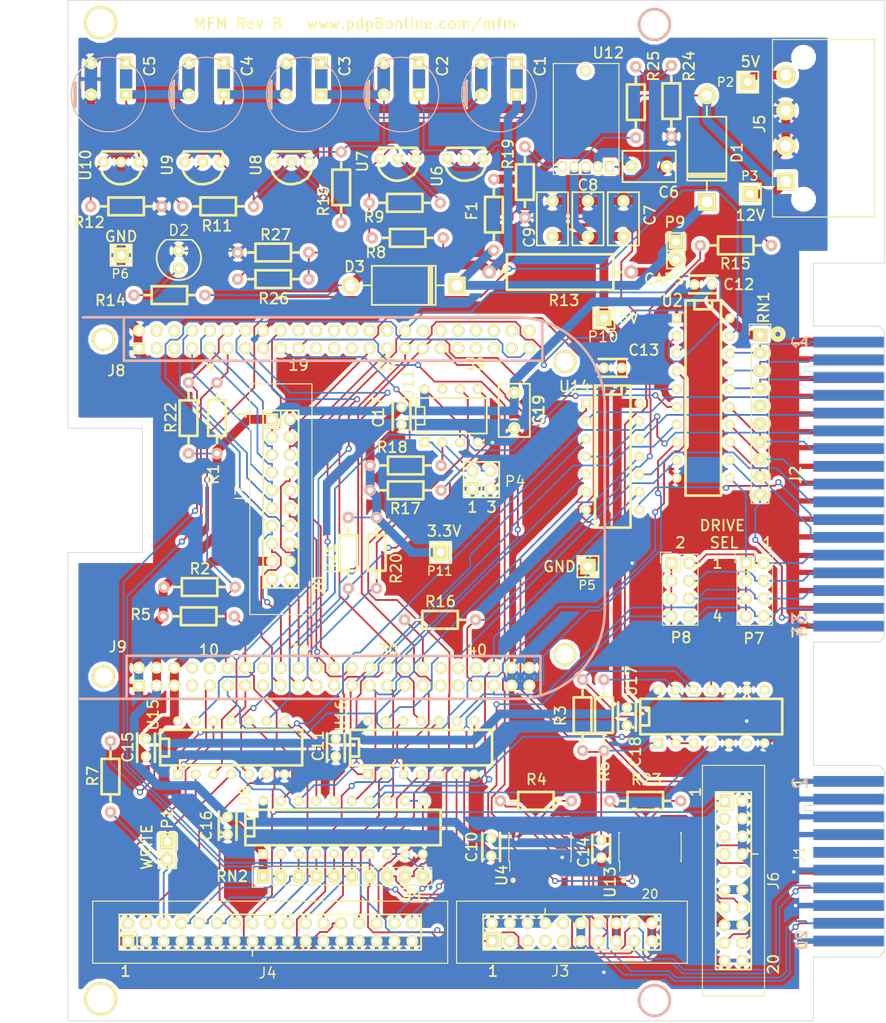
<source format=kicad_pcb>
(kicad_pcb (version 4) (host pcbnew "(after 2015-mar-04 BZR unknown)-product")

  (general
    (links 395)
    (no_connects 0)
    (area 117.424199 14.935199 234.365801 161.086801)
    (thickness 1.6)
    (drawings 65)
    (tracks 2007)
    (zones 0)
    (modules 90)
    (nets 110)
  )

  (page USLetter)
  (title_block
    (title "MFM Disk Reader and Emulator")
    (date "18 May 2014")
    (rev 1)
    (company "David Gesswein")
  )

  (layers
    (0 F.Cu signal)
    (31 B.Cu signal)
    (32 B.Adhes user)
    (33 F.Adhes user)
    (34 B.Paste user)
    (35 F.Paste user)
    (36 B.SilkS user)
    (37 F.SilkS user)
    (38 B.Mask user)
    (39 F.Mask user)
    (40 Dwgs.User user hide)
    (41 Cmts.User user)
    (42 Eco1.User user)
    (43 Eco2.User user)
    (44 Edge.Cuts user)
  )

  (setup
    (last_trace_width 0.254)
    (user_trace_width 0.508)
    (user_trace_width 0.762)
    (user_trace_width 1.143)
    (user_trace_width 1.27)
    (trace_clearance 0.254)
    (zone_clearance 0.508)
    (zone_45_only yes)
    (trace_min 0.254)
    (segment_width 0.2032)
    (edge_width 0.1016)
    (via_size 0.889)
    (via_drill 0.508)
    (via_min_size 0.889)
    (via_min_drill 0.508)
    (uvia_size 0.508)
    (uvia_drill 0.127)
    (uvias_allowed no)
    (uvia_min_size 0.508)
    (uvia_min_drill 0.127)
    (pcb_text_width 0.254)
    (pcb_text_size 1.524 1.524)
    (mod_edge_width 0.1524)
    (mod_text_size 1.524 1.524)
    (mod_text_width 0.254)
    (pad_size 2.2352 2.2352)
    (pad_drill 1.0668)
    (pad_to_mask_clearance 0.1016)
    (solder_mask_min_width 0.0762)
    (aux_axis_origin 0 0)
    (grid_origin 97.155 15.24)
    (visible_elements 7FFFF77F)
    (pcbplotparams
      (layerselection 0x010f0_80000001)
      (usegerberextensions true)
      (excludeedgelayer true)
      (linewidth 0.152400)
      (plotframeref false)
      (viasonmask false)
      (mode 1)
      (useauxorigin false)
      (hpglpennumber 1)
      (hpglpenspeed 20)
      (hpglpendiameter 15)
      (hpglpenoverlay 2)
      (psnegative false)
      (psa4output false)
      (plotreference true)
      (plotvalue false)
      (plotinvisibletext false)
      (padsonsilk false)
      (subtractmaskfromsilk true)
      (outputformat 1)
      (mirror false)
      (drillshape 0)
      (scaleselection 1)
      (outputdirectory gerber/))
  )

  (net 0 "")
  (net 1 +5V)
  (net 2 /emu/DIR_IN)
  (net 3 /emu/EXPANSION0)
  (net 4 /emu/EXPANSION1)
  (net 5 /emu/EXPANSION10)
  (net 6 /emu/EXPANSION11)
  (net 7 /emu/EXPANSION12)
  (net 8 /emu/EXPANSION2)
  (net 9 /emu/EXPANSION3)
  (net 10 /emu/EXPANSION4)
  (net 11 /emu/EXPANSION5)
  (net 12 /emu/EXPANSION6)
  (net 13 /emu/EXPANSION7)
  (net 14 /emu/EXPANSION8)
  (net 15 /emu/EXPANSION9)
  (net 16 /emu/E_DIR_IN)
  (net 17 /emu/E_HEAD0)
  (net 18 /emu/E_HEAD1)
  (net 19 /emu/E_HEAD2)
  (net 20 /emu/E_HEAD3)
  (net 21 /emu/E_SEL1)
  (net 22 /emu/E_SEL2)
  (net 23 /emu/E_SEL3)
  (net 24 /emu/E_SEL4)
  (net 25 /emu/E_STEP)
  (net 26 /emu/E_WRITE)
  (net 27 /emu/HEAD0)
  (net 28 /emu/HEAD1)
  (net 29 /emu/HEAD2)
  (net 30 /emu/HEAD3)
  (net 31 /emu/INDEX)
  (net 32 /emu/READY)
  (net 33 /emu/RECOVERY)
  (net 34 /emu/SEEK_DONE)
  (net 35 /emu/SEL1)
  (net 36 /emu/SEL3)
  (net 37 /emu/SEL4)
  (net 38 /emu/SELECTED)
  (net 39 /emu/STEP)
  (net 40 /emu/TRACK0)
  (net 41 /emu/WFAULT)
  (net 42 /emu/WRITE)
  (net 43 /emu/~EMU_EN)
  (net 44 /emu/~MFM0_IN)
  (net 45 /emu/~MFM_READ_EN)
  (net 46 AGND)
  (net 47 GND)
  (net 48 I2C2_SCL)
  (net 49 I2C2_SDA)
  (net 50 MFM_DATA)
  (net 51 "Net-(C1-Pad1)")
  (net 52 "Net-(C1-Pad2)")
  (net 53 "Net-(C2-Pad2)")
  (net 54 "Net-(C3-Pad2)")
  (net 55 "Net-(C4-Pad2)")
  (net 56 "Net-(C6-Pad1)")
  (net 57 "Net-(D1-Pad1)")
  (net 58 "Net-(D1-Pad2)")
  (net 59 "Net-(D2-Pad1)")
  (net 60 "Net-(J1-Pad1)")
  (net 61 "Net-(J1-Pad13)")
  (net 62 "Net-(J1-Pad14)")
  (net 63 "Net-(J1-Pad17)")
  (net 64 "Net-(J1-Pad18)")
  (net 65 "Net-(J2-Pad10)")
  (net 66 "Net-(J2-Pad12)")
  (net 67 "Net-(J2-Pad20)")
  (net 68 "Net-(J2-Pad22)")
  (net 69 "Net-(J2-Pad8)")
  (net 70 "Net-(J3-Pad1)")
  (net 71 "Net-(J4-Pad10)")
  (net 72 "Net-(J4-Pad12)")
  (net 73 "Net-(J4-Pad14)")
  (net 74 "Net-(J4-Pad18)")
  (net 75 "Net-(J4-Pad2)")
  (net 76 "Net-(J4-Pad20)")
  (net 77 "Net-(J4-Pad22)")
  (net 78 "Net-(J4-Pad24)")
  (net 79 "Net-(J4-Pad26)")
  (net 80 "Net-(J4-Pad28)")
  (net 81 "Net-(J4-Pad30)")
  (net 82 "Net-(J4-Pad32)")
  (net 83 "Net-(J4-Pad34)")
  (net 84 "Net-(J4-Pad4)")
  (net 85 "Net-(J4-Pad6)")
  (net 86 "Net-(J4-Pad8)")
  (net 87 "Net-(J5-Pad4)")
  (net 88 "Net-(J6-Pad13)")
  (net 89 "Net-(J6-Pad14)")
  (net 90 "Net-(J6-Pad17)")
  (net 91 "Net-(J6-Pad18)")
  (net 92 "Net-(P1-Pad1)")
  (net 93 "Net-(P4-Pad2)")
  (net 94 "Net-(P4-Pad4)")
  (net 95 "Net-(R19-Pad1)")
  (net 96 RECOVERY_DRIVE2_SEL)
  (net 97 V12_ADC)
  (net 98 ~MFM1_IN)
  (net 99 /emu/INT_SEL1)
  (net 100 INT_SEL2)
  (net 101 "Net-(P9-Pad2)")
  (net 102 +3V3)
  (net 103 SEL2)
  (net 104 "Net-(R24-Pad2)")
  (net 105 "Net-(R26-Pad1)")
  (net 106 "Net-(RN2-Pad10)")
  (net 107 POWER_BUTTON)
  (net 108 "Net-(R6-Pad2)")
  (net 109 /emu/EXPANSION13)

  (net_class Default "This is the default net class."
    (clearance 0.254)
    (trace_width 0.254)
    (via_dia 0.889)
    (via_drill 0.508)
    (uvia_dia 0.508)
    (uvia_drill 0.127)
    (add_net +3V3)
    (add_net +5V)
    (add_net /emu/DIR_IN)
    (add_net /emu/EXPANSION0)
    (add_net /emu/EXPANSION1)
    (add_net /emu/EXPANSION10)
    (add_net /emu/EXPANSION11)
    (add_net /emu/EXPANSION12)
    (add_net /emu/EXPANSION13)
    (add_net /emu/EXPANSION2)
    (add_net /emu/EXPANSION3)
    (add_net /emu/EXPANSION4)
    (add_net /emu/EXPANSION5)
    (add_net /emu/EXPANSION6)
    (add_net /emu/EXPANSION7)
    (add_net /emu/EXPANSION8)
    (add_net /emu/EXPANSION9)
    (add_net /emu/E_DIR_IN)
    (add_net /emu/E_HEAD0)
    (add_net /emu/E_HEAD1)
    (add_net /emu/E_HEAD2)
    (add_net /emu/E_HEAD3)
    (add_net /emu/E_SEL1)
    (add_net /emu/E_SEL2)
    (add_net /emu/E_SEL3)
    (add_net /emu/E_SEL4)
    (add_net /emu/E_STEP)
    (add_net /emu/E_WRITE)
    (add_net /emu/HEAD0)
    (add_net /emu/HEAD1)
    (add_net /emu/HEAD2)
    (add_net /emu/HEAD3)
    (add_net /emu/INDEX)
    (add_net /emu/INT_SEL1)
    (add_net /emu/READY)
    (add_net /emu/RECOVERY)
    (add_net /emu/SEEK_DONE)
    (add_net /emu/SEL1)
    (add_net /emu/SEL3)
    (add_net /emu/SEL4)
    (add_net /emu/SELECTED)
    (add_net /emu/STEP)
    (add_net /emu/TRACK0)
    (add_net /emu/WFAULT)
    (add_net /emu/WRITE)
    (add_net /emu/~EMU_EN)
    (add_net /emu/~MFM0_IN)
    (add_net /emu/~MFM_READ_EN)
    (add_net AGND)
    (add_net GND)
    (add_net I2C2_SCL)
    (add_net I2C2_SDA)
    (add_net INT_SEL2)
    (add_net MFM_DATA)
    (add_net "Net-(C1-Pad1)")
    (add_net "Net-(C1-Pad2)")
    (add_net "Net-(C2-Pad2)")
    (add_net "Net-(C3-Pad2)")
    (add_net "Net-(C4-Pad2)")
    (add_net "Net-(C6-Pad1)")
    (add_net "Net-(D1-Pad1)")
    (add_net "Net-(D1-Pad2)")
    (add_net "Net-(D2-Pad1)")
    (add_net "Net-(J1-Pad1)")
    (add_net "Net-(J1-Pad13)")
    (add_net "Net-(J1-Pad14)")
    (add_net "Net-(J1-Pad17)")
    (add_net "Net-(J1-Pad18)")
    (add_net "Net-(J2-Pad10)")
    (add_net "Net-(J2-Pad12)")
    (add_net "Net-(J2-Pad20)")
    (add_net "Net-(J2-Pad22)")
    (add_net "Net-(J2-Pad8)")
    (add_net "Net-(J3-Pad1)")
    (add_net "Net-(J4-Pad10)")
    (add_net "Net-(J4-Pad12)")
    (add_net "Net-(J4-Pad14)")
    (add_net "Net-(J4-Pad18)")
    (add_net "Net-(J4-Pad2)")
    (add_net "Net-(J4-Pad20)")
    (add_net "Net-(J4-Pad22)")
    (add_net "Net-(J4-Pad24)")
    (add_net "Net-(J4-Pad26)")
    (add_net "Net-(J4-Pad28)")
    (add_net "Net-(J4-Pad30)")
    (add_net "Net-(J4-Pad32)")
    (add_net "Net-(J4-Pad34)")
    (add_net "Net-(J4-Pad4)")
    (add_net "Net-(J4-Pad6)")
    (add_net "Net-(J4-Pad8)")
    (add_net "Net-(J5-Pad4)")
    (add_net "Net-(J6-Pad13)")
    (add_net "Net-(J6-Pad14)")
    (add_net "Net-(J6-Pad17)")
    (add_net "Net-(J6-Pad18)")
    (add_net "Net-(P1-Pad1)")
    (add_net "Net-(P4-Pad2)")
    (add_net "Net-(P4-Pad4)")
    (add_net "Net-(P9-Pad2)")
    (add_net "Net-(R19-Pad1)")
    (add_net "Net-(R24-Pad2)")
    (add_net "Net-(R26-Pad1)")
    (add_net "Net-(R6-Pad2)")
    (add_net "Net-(RN2-Pad10)")
    (add_net POWER_BUTTON)
    (add_net RECOVERY_DRIVE2_SEL)
    (add_net SEL2)
    (add_net V12_ADC)
    (add_net ~MFM1_IN)
  )

  (net_class power ""
    (clearance 0.254)
    (trace_width 1.27)
    (via_dia 0.889)
    (via_drill 0.635)
    (uvia_dia 0.508)
    (uvia_drill 0.127)
  )

  (module all_fp:TO-92-Free-inline-wide (layer F.Cu) (tedit 53A44ABC) (tstamp 536CDB5F)
    (at 149.479 38.1 270)
    (descr "TO-92 allgemein free inline wide drill 0,8mm")
    (tags "TO-92 allgemein free inline wide drill 0,8mm")
    (path /53041BB6/53A4417A)
    (fp_text reference U8 (at 0.4445 5.08 270) (layer F.SilkS)
      (effects (font (thickness 0.254)))
    )
    (fp_text value KA431A (at 0.635 5.3975 270) (layer F.SilkS) hide
      (effects (font (thickness 0.254)))
    )
    (fp_line (start -1.524 2.667) (end -1.143 2.921) (layer F.SilkS) (width 0.381))
    (fp_line (start 1.6764 -2.667) (end 1.2065 -2.8702) (layer F.SilkS) (width 0.381))
    (fp_line (start -1.3843 -2.794) (end -1.2065 -2.8702) (layer F.SilkS) (width 0.381))
    (fp_line (start 1.6256 2.6543) (end 1.2065 2.8321) (layer F.SilkS) (width 0.381))
    (fp_line (start 3.175 0) (end 3.175 0.508) (layer F.SilkS) (width 0.381))
    (fp_line (start 3.175 0.508) (end 3.048 1.016) (layer F.SilkS) (width 0.381))
    (fp_line (start 3.048 1.016) (end 2.794 1.524) (layer F.SilkS) (width 0.381))
    (fp_line (start 2.794 1.524) (end 2.54 1.905) (layer F.SilkS) (width 0.381))
    (fp_line (start 2.54 1.905) (end 2.159 2.286) (layer F.SilkS) (width 0.381))
    (fp_line (start 2.159 2.286) (end 1.651 2.667) (layer F.SilkS) (width 0.381))
    (fp_line (start 1.651 -2.667) (end 2.286 -2.286) (layer F.SilkS) (width 0.381))
    (fp_line (start 2.286 -2.286) (end 2.667 -1.651) (layer F.SilkS) (width 0.381))
    (fp_line (start 2.667 -1.651) (end 2.921 -1.27) (layer F.SilkS) (width 0.381))
    (fp_line (start 2.921 -1.27) (end 3.048 -0.762) (layer F.SilkS) (width 0.381))
    (fp_line (start 3.048 -0.762) (end 3.175 -0.254) (layer F.SilkS) (width 0.381))
    (fp_line (start 3.175 -0.254) (end 3.175 0) (layer F.SilkS) (width 0.381))
    (fp_line (start -1.524 -2.667) (end -1.27 -2.794) (layer F.SilkS) (width 0.381))
    (fp_line (start -1.524 -2.667) (end -1.524 2.667) (layer F.SilkS) (width 0.381))
    (pad 2 thru_hole circle (at 0 0 270) (size 1.524 1.524) (drill 0.8128) (layers *.Cu *.Mask F.SilkS)
      (net 54 "Net-(C3-Pad2)"))
    (pad 3 thru_hole circle (at 0 2.54 270) (size 1.524 1.524) (drill 0.8128) (layers *.Cu *.Mask F.SilkS)
      (net 53 "Net-(C2-Pad2)"))
    (pad 1 thru_hole circle (at 0 -2.54 270) (size 1.524 1.524) (drill 0.8128) (layers *.Cu *.Mask F.SilkS)
      (net 53 "Net-(C2-Pad2)"))
    (model Housings_TO-92.3dshapes/TO-92_Inline_Wide.wrl
      (at (xyz 0 0 0))
      (scale (xyz 1 1 1))
      (rotate (xyz 0 0 0))
    )
  )

  (module Pin_Headers:Pin_Header_Straight_2x02 (layer F.Cu) (tedit 558E0979) (tstamp 5397C4F8)
    (at 176.657 83.566)
    (descr "1 pin")
    (tags "CONN DEV")
    (path /53041BB6/53095D34)
    (fp_text reference P4 (at 4.826 0.254) (layer F.SilkS)
      (effects (font (thickness 0.2032)))
    )
    (fp_text value CONN_2X2 (at -0.549409 4.1672) (layer F.SilkS) hide
      (effects (font (size 1.27 1.27) (thickness 0.2032)))
    )
    (fp_line (start -2.54 0) (end -2.54 2.54) (layer F.SilkS) (width 0.254))
    (fp_line (start -2.54 2.54) (end 0 2.54) (layer F.SilkS) (width 0.254))
    (fp_line (start 0 2.54) (end 0 0) (layer F.SilkS) (width 0.254))
    (fp_line (start 0 0) (end -2.54 0) (layer F.SilkS) (width 0.254))
    (fp_line (start -2.54 0) (end -2.54 -2.54) (layer F.SilkS) (width 0.254))
    (fp_line (start -2.54 -2.54) (end 2.54 -2.54) (layer F.SilkS) (width 0.254))
    (fp_line (start 2.54 -2.54) (end 2.54 2.54) (layer F.SilkS) (width 0.254))
    (fp_line (start 2.54 2.54) (end 0 2.54) (layer F.SilkS) (width 0.254))
    (pad 1 thru_hole rect (at -1.27 1.27) (size 1.7272 1.7272) (drill 1.0668) (layers *.Cu *.Mask F.SilkS)
      (net 47 GND))
    (pad 2 thru_hole oval (at -1.27 -1.27) (size 1.7272 1.7272) (drill 1.0668) (layers *.Cu *.Mask F.SilkS)
      (net 93 "Net-(P4-Pad2)"))
    (pad 3 thru_hole oval (at 1.27 1.27) (size 1.7272 1.7272) (drill 1.0668) (layers *.Cu *.Mask F.SilkS)
      (net 47 GND))
    (pad 4 thru_hole oval (at 1.27 -1.27) (size 1.7272 1.7272) (drill 1.0668) (layers *.Cu *.Mask F.SilkS)
      (net 94 "Net-(P4-Pad4)"))
    (model Pin_Headers.3dshapes/Pin_Header_Straight_2x02.wrl
      (at (xyz 0 0 0))
      (scale (xyz 1 1 1))
      (rotate (xyz 0 0 0))
    )
  )

  (module Pin_Headers:Pin_Header_Straight_2x04 (layer F.Cu) (tedit 558E094F) (tstamp 556BBF16)
    (at 214.503 95.504)
    (descr "Through hole pin header")
    (tags "pin header")
    (path /53041A1B/556B4A01)
    (fp_text reference P7 (at 1.143 10.795) (layer F.SilkS)
      (effects (font (thickness 0.254)))
    )
    (fp_text value CONN_02X04 (at 0 -3.1) (layer F.SilkS) hide
      (effects (font (size 1 1) (thickness 0.15)))
    )
    (fp_line (start -1.75 -1.75) (end -1.75 9.4) (layer F.CrtYd) (width 0.05))
    (fp_line (start 4.3 -1.75) (end 4.3 9.4) (layer F.CrtYd) (width 0.05))
    (fp_line (start -1.75 -1.75) (end 4.3 -1.75) (layer F.CrtYd) (width 0.05))
    (fp_line (start -1.75 9.4) (end 4.3 9.4) (layer F.CrtYd) (width 0.05))
    (fp_line (start -1.27 1.27) (end -1.27 8.89) (layer F.SilkS) (width 0.15))
    (fp_line (start -1.27 8.89) (end 3.81 8.89) (layer F.SilkS) (width 0.15))
    (fp_line (start 3.81 8.89) (end 3.81 -1.27) (layer F.SilkS) (width 0.15))
    (fp_line (start 3.81 -1.27) (end 1.27 -1.27) (layer F.SilkS) (width 0.15))
    (fp_line (start 0 -1.55) (end -1.55 -1.55) (layer F.SilkS) (width 0.15))
    (fp_line (start 1.27 -1.27) (end 1.27 1.27) (layer F.SilkS) (width 0.15))
    (fp_line (start 1.27 1.27) (end -1.27 1.27) (layer F.SilkS) (width 0.15))
    (fp_line (start -1.55 -1.55) (end -1.55 0) (layer F.SilkS) (width 0.15))
    (pad 1 thru_hole rect (at 0 0) (size 1.7272 1.7272) (drill 1.0668) (layers *.Cu *.Mask F.SilkS)
      (net 99 /emu/INT_SEL1))
    (pad 2 thru_hole oval (at 2.54 0) (size 1.7272 1.7272) (drill 1.0668) (layers *.Cu *.Mask F.SilkS)
      (net 21 /emu/E_SEL1))
    (pad 3 thru_hole oval (at 0 2.54) (size 1.7272 1.7272) (drill 1.0668) (layers *.Cu *.Mask F.SilkS)
      (net 99 /emu/INT_SEL1))
    (pad 4 thru_hole oval (at 2.54 2.54) (size 1.7272 1.7272) (drill 1.0668) (layers *.Cu *.Mask F.SilkS)
      (net 22 /emu/E_SEL2))
    (pad 5 thru_hole oval (at 0 5.08) (size 1.7272 1.7272) (drill 1.0668) (layers *.Cu *.Mask F.SilkS)
      (net 99 /emu/INT_SEL1))
    (pad 6 thru_hole oval (at 2.54 5.08) (size 1.7272 1.7272) (drill 1.0668) (layers *.Cu *.Mask F.SilkS)
      (net 23 /emu/E_SEL3))
    (pad 7 thru_hole oval (at 0 7.62) (size 1.7272 1.7272) (drill 1.0668) (layers *.Cu *.Mask F.SilkS)
      (net 99 /emu/INT_SEL1))
    (pad 8 thru_hole oval (at 2.54 7.62) (size 1.7272 1.7272) (drill 1.0668) (layers *.Cu *.Mask F.SilkS)
      (net 24 /emu/E_SEL4))
    (model Pin_Headers.3dshapes/Pin_Header_Straight_2x04.wrl
      (at (xyz 0.05 -0.15 0))
      (scale (xyz 1 1 1))
      (rotate (xyz 0 0 90))
    )
  )

  (module Pin_Headers:Pin_Header_Straight_2x04 (layer F.Cu) (tedit 558E090A) (tstamp 556BBF22)
    (at 203.835 95.504)
    (descr "Through hole pin header")
    (tags "pin header")
    (path /53041A1B/556B4A96)
    (fp_text reference P8 (at 1.397 10.668) (layer F.SilkS)
      (effects (font (thickness 0.254)))
    )
    (fp_text value CONN_02X04 (at 0 -3.1) (layer F.SilkS) hide
      (effects (font (size 1 1) (thickness 0.15)))
    )
    (fp_line (start -1.75 -1.75) (end -1.75 9.4) (layer F.CrtYd) (width 0.05))
    (fp_line (start 4.3 -1.75) (end 4.3 9.4) (layer F.CrtYd) (width 0.05))
    (fp_line (start -1.75 -1.75) (end 4.3 -1.75) (layer F.CrtYd) (width 0.05))
    (fp_line (start -1.75 9.4) (end 4.3 9.4) (layer F.CrtYd) (width 0.05))
    (fp_line (start -1.27 1.27) (end -1.27 8.89) (layer F.SilkS) (width 0.15))
    (fp_line (start -1.27 8.89) (end 3.81 8.89) (layer F.SilkS) (width 0.15))
    (fp_line (start 3.81 8.89) (end 3.81 -1.27) (layer F.SilkS) (width 0.15))
    (fp_line (start 3.81 -1.27) (end 1.27 -1.27) (layer F.SilkS) (width 0.15))
    (fp_line (start 0 -1.55) (end -1.55 -1.55) (layer F.SilkS) (width 0.15))
    (fp_line (start 1.27 -1.27) (end 1.27 1.27) (layer F.SilkS) (width 0.15))
    (fp_line (start 1.27 1.27) (end -1.27 1.27) (layer F.SilkS) (width 0.15))
    (fp_line (start -1.55 -1.55) (end -1.55 0) (layer F.SilkS) (width 0.15))
    (pad 1 thru_hole rect (at 0 0) (size 1.7272 1.7272) (drill 1.0668) (layers *.Cu *.Mask F.SilkS)
      (net 100 INT_SEL2))
    (pad 2 thru_hole oval (at 2.54 0) (size 1.7272 1.7272) (drill 1.0668) (layers *.Cu *.Mask F.SilkS)
      (net 21 /emu/E_SEL1))
    (pad 3 thru_hole oval (at 0 2.54) (size 1.7272 1.7272) (drill 1.0668) (layers *.Cu *.Mask F.SilkS)
      (net 100 INT_SEL2))
    (pad 4 thru_hole oval (at 2.54 2.54) (size 1.7272 1.7272) (drill 1.0668) (layers *.Cu *.Mask F.SilkS)
      (net 22 /emu/E_SEL2))
    (pad 5 thru_hole oval (at 0 5.08) (size 1.7272 1.7272) (drill 1.0668) (layers *.Cu *.Mask F.SilkS)
      (net 100 INT_SEL2))
    (pad 6 thru_hole oval (at 2.54 5.08) (size 1.7272 1.7272) (drill 1.0668) (layers *.Cu *.Mask F.SilkS)
      (net 23 /emu/E_SEL3))
    (pad 7 thru_hole oval (at 0 7.62) (size 1.7272 1.7272) (drill 1.0668) (layers *.Cu *.Mask F.SilkS)
      (net 100 INT_SEL2))
    (pad 8 thru_hole oval (at 2.54 7.62) (size 1.7272 1.7272) (drill 1.0668) (layers *.Cu *.Mask F.SilkS)
      (net 24 /emu/E_SEL4))
    (model Pin_Headers.3dshapes/Pin_Header_Straight_2x04.wrl
      (at (xyz 0.05 -0.15 0))
      (scale (xyz 1 1 1))
      (rotate (xyz 0 0 90))
    )
  )

  (module all_fp:Pin_Header_Straight_2x10 (layer F.Cu) (tedit 558E08E8) (tstamp 53664F28)
    (at 147.955 86.36 270)
    (descr "1 pin")
    (tags "CONN DEV")
    (path /53041BB6/530ABC60)
    (fp_text reference J7 (at -0.635 5.715 270) (layer F.SilkS)
      (effects (font (thickness 0.2032)))
    )
    (fp_text value CONN_20 (at 0 0 270) (layer F.SilkS) hide
      (effects (font (size 1.27 1.27) (thickness 0.2032)))
    )
    (fp_line (start -16.51 -4.445) (end -16.51 4.445) (layer F.SilkS) (width 0.1524))
    (fp_line (start -16.51 4.445) (end 16.51 4.445) (layer F.SilkS) (width 0.1524))
    (fp_line (start 16.51 4.445) (end 16.51 -4.445) (layer F.SilkS) (width 0.1524))
    (fp_line (start 16.51 -4.445) (end -16.51 -4.445) (layer F.SilkS) (width 0.1524))
    (fp_line (start 12.7 -2.54) (end -12.7 -2.54) (layer F.SilkS) (width 0.254))
    (fp_line (start -10.16 2.54) (end 12.7 2.54) (layer F.SilkS) (width 0.254))
    (fp_line (start 12.7 -2.54) (end 12.7 2.54) (layer F.SilkS) (width 0.254))
    (fp_line (start -12.7 -2.54) (end -12.7 0) (layer F.SilkS) (width 0.254))
    (fp_line (start -12.7 2.54) (end -10.16 2.54) (layer F.SilkS) (width 0.254))
    (fp_line (start -12.7 0) (end -10.16 0) (layer F.SilkS) (width 0.254))
    (fp_line (start -10.16 0) (end -10.16 2.54) (layer F.SilkS) (width 0.254))
    (fp_line (start -12.7 2.54) (end -12.7 0) (layer F.SilkS) (width 0.254))
    (pad 1 thru_hole rect (at -11.43 1.27 270) (size 1.7272 1.7272) (drill 1.0668) (layers *.Cu *.Mask F.SilkS)
      (net 102 +3V3))
    (pad 2 thru_hole oval (at -11.43 -1.27 270) (size 1.7272 1.7272) (drill 1.0668) (layers *.Cu *.Mask F.SilkS)
      (net 47 GND))
    (pad 3 thru_hole oval (at -8.89 1.27 270) (size 1.7272 1.7272) (drill 1.0668) (layers *.Cu *.Mask F.SilkS)
      (net 11 /emu/EXPANSION5))
    (pad 4 thru_hole oval (at -8.89 -1.27 270) (size 1.7272 1.7272) (drill 1.0668) (layers *.Cu *.Mask F.SilkS)
      (net 3 /emu/EXPANSION0))
    (pad 5 thru_hole oval (at -6.35 1.27 270) (size 1.7272 1.7272) (drill 1.0668) (layers *.Cu *.Mask F.SilkS)
      (net 15 /emu/EXPANSION9))
    (pad 6 thru_hole oval (at -6.35 -1.27 270) (size 1.7272 1.7272) (drill 1.0668) (layers *.Cu *.Mask F.SilkS)
      (net 4 /emu/EXPANSION1))
    (pad 7 thru_hole oval (at -3.81 1.27 270) (size 1.7272 1.7272) (drill 1.0668) (layers *.Cu *.Mask F.SilkS)
      (net 14 /emu/EXPANSION8))
    (pad 8 thru_hole oval (at -3.81 -1.27 270) (size 1.7272 1.7272) (drill 1.0668) (layers *.Cu *.Mask F.SilkS)
      (net 9 /emu/EXPANSION3))
    (pad 9 thru_hole oval (at -1.27 1.27 270) (size 1.7272 1.7272) (drill 1.0668) (layers *.Cu *.Mask F.SilkS)
      (net 12 /emu/EXPANSION6))
    (pad 10 thru_hole oval (at -1.27 -1.27 270) (size 1.7272 1.7272) (drill 1.0668) (layers *.Cu *.Mask F.SilkS)
      (net 109 /emu/EXPANSION13))
    (pad 11 thru_hole oval (at 1.27 1.27 270) (size 1.7272 1.7272) (drill 1.0668) (layers *.Cu *.Mask F.SilkS)
      (net 13 /emu/EXPANSION7))
    (pad 12 thru_hole oval (at 1.27 -1.27 270) (size 1.7272 1.7272) (drill 1.0668) (layers *.Cu *.Mask F.SilkS)
      (net 8 /emu/EXPANSION2))
    (pad 13 thru_hole oval (at 3.81 1.27 270) (size 1.7272 1.7272) (drill 1.0668) (layers *.Cu *.Mask F.SilkS)
      (net 6 /emu/EXPANSION11))
    (pad 14 thru_hole oval (at 3.81 -1.27 270) (size 1.7272 1.7272) (drill 1.0668) (layers *.Cu *.Mask F.SilkS)
      (net 5 /emu/EXPANSION10))
    (pad 15 thru_hole oval (at 6.35 1.27 270) (size 1.7272 1.7272) (drill 1.0668) (layers *.Cu *.Mask F.SilkS)
      (net 7 /emu/EXPANSION12))
    (pad 16 thru_hole oval (at 6.35 -1.27 270) (size 1.7272 1.7272) (drill 1.0668) (layers *.Cu *.Mask F.SilkS)
      (net 10 /emu/EXPANSION4))
    (pad 17 thru_hole oval (at 8.89 1.27 270) (size 1.7272 1.7272) (drill 1.0668) (layers *.Cu *.Mask F.SilkS)
      (net 1 +5V))
    (pad 18 thru_hole oval (at 8.89 -1.27 270) (size 1.7272 1.7272) (drill 1.0668) (layers *.Cu *.Mask F.SilkS)
      (net 47 GND))
    (pad 19 thru_hole oval (at 11.43 1.27 270) (size 1.7272 1.7272) (drill 1.0668) (layers *.Cu *.Mask F.SilkS)
      (net 48 I2C2_SCL))
    (pad 20 thru_hole oval (at 11.43 -1.27 270) (size 1.7272 1.7272) (drill 1.0668) (layers *.Cu *.Mask F.SilkS)
      (net 49 I2C2_SDA))
    (model Pin_Headers.3dshapes/Pin_Header_Straight_2x10.wrl
      (at (xyz 0 0 0))
      (scale (xyz 1 1 1))
      (rotate (xyz 0 0 0))
    )
  )

  (module all_fp:Pin_Header_Straight_2x10 (layer F.Cu) (tedit 558E08BE) (tstamp 536527FE)
    (at 212.725 140.97 270)
    (descr "1 pin")
    (tags "CONN DEV")
    (path /53041BB6/535F0BAC)
    (fp_text reference J6 (at 0 -5.715 270) (layer F.SilkS)
      (effects (font (thickness 0.2032)))
    )
    (fp_text value ECON20 (at 0 0 270) (layer F.SilkS) hide
      (effects (font (size 1.27 1.27) (thickness 0.2032)))
    )
    (fp_line (start -16.51 -4.445) (end -16.51 4.445) (layer F.SilkS) (width 0.1524))
    (fp_line (start -16.51 4.445) (end 16.51 4.445) (layer F.SilkS) (width 0.1524))
    (fp_line (start 16.51 4.445) (end 16.51 -4.445) (layer F.SilkS) (width 0.1524))
    (fp_line (start 16.51 -4.445) (end -16.51 -4.445) (layer F.SilkS) (width 0.1524))
    (fp_line (start 12.7 -2.54) (end -12.7 -2.54) (layer F.SilkS) (width 0.254))
    (fp_line (start -10.16 2.54) (end 12.7 2.54) (layer F.SilkS) (width 0.254))
    (fp_line (start 12.7 -2.54) (end 12.7 2.54) (layer F.SilkS) (width 0.254))
    (fp_line (start -12.7 -2.54) (end -12.7 0) (layer F.SilkS) (width 0.254))
    (fp_line (start -12.7 2.54) (end -10.16 2.54) (layer F.SilkS) (width 0.254))
    (fp_line (start -12.7 0) (end -10.16 0) (layer F.SilkS) (width 0.254))
    (fp_line (start -10.16 0) (end -10.16 2.54) (layer F.SilkS) (width 0.254))
    (fp_line (start -12.7 2.54) (end -12.7 0) (layer F.SilkS) (width 0.254))
    (pad 1 thru_hole rect (at -11.43 1.27 270) (size 1.7272 1.7272) (drill 1.0668) (layers *.Cu *.Mask F.SilkS)
      (net 96 RECOVERY_DRIVE2_SEL))
    (pad 2 thru_hole oval (at -11.43 -1.27 270) (size 1.7272 1.7272) (drill 1.0668) (layers *.Cu *.Mask F.SilkS)
      (net 47 GND))
    (pad 3 thru_hole oval (at -8.89 1.27 270) (size 1.7272 1.7272) (drill 1.0668) (layers *.Cu *.Mask F.SilkS))
    (pad 4 thru_hole oval (at -8.89 -1.27 270) (size 1.7272 1.7272) (drill 1.0668) (layers *.Cu *.Mask F.SilkS)
      (net 47 GND))
    (pad 5 thru_hole oval (at -6.35 1.27 270) (size 1.7272 1.7272) (drill 1.0668) (layers *.Cu *.Mask F.SilkS))
    (pad 6 thru_hole oval (at -6.35 -1.27 270) (size 1.7272 1.7272) (drill 1.0668) (layers *.Cu *.Mask F.SilkS)
      (net 47 GND))
    (pad 7 thru_hole oval (at -3.81 1.27 270) (size 1.7272 1.7272) (drill 1.0668) (layers *.Cu *.Mask F.SilkS))
    (pad 8 thru_hole oval (at -3.81 -1.27 270) (size 1.7272 1.7272) (drill 1.0668) (layers *.Cu *.Mask F.SilkS)
      (net 47 GND))
    (pad 9 thru_hole oval (at -1.27 1.27 270) (size 1.7272 1.7272) (drill 1.0668) (layers *.Cu *.Mask F.SilkS))
    (pad 10 thru_hole oval (at -1.27 -1.27 270) (size 1.7272 1.7272) (drill 1.0668) (layers *.Cu *.Mask F.SilkS))
    (pad 11 thru_hole oval (at 1.27 1.27 270) (size 1.7272 1.7272) (drill 1.0668) (layers *.Cu *.Mask F.SilkS)
      (net 47 GND))
    (pad 12 thru_hole oval (at 1.27 -1.27 270) (size 1.7272 1.7272) (drill 1.0668) (layers *.Cu *.Mask F.SilkS)
      (net 47 GND))
    (pad 13 thru_hole oval (at 3.81 1.27 270) (size 1.7272 1.7272) (drill 1.0668) (layers *.Cu *.Mask F.SilkS)
      (net 88 "Net-(J6-Pad13)"))
    (pad 14 thru_hole oval (at 3.81 -1.27 270) (size 1.7272 1.7272) (drill 1.0668) (layers *.Cu *.Mask F.SilkS)
      (net 89 "Net-(J6-Pad14)"))
    (pad 15 thru_hole oval (at 6.35 1.27 270) (size 1.7272 1.7272) (drill 1.0668) (layers *.Cu *.Mask F.SilkS)
      (net 47 GND))
    (pad 16 thru_hole oval (at 6.35 -1.27 270) (size 1.7272 1.7272) (drill 1.0668) (layers *.Cu *.Mask F.SilkS)
      (net 47 GND))
    (pad 17 thru_hole oval (at 8.89 1.27 270) (size 1.7272 1.7272) (drill 1.0668) (layers *.Cu *.Mask F.SilkS)
      (net 90 "Net-(J6-Pad17)"))
    (pad 18 thru_hole oval (at 8.89 -1.27 270) (size 1.7272 1.7272) (drill 1.0668) (layers *.Cu *.Mask F.SilkS)
      (net 91 "Net-(J6-Pad18)"))
    (pad 19 thru_hole oval (at 11.43 1.27 270) (size 1.7272 1.7272) (drill 1.0668) (layers *.Cu *.Mask F.SilkS)
      (net 47 GND))
    (pad 20 thru_hole oval (at 11.43 -1.27 270) (size 1.7272 1.7272) (drill 1.0668) (layers *.Cu *.Mask F.SilkS)
      (net 47 GND))
    (model Pin_Headers.3dshapes/Pin_Header_Straight_2x10.wrl
      (at (xyz 0 0 0))
      (scale (xyz 1 1 1))
      (rotate (xyz 0 0 0))
    )
  )

  (module all_fp:Pin_Header_Straight_2x10 (layer F.Cu) (tedit 558E0893) (tstamp 536F74A7)
    (at 189.611 148.336)
    (descr "1 pin")
    (tags "CONN DEV")
    (path /53041A1B/52FDB130)
    (fp_text reference J3 (at -1.651 5.588) (layer F.SilkS)
      (effects (font (thickness 0.2032)))
    )
    (fp_text value CON20 (at 0 0) (layer F.SilkS) hide
      (effects (font (size 1.27 1.27) (thickness 0.2032)))
    )
    (fp_line (start -16.51 -4.445) (end -16.51 4.445) (layer F.SilkS) (width 0.1524))
    (fp_line (start -16.51 4.445) (end 16.51 4.445) (layer F.SilkS) (width 0.1524))
    (fp_line (start 16.51 4.445) (end 16.51 -4.445) (layer F.SilkS) (width 0.1524))
    (fp_line (start 16.51 -4.445) (end -16.51 -4.445) (layer F.SilkS) (width 0.1524))
    (fp_line (start 12.7 -2.54) (end -12.7 -2.54) (layer F.SilkS) (width 0.254))
    (fp_line (start -10.16 2.54) (end 12.7 2.54) (layer F.SilkS) (width 0.254))
    (fp_line (start 12.7 -2.54) (end 12.7 2.54) (layer F.SilkS) (width 0.254))
    (fp_line (start -12.7 -2.54) (end -12.7 0) (layer F.SilkS) (width 0.254))
    (fp_line (start -12.7 2.54) (end -10.16 2.54) (layer F.SilkS) (width 0.254))
    (fp_line (start -12.7 0) (end -10.16 0) (layer F.SilkS) (width 0.254))
    (fp_line (start -10.16 0) (end -10.16 2.54) (layer F.SilkS) (width 0.254))
    (fp_line (start -12.7 2.54) (end -12.7 0) (layer F.SilkS) (width 0.254))
    (pad 1 thru_hole rect (at -11.43 1.27) (size 1.7272 1.7272) (drill 1.0668) (layers *.Cu *.Mask F.SilkS)
      (net 70 "Net-(J3-Pad1)"))
    (pad 2 thru_hole oval (at -11.43 -1.27) (size 1.7272 1.7272) (drill 1.0668) (layers *.Cu *.Mask F.SilkS)
      (net 47 GND))
    (pad 3 thru_hole oval (at -8.89 1.27) (size 1.7272 1.7272) (drill 1.0668) (layers *.Cu *.Mask F.SilkS))
    (pad 4 thru_hole oval (at -8.89 -1.27) (size 1.7272 1.7272) (drill 1.0668) (layers *.Cu *.Mask F.SilkS)
      (net 47 GND))
    (pad 5 thru_hole oval (at -6.35 1.27) (size 1.7272 1.7272) (drill 1.0668) (layers *.Cu *.Mask F.SilkS))
    (pad 6 thru_hole oval (at -6.35 -1.27) (size 1.7272 1.7272) (drill 1.0668) (layers *.Cu *.Mask F.SilkS)
      (net 47 GND))
    (pad 7 thru_hole oval (at -3.81 1.27) (size 1.7272 1.7272) (drill 1.0668) (layers *.Cu *.Mask F.SilkS))
    (pad 8 thru_hole oval (at -3.81 -1.27) (size 1.7272 1.7272) (drill 1.0668) (layers *.Cu *.Mask F.SilkS)
      (net 47 GND))
    (pad 9 thru_hole oval (at -1.27 1.27) (size 1.7272 1.7272) (drill 1.0668) (layers *.Cu *.Mask F.SilkS))
    (pad 10 thru_hole oval (at -1.27 -1.27) (size 1.7272 1.7272) (drill 1.0668) (layers *.Cu *.Mask F.SilkS))
    (pad 11 thru_hole oval (at 1.27 1.27) (size 1.7272 1.7272) (drill 1.0668) (layers *.Cu *.Mask F.SilkS)
      (net 47 GND))
    (pad 12 thru_hole oval (at 1.27 -1.27) (size 1.7272 1.7272) (drill 1.0668) (layers *.Cu *.Mask F.SilkS)
      (net 47 GND))
    (pad 13 thru_hole oval (at 3.81 1.27) (size 1.7272 1.7272) (drill 1.0668) (layers *.Cu *.Mask F.SilkS)
      (net 63 "Net-(J1-Pad17)"))
    (pad 14 thru_hole oval (at 3.81 -1.27) (size 1.7272 1.7272) (drill 1.0668) (layers *.Cu *.Mask F.SilkS)
      (net 64 "Net-(J1-Pad18)"))
    (pad 15 thru_hole oval (at 6.35 1.27) (size 1.7272 1.7272) (drill 1.0668) (layers *.Cu *.Mask F.SilkS)
      (net 47 GND))
    (pad 16 thru_hole oval (at 6.35 -1.27) (size 1.7272 1.7272) (drill 1.0668) (layers *.Cu *.Mask F.SilkS)
      (net 47 GND))
    (pad 17 thru_hole oval (at 8.89 1.27) (size 1.7272 1.7272) (drill 1.0668) (layers *.Cu *.Mask F.SilkS)
      (net 61 "Net-(J1-Pad13)"))
    (pad 18 thru_hole oval (at 8.89 -1.27) (size 1.7272 1.7272) (drill 1.0668) (layers *.Cu *.Mask F.SilkS)
      (net 62 "Net-(J1-Pad14)"))
    (pad 19 thru_hole oval (at 11.43 1.27) (size 1.7272 1.7272) (drill 1.0668) (layers *.Cu *.Mask F.SilkS)
      (net 47 GND))
    (pad 20 thru_hole oval (at 11.43 -1.27) (size 1.7272 1.7272) (drill 1.0668) (layers *.Cu *.Mask F.SilkS)
      (net 47 GND))
    (model Pin_Headers.3dshapes/Pin_Header_Straight_2x10.wrl
      (at (xyz 0 0 0))
      (scale (xyz 1 1 1))
      (rotate (xyz 0 0 0))
    )
  )

  (module all_fp:Pin_Header_Straight_2x17 (layer F.Cu) (tedit 558E086C) (tstamp 53990403)
    (at 146.431 148.336)
    (descr "1 pin")
    (tags "CONN DEV")
    (path /53041A1B/52FD6C67)
    (fp_text reference J4 (at -0.381 5.842) (layer F.SilkS)
      (effects (font (thickness 0.2032)))
    )
    (fp_text value CON34 (at 0 0) (layer F.SilkS) hide
      (effects (font (size 1.27 1.27) (thickness 0.2032)))
    )
    (fp_line (start -25.4 -4.445) (end -25.4 4.445) (layer F.SilkS) (width 0.1524))
    (fp_line (start -25.4 4.445) (end 25.4 4.445) (layer F.SilkS) (width 0.1524))
    (fp_line (start 25.4 4.445) (end 25.4 -4.445) (layer F.SilkS) (width 0.1524))
    (fp_line (start 25.4 -4.445) (end -25.4 -4.445) (layer F.SilkS) (width 0.1524))
    (fp_line (start 21.59 -2.54) (end -21.59 -2.54) (layer F.SilkS) (width 0.254))
    (fp_line (start -19.05 2.54) (end 21.59 2.54) (layer F.SilkS) (width 0.254))
    (fp_line (start 21.59 -2.54) (end 21.59 2.54) (layer F.SilkS) (width 0.254))
    (fp_line (start -21.59 -2.54) (end -21.59 0) (layer F.SilkS) (width 0.254))
    (fp_line (start -21.59 2.54) (end -19.05 2.54) (layer F.SilkS) (width 0.254))
    (fp_line (start -21.59 0) (end -19.05 0) (layer F.SilkS) (width 0.254))
    (fp_line (start -19.05 0) (end -19.05 2.54) (layer F.SilkS) (width 0.254))
    (fp_line (start -21.59 2.54) (end -21.59 0) (layer F.SilkS) (width 0.254))
    (pad 1 thru_hole rect (at -20.32 1.27) (size 1.7272 1.7272) (drill 1.0668) (layers *.Cu *.Mask F.SilkS)
      (net 47 GND))
    (pad 2 thru_hole oval (at -20.32 -1.27) (size 1.7272 1.7272) (drill 1.0668) (layers *.Cu *.Mask F.SilkS)
      (net 75 "Net-(J4-Pad2)"))
    (pad 3 thru_hole oval (at -17.78 1.27) (size 1.7272 1.7272) (drill 1.0668) (layers *.Cu *.Mask F.SilkS)
      (net 47 GND))
    (pad 4 thru_hole oval (at -17.78 -1.27) (size 1.7272 1.7272) (drill 1.0668) (layers *.Cu *.Mask F.SilkS)
      (net 84 "Net-(J4-Pad4)"))
    (pad 5 thru_hole oval (at -15.24 1.27) (size 1.7272 1.7272) (drill 1.0668) (layers *.Cu *.Mask F.SilkS)
      (net 47 GND))
    (pad 6 thru_hole oval (at -15.24 -1.27) (size 1.7272 1.7272) (drill 1.0668) (layers *.Cu *.Mask F.SilkS)
      (net 85 "Net-(J4-Pad6)"))
    (pad 7 thru_hole oval (at -12.7 1.27) (size 1.7272 1.7272) (drill 1.0668) (layers *.Cu *.Mask F.SilkS)
      (net 47 GND))
    (pad 8 thru_hole oval (at -12.7 -1.27) (size 1.7272 1.7272) (drill 1.0668) (layers *.Cu *.Mask F.SilkS)
      (net 86 "Net-(J4-Pad8)"))
    (pad 9 thru_hole oval (at -10.16 1.27) (size 1.7272 1.7272) (drill 1.0668) (layers *.Cu *.Mask F.SilkS)
      (net 47 GND))
    (pad 10 thru_hole oval (at -10.16 -1.27) (size 1.7272 1.7272) (drill 1.0668) (layers *.Cu *.Mask F.SilkS)
      (net 71 "Net-(J4-Pad10)"))
    (pad 11 thru_hole oval (at -7.62 1.27) (size 1.7272 1.7272) (drill 1.0668) (layers *.Cu *.Mask F.SilkS)
      (net 47 GND))
    (pad 12 thru_hole oval (at -7.62 -1.27) (size 1.7272 1.7272) (drill 1.0668) (layers *.Cu *.Mask F.SilkS)
      (net 72 "Net-(J4-Pad12)"))
    (pad 13 thru_hole oval (at -5.08 1.27) (size 1.7272 1.7272) (drill 1.0668) (layers *.Cu *.Mask F.SilkS)
      (net 47 GND))
    (pad 14 thru_hole oval (at -5.08 -1.27) (size 1.7272 1.7272) (drill 1.0668) (layers *.Cu *.Mask F.SilkS)
      (net 73 "Net-(J4-Pad14)"))
    (pad 15 thru_hole oval (at -2.54 1.27) (size 1.7272 1.7272) (drill 1.0668) (layers *.Cu *.Mask F.SilkS)
      (net 47 GND))
    (pad 16 thru_hole oval (at -2.54 -1.27) (size 1.7272 1.7272) (drill 1.0668) (layers *.Cu *.Mask F.SilkS)
      (net 96 RECOVERY_DRIVE2_SEL))
    (pad 17 thru_hole oval (at 0 1.27) (size 1.7272 1.7272) (drill 1.0668) (layers *.Cu *.Mask F.SilkS)
      (net 47 GND))
    (pad 18 thru_hole oval (at 0 -1.27) (size 1.7272 1.7272) (drill 1.0668) (layers *.Cu *.Mask F.SilkS)
      (net 74 "Net-(J4-Pad18)"))
    (pad 19 thru_hole oval (at 2.54 1.27) (size 1.7272 1.7272) (drill 1.0668) (layers *.Cu *.Mask F.SilkS)
      (net 47 GND))
    (pad 20 thru_hole oval (at 2.54 -1.27) (size 1.7272 1.7272) (drill 1.0668) (layers *.Cu *.Mask F.SilkS)
      (net 76 "Net-(J4-Pad20)"))
    (pad 21 thru_hole oval (at 5.08 1.27) (size 1.7272 1.7272) (drill 1.0668) (layers *.Cu *.Mask F.SilkS)
      (net 47 GND))
    (pad 22 thru_hole oval (at 5.08 -1.27) (size 1.7272 1.7272) (drill 1.0668) (layers *.Cu *.Mask F.SilkS)
      (net 77 "Net-(J4-Pad22)"))
    (pad 23 thru_hole oval (at 7.62 1.27) (size 1.7272 1.7272) (drill 1.0668) (layers *.Cu *.Mask F.SilkS)
      (net 47 GND))
    (pad 24 thru_hole oval (at 7.62 -1.27) (size 1.7272 1.7272) (drill 1.0668) (layers *.Cu *.Mask F.SilkS)
      (net 78 "Net-(J4-Pad24)"))
    (pad 25 thru_hole oval (at 10.16 1.27) (size 1.7272 1.7272) (drill 1.0668) (layers *.Cu *.Mask F.SilkS)
      (net 47 GND))
    (pad 26 thru_hole oval (at 10.16 -1.27) (size 1.7272 1.7272) (drill 1.0668) (layers *.Cu *.Mask F.SilkS)
      (net 79 "Net-(J4-Pad26)"))
    (pad 27 thru_hole oval (at 12.7 1.27) (size 1.7272 1.7272) (drill 1.0668) (layers *.Cu *.Mask F.SilkS)
      (net 47 GND))
    (pad 28 thru_hole oval (at 12.7 -1.27) (size 1.7272 1.7272) (drill 1.0668) (layers *.Cu *.Mask F.SilkS)
      (net 80 "Net-(J4-Pad28)"))
    (pad 29 thru_hole oval (at 15.24 1.27) (size 1.7272 1.7272) (drill 1.0668) (layers *.Cu *.Mask F.SilkS)
      (net 47 GND))
    (pad 30 thru_hole oval (at 15.24 -1.27) (size 1.7272 1.7272) (drill 1.0668) (layers *.Cu *.Mask F.SilkS)
      (net 81 "Net-(J4-Pad30)"))
    (pad 31 thru_hole oval (at 17.78 1.27) (size 1.7272 1.7272) (drill 1.0668) (layers *.Cu *.Mask F.SilkS)
      (net 47 GND))
    (pad 32 thru_hole oval (at 17.78 -1.27) (size 1.7272 1.7272) (drill 1.0668) (layers *.Cu *.Mask F.SilkS)
      (net 82 "Net-(J4-Pad32)"))
    (pad 33 thru_hole oval (at 20.32 1.27) (size 1.7272 1.7272) (drill 1.0668) (layers *.Cu *.Mask F.SilkS)
      (net 47 GND))
    (pad 34 thru_hole oval (at 20.32 -1.27) (size 1.7272 1.7272) (drill 1.0668) (layers *.Cu *.Mask F.SilkS)
      (net 83 "Net-(J4-Pad34)"))
    (model Pin_Headers.3dshapes/Pin_Header_Straight_2x17.wrl
      (at (xyz 0 0 0))
      (scale (xyz 1 1 1))
      (rotate (xyz 0 0 0))
    )
  )

  (module all_fp:BEAGLEBONEBLACK (layer F.Cu) (tedit 558E0847) (tstamp 53657CAA)
    (at 151.13 87.63 180)
    (tags "beaglebone black")
    (path /53041A1B/557E17F0)
    (fp_text reference U1 (at 0 1.778 180) (layer F.SilkS) hide
      (effects (font (thickness 0.254)))
    )
    (fp_text value BEAGLEBONEBLACK (at 0 -1.143 180) (layer F.SilkS) hide
      (effects (font (thickness 0.254)))
    )
    (fp_line (start 25.654 27.305) (end 25.654 21.082) (layer B.SilkS) (width 0.381))
    (fp_line (start 25.6032 21.082) (end -34.29 21.082) (layer B.SilkS) (width 0.381))
    (fp_line (start -34.2392 21.1328) (end -34.2392 26.8224) (layer B.SilkS) (width 0.381))
    (fp_line (start 25.2476 -27.178) (end 25.2476 -21.1328) (layer B.SilkS) (width 0.381))
    (fp_line (start 25.2476 -21.1328) (end -33.9852 -21.1836) (layer B.SilkS) (width 0.381))
    (fp_line (start -33.9852 -21.1836) (end -33.9852 -26.7208) (layer B.SilkS) (width 0.381))
    (fp_line (start -30.48 27.305) (end 31.496 27.305) (layer B.SilkS) (width 0.381))
    (fp_line (start -30.48 -27.305) (end 31.877 -27.305) (layer B.SilkS) (width 0.381))
    (fp_text user 40 (at -24.892 -20.32 180) (layer F.SilkS)
      (effects (font (thickness 0.254)))
    )
    (fp_text user 30 (at -12.192 -20.32 180) (layer F.SilkS)
      (effects (font (thickness 0.254)))
    )
    (fp_text user 20 (at 0.508 -20.32 180) (layer F.SilkS)
      (effects (font (thickness 0.254)))
    )
    (fp_text user 10 (at 13.462 -20.32 180) (layer F.SilkS)
      (effects (font (thickness 0.254)))
    )
    (fp_text user 39 (at -24.638 20.574 180) (layer F.SilkS)
      (effects (font (thickness 0.254)))
    )
    (fp_text user 29 (at -11.938 20.574 180) (layer F.SilkS)
      (effects (font (thickness 0.254)))
    )
    (fp_text user 19 (at 0.635 20.447 180) (layer F.SilkS)
      (effects (font (thickness 0.254)))
    )
    (fp_text user 9 (at 13.3096 20.3708 180) (layer F.SilkS)
      (effects (font (thickness 0.254)))
    )
    (fp_text user J9 (at 26.5176 -19.8628 180) (layer F.SilkS)
      (effects (font (thickness 0.254)))
    )
    (fp_text user J8 (at 26.7208 19.6596 180) (layer F.SilkS)
      (effects (font (thickness 0.254)))
    )
    (fp_line (start 36.195 11.811) (end 36.195 11.43) (layer Dwgs.User) (width 0.381))
    (fp_line (start 36.195 11.43) (end 22.86 11.43) (layer Dwgs.User) (width 0.381))
    (fp_line (start 22.86 11.43) (end 22.86 -6.35) (layer Dwgs.User) (width 0.381))
    (fp_line (start 22.86 -6.35) (end 43.18 -6.35) (layer Dwgs.User) (width 0.381))
    (fp_line (start 43.18 -6.35) (end 43.18 -6.731) (layer Dwgs.User) (width 0.381))
    (fp_line (start -30.48 27.305) (end 36.195 27.305) (layer Dwgs.User) (width 0.381))
    (fp_line (start 36.195 27.305) (end 36.195 11.811) (layer Dwgs.User) (width 0.381))
    (fp_line (start 43.18 -6.731) (end 43.18 -19.685) (layer Dwgs.User) (width 0.381))
    (fp_line (start 43.18 -20.955) (end 43.18 -19.685) (layer Dwgs.User) (width 0.381))
    (fp_line (start -30.48 -27.305) (end 36.83 -27.305) (layer Dwgs.User) (width 0.381))
    (fp_line (start -43.18 -14.605) (end -43.18 14.605) (layer B.SilkS) (width 0.381))
    (fp_arc (start -30.48 -14.605) (end -43.18 -14.605) (angle 90) (layer B.SilkS) (width 0.381))
    (fp_arc (start -30.48 14.605) (end -30.48 27.305) (angle 90) (layer B.SilkS) (width 0.381))
    (fp_arc (start 36.83 -20.955) (end 36.83 -27.305) (angle 90) (layer Dwgs.User) (width 0.381))
    (pad M1 thru_hole circle (at -37.465 -20.955 180) (size 3.302 3.302) (drill 2.54) (layers *.Cu *.Mask F.SilkS))
    (pad M2 thru_hole circle (at 28.575 -24.13 180) (size 3.302 3.302) (drill 2.54) (layers *.Cu *.Mask F.SilkS))
    (pad M3 thru_hole circle (at 28.575 24.13 180) (size 3.302 3.302) (drill 2.54) (layers *.Cu *.Mask F.SilkS))
    (pad M4 thru_hole circle (at -37.465 20.955 180) (size 3.302 3.302) (drill 2.54) (layers *.Cu *.Mask F.SilkS))
    (pad C1 thru_hole rect (at 23.495 -25.4 180) (size 1.7272 1.7272) (drill 1.0668) (layers *.Cu *.Mask F.SilkS)
      (net 47 GND))
    (pad C2 thru_hole circle (at 23.495 -22.86 180) (size 1.7272 1.7272) (drill 1.0668) (layers *.Cu *.Mask F.SilkS)
      (net 47 GND))
    (pad C3 thru_hole circle (at 20.955 -25.4 180) (size 1.7272 1.7272) (drill 1.0668) (layers *.Cu *.Mask F.SilkS)
      (net 102 +3V3))
    (pad C4 thru_hole circle (at 20.955 -22.86 180) (size 1.7272 1.7272) (drill 1.0668) (layers *.Cu *.Mask F.SilkS)
      (net 102 +3V3))
    (pad C5 thru_hole circle (at 18.415 -25.4 180) (size 1.7272 1.7272) (drill 1.0668) (layers *.Cu *.Mask F.SilkS)
      (net 1 +5V))
    (pad C6 thru_hole circle (at 18.415 -22.86 180) (size 1.7272 1.7272) (drill 1.0668) (layers *.Cu *.Mask F.SilkS)
      (net 1 +5V))
    (pad C7 thru_hole circle (at 15.875 -25.4 180) (size 1.7272 1.7272) (drill 1.0668) (layers *.Cu *.Mask F.SilkS))
    (pad C8 thru_hole circle (at 15.875 -22.86 180) (size 1.7272 1.7272) (drill 1.0668) (layers *.Cu *.Mask F.SilkS))
    (pad C9 thru_hole circle (at 13.335 -25.4 180) (size 1.7272 1.7272) (drill 1.0668) (layers *.Cu *.Mask F.SilkS)
      (net 107 POWER_BUTTON))
    (pad C10 thru_hole circle (at 13.335 -22.86 180) (size 1.7272 1.7272) (drill 1.0668) (layers *.Cu *.Mask F.SilkS))
    (pad C11 thru_hole circle (at 10.795 -25.4 180) (size 1.7272 1.7272) (drill 1.0668) (layers *.Cu *.Mask F.SilkS)
      (net 40 /emu/TRACK0))
    (pad C12 thru_hole circle (at 10.795 -22.86 180) (size 1.7272 1.7272) (drill 1.0668) (layers *.Cu *.Mask F.SilkS)
      (net 43 /emu/~EMU_EN))
    (pad C13 thru_hole circle (at 8.255 -25.4 180) (size 1.7272 1.7272) (drill 1.0668) (layers *.Cu *.Mask F.SilkS)
      (net 33 /emu/RECOVERY))
    (pad C14 thru_hole circle (at 8.255 -22.86 180) (size 1.7272 1.7272) (drill 1.0668) (layers *.Cu *.Mask F.SilkS)
      (net 45 /emu/~MFM_READ_EN))
    (pad C15 thru_hole circle (at 5.715 -25.4 180) (size 1.7272 1.7272) (drill 1.0668) (layers *.Cu *.Mask F.SilkS))
    (pad C16 thru_hole circle (at 5.715 -22.86 180) (size 1.7272 1.7272) (drill 1.0668) (layers *.Cu *.Mask F.SilkS))
    (pad C17 thru_hole circle (at 3.175 -25.4 180) (size 1.7272 1.7272) (drill 1.0668) (layers *.Cu *.Mask F.SilkS)
      (net 7 /emu/EXPANSION12))
    (pad C18 thru_hole circle (at 3.175 -22.86 180) (size 1.7272 1.7272) (drill 1.0668) (layers *.Cu *.Mask F.SilkS)
      (net 6 /emu/EXPANSION11))
    (pad C19 thru_hole circle (at 0.635 -25.4 180) (size 1.7272 1.7272) (drill 1.0668) (layers *.Cu *.Mask F.SilkS)
      (net 48 I2C2_SCL))
    (pad C20 thru_hole circle (at 0.635 -22.86 180) (size 1.7272 1.7272) (drill 1.0668) (layers *.Cu *.Mask F.SilkS)
      (net 49 I2C2_SDA))
    (pad C21 thru_hole circle (at -1.905 -25.4 180) (size 1.7272 1.7272) (drill 1.0668) (layers *.Cu *.Mask F.SilkS)
      (net 9 /emu/EXPANSION3))
    (pad C22 thru_hole circle (at -1.905 -22.86 180) (size 1.7272 1.7272) (drill 1.0668) (layers *.Cu *.Mask F.SilkS)
      (net 8 /emu/EXPANSION2))
    (pad C23 thru_hole circle (at -4.445 -25.4 180) (size 1.7272 1.7272) (drill 1.0668) (layers *.Cu *.Mask F.SilkS))
    (pad C24 thru_hole circle (at -4.445 -22.86 180) (size 1.7272 1.7272) (drill 1.0668) (layers *.Cu *.Mask F.SilkS)
      (net 109 /emu/EXPANSION13))
    (pad C25 thru_hole circle (at -6.985 -25.4 180) (size 1.7272 1.7272) (drill 1.0668) (layers *.Cu *.Mask F.SilkS)
      (net 39 /emu/STEP))
    (pad C26 thru_hole circle (at -6.985 -22.86 180) (size 1.7272 1.7272) (drill 1.0668) (layers *.Cu *.Mask F.SilkS)
      (net 10 /emu/EXPANSION4))
    (pad C27 thru_hole circle (at -9.525 -25.4 180) (size 1.7272 1.7272) (drill 1.0668) (layers *.Cu *.Mask F.SilkS)
      (net 31 /emu/INDEX))
    (pad C28 thru_hole circle (at -9.525 -22.86 180) (size 1.7272 1.7272) (drill 1.0668) (layers *.Cu *.Mask F.SilkS)
      (net 41 /emu/WFAULT))
    (pad C29 thru_hole circle (at -12.065 -25.4 180) (size 1.7272 1.7272) (drill 1.0668) (layers *.Cu *.Mask F.SilkS)
      (net 38 /emu/SELECTED))
    (pad C30 thru_hole circle (at -12.065 -22.86 180) (size 1.7272 1.7272) (drill 1.0668) (layers *.Cu *.Mask F.SilkS)
      (net 34 /emu/SEEK_DONE))
    (pad C31 thru_hole circle (at -14.605 -25.4 180) (size 1.7272 1.7272) (drill 1.0668) (layers *.Cu *.Mask F.SilkS)
      (net 42 /emu/WRITE))
    (pad C32 thru_hole circle (at -14.605 -22.86 180) (size 1.7272 1.7272) (drill 1.0668) (layers *.Cu *.Mask F.SilkS))
    (pad C33 thru_hole circle (at -17.145 -25.4 180) (size 1.7272 1.7272) (drill 1.0668) (layers *.Cu *.Mask F.SilkS))
    (pad C34 thru_hole circle (at -17.145 -22.86 180) (size 1.7272 1.7272) (drill 1.0668) (layers *.Cu *.Mask F.SilkS)
      (net 46 AGND))
    (pad C35 thru_hole circle (at -19.685 -25.4 180) (size 1.7272 1.7272) (drill 1.0668) (layers *.Cu *.Mask F.SilkS))
    (pad C36 thru_hole circle (at -19.685 -22.86 180) (size 1.7272 1.7272) (drill 1.0668) (layers *.Cu *.Mask F.SilkS))
    (pad C37 thru_hole circle (at -22.225 -25.4 180) (size 1.7272 1.7272) (drill 1.0668) (layers *.Cu *.Mask F.SilkS))
    (pad C38 thru_hole circle (at -22.225 -22.86 180) (size 1.7272 1.7272) (drill 1.0668) (layers *.Cu *.Mask F.SilkS))
    (pad C39 thru_hole circle (at -24.765 -25.4 180) (size 1.7272 1.7272) (drill 1.0668) (layers *.Cu *.Mask F.SilkS)
      (net 97 V12_ADC))
    (pad C40 thru_hole circle (at -24.765 -22.86 180) (size 1.7272 1.7272) (drill 1.0668) (layers *.Cu *.Mask F.SilkS))
    (pad C41 thru_hole circle (at -27.305 -25.4 180) (size 1.7272 1.7272) (drill 1.0668) (layers *.Cu *.Mask F.SilkS)
      (net 2 /emu/DIR_IN))
    (pad C42 thru_hole circle (at -27.305 -22.86 180) (size 1.7272 1.7272) (drill 1.0668) (layers *.Cu *.Mask F.SilkS)
      (net 32 /emu/READY))
    (pad C43 thru_hole circle (at -29.845 -25.4 180) (size 1.7272 1.7272) (drill 1.0668) (layers *.Cu *.Mask F.SilkS)
      (net 47 GND))
    (pad C44 thru_hole circle (at -29.845 -22.86 180) (size 1.7272 1.7272) (drill 1.0668) (layers *.Cu *.Mask F.SilkS)
      (net 47 GND))
    (pad C45 thru_hole circle (at -32.385 -25.4 180) (size 1.7272 1.7272) (drill 1.0668) (layers *.Cu *.Mask F.SilkS)
      (net 47 GND))
    (pad C46 thru_hole circle (at -32.385 -22.86 180) (size 1.7272 1.7272) (drill 1.0668) (layers *.Cu *.Mask F.SilkS)
      (net 47 GND))
    (pad B1 thru_hole rect (at 23.495 22.86 180) (size 1.7272 1.7272) (drill 1.0668) (layers *.Cu *.Mask F.SilkS)
      (net 47 GND))
    (pad B2 thru_hole circle (at 23.495 25.4 180) (size 1.7272 1.7272) (drill 1.0668) (layers *.Cu *.Mask F.SilkS)
      (net 47 GND))
    (pad B3 thru_hole circle (at 20.955 22.86 180) (size 1.7272 1.7272) (drill 1.0668) (layers *.Cu *.Mask F.SilkS))
    (pad B4 thru_hole circle (at 20.955 25.4 180) (size 1.7272 1.7272) (drill 1.0668) (layers *.Cu *.Mask F.SilkS))
    (pad B5 thru_hole circle (at 18.415 22.86 180) (size 1.7272 1.7272) (drill 1.0668) (layers *.Cu *.Mask F.SilkS))
    (pad B6 thru_hole circle (at 18.415 25.4 180) (size 1.7272 1.7272) (drill 1.0668) (layers *.Cu *.Mask F.SilkS))
    (pad B7 thru_hole circle (at 15.875 22.86 180) (size 1.7272 1.7272) (drill 1.0668) (layers *.Cu *.Mask F.SilkS)
      (net 12 /emu/EXPANSION6))
    (pad B8 thru_hole circle (at 15.875 25.4 180) (size 1.7272 1.7272) (drill 1.0668) (layers *.Cu *.Mask F.SilkS)
      (net 13 /emu/EXPANSION7))
    (pad B9 thru_hole circle (at 13.335 22.86 180) (size 1.7272 1.7272) (drill 1.0668) (layers *.Cu *.Mask F.SilkS)
      (net 15 /emu/EXPANSION9))
    (pad B10 thru_hole circle (at 13.335 25.4 180) (size 1.7272 1.7272) (drill 1.0668) (layers *.Cu *.Mask F.SilkS)
      (net 14 /emu/EXPANSION8))
    (pad B11 thru_hole circle (at 10.795 22.86 180) (size 1.7272 1.7272) (drill 1.0668) (layers *.Cu *.Mask F.SilkS)
      (net 44 /emu/~MFM0_IN))
    (pad B12 thru_hole circle (at 10.795 25.4 180) (size 1.7272 1.7272) (drill 1.0668) (layers *.Cu *.Mask F.SilkS)
      (net 98 ~MFM1_IN))
    (pad B13 thru_hole circle (at 8.255 22.86 180) (size 1.7272 1.7272) (drill 1.0668) (layers *.Cu *.Mask F.SilkS)
      (net 103 SEL2))
    (pad B14 thru_hole circle (at 8.255 25.4 180) (size 1.7272 1.7272) (drill 1.0668) (layers *.Cu *.Mask F.SilkS)
      (net 36 /emu/SEL3))
    (pad B15 thru_hole circle (at 5.715 22.86 180) (size 1.7272 1.7272) (drill 1.0668) (layers *.Cu *.Mask F.SilkS)
      (net 50 MFM_DATA))
    (pad B16 thru_hole circle (at 5.715 25.4 180) (size 1.7272 1.7272) (drill 1.0668) (layers *.Cu *.Mask F.SilkS)
      (net 47 GND))
    (pad B17 thru_hole circle (at 3.175 22.86 180) (size 1.7272 1.7272) (drill 1.0668) (layers *.Cu *.Mask F.SilkS)
      (net 37 /emu/SEL4))
    (pad B18 thru_hole circle (at 3.175 25.4 180) (size 1.7272 1.7272) (drill 1.0668) (layers *.Cu *.Mask F.SilkS)
      (net 11 /emu/EXPANSION5))
    (pad B19 thru_hole circle (at 0.635 22.86 180) (size 1.7272 1.7272) (drill 1.0668) (layers *.Cu *.Mask F.SilkS)
      (net 35 /emu/SEL1))
    (pad B20 thru_hole circle (at 0.635 25.4 180) (size 1.7272 1.7272) (drill 1.0668) (layers *.Cu *.Mask F.SilkS))
    (pad B21 thru_hole circle (at -1.905 22.86 180) (size 1.7272 1.7272) (drill 1.0668) (layers *.Cu *.Mask F.SilkS))
    (pad B22 thru_hole circle (at -1.905 25.4 180) (size 1.7272 1.7272) (drill 1.0668) (layers *.Cu *.Mask F.SilkS))
    (pad B23 thru_hole circle (at -4.445 22.86 180) (size 1.7272 1.7272) (drill 1.0668) (layers *.Cu *.Mask F.SilkS))
    (pad B24 thru_hole circle (at -4.445 25.4 180) (size 1.7272 1.7272) (drill 1.0668) (layers *.Cu *.Mask F.SilkS))
    (pad B25 thru_hole circle (at -6.985 22.86 180) (size 1.7272 1.7272) (drill 1.0668) (layers *.Cu *.Mask F.SilkS))
    (pad B26 thru_hole circle (at -6.985 25.4 180) (size 1.7272 1.7272) (drill 1.0668) (layers *.Cu *.Mask F.SilkS))
    (pad B27 thru_hole circle (at -9.525 22.86 180) (size 1.7272 1.7272) (drill 1.0668) (layers *.Cu *.Mask F.SilkS)
      (net 3 /emu/EXPANSION0))
    (pad B28 thru_hole circle (at -9.525 25.4 180) (size 1.7272 1.7272) (drill 1.0668) (layers *.Cu *.Mask F.SilkS))
    (pad B29 thru_hole circle (at -12.065 22.86 180) (size 1.7272 1.7272) (drill 1.0668) (layers *.Cu *.Mask F.SilkS)
      (net 4 /emu/EXPANSION1))
    (pad B30 thru_hole circle (at -12.065 25.4 180) (size 1.7272 1.7272) (drill 1.0668) (layers *.Cu *.Mask F.SilkS))
    (pad B31 thru_hole circle (at -14.605 22.86 180) (size 1.7272 1.7272) (drill 1.0668) (layers *.Cu *.Mask F.SilkS)
      (net 29 /emu/HEAD2))
    (pad B32 thru_hole circle (at -14.605 25.4 180) (size 1.7272 1.7272) (drill 1.0668) (layers *.Cu *.Mask F.SilkS)
      (net 30 /emu/HEAD3))
    (pad B33 thru_hole circle (at -17.145 22.86 180) (size 1.7272 1.7272) (drill 1.0668) (layers *.Cu *.Mask F.SilkS)
      (net 28 /emu/HEAD1))
    (pad B34 thru_hole circle (at -17.145 25.4 180) (size 1.7272 1.7272) (drill 1.0668) (layers *.Cu *.Mask F.SilkS))
    (pad B35 thru_hole circle (at -19.685 22.86 180) (size 1.7272 1.7272) (drill 1.0668) (layers *.Cu *.Mask F.SilkS)
      (net 27 /emu/HEAD0))
    (pad B36 thru_hole circle (at -19.685 25.4 180) (size 1.7272 1.7272) (drill 1.0668) (layers *.Cu *.Mask F.SilkS))
    (pad B37 thru_hole circle (at -22.225 22.86 180) (size 1.7272 1.7272) (drill 1.0668) (layers *.Cu *.Mask F.SilkS))
    (pad B38 thru_hole circle (at -22.225 25.4 180) (size 1.7272 1.7272) (drill 1.0668) (layers *.Cu *.Mask F.SilkS))
    (pad B39 thru_hole circle (at -24.765 22.86 180) (size 1.7272 1.7272) (drill 1.0668) (layers *.Cu *.Mask F.SilkS))
    (pad B40 thru_hole circle (at -24.765 25.4 180) (size 1.7272 1.7272) (drill 1.0668) (layers *.Cu *.Mask F.SilkS))
    (pad B41 thru_hole circle (at -27.305 22.86 180) (size 1.7272 1.7272) (drill 1.0668) (layers *.Cu *.Mask F.SilkS))
    (pad B42 thru_hole circle (at -27.305 25.4 180) (size 1.7272 1.7272) (drill 1.0668) (layers *.Cu *.Mask F.SilkS))
    (pad B43 thru_hole circle (at -29.845 22.86 180) (size 1.7272 1.7272) (drill 1.0668) (layers *.Cu *.Mask F.SilkS))
    (pad B44 thru_hole circle (at -29.845 25.4 180) (size 1.7272 1.7272) (drill 1.0668) (layers *.Cu *.Mask F.SilkS))
    (pad B45 thru_hole circle (at -32.385 22.86 180) (size 1.7272 1.7272) (drill 1.0668) (layers *.Cu *.Mask F.SilkS)
      (net 5 /emu/EXPANSION10))
    (pad B46 thru_hole circle (at -32.385 25.4 180) (size 1.7272 1.7272) (drill 1.0668) (layers *.Cu *.Mask F.SilkS))
    (model ${KIPRJMOD}/all_fp.pretty/beaglebone_black.wrl
      (at (xyz 1.8 1.08 -0.7))
      (scale (xyz 0.394 0.394 0.394))
      (rotate (xyz 0 0 180))
    )
    (model Pin_Headers.3dshapes/Pin_Header_Straight_2x23.wrl
      (at (xyz -0.18 -0.95 -0.045))
      (scale (xyz 1 1 1))
      (rotate (xyz 0 180 0))
    )
    (model Pin_Headers.3dshapes/Pin_Header_Straight_2x23.wrl
      (at (xyz -0.18 0.95 -0.045))
      (scale (xyz 1 1 1))
      (rotate (xyz 0 180 0))
    )
  )

  (module Socket_Strips:Socket_Strip_Straight_1x10 (layer F.Cu) (tedit 558E0825) (tstamp 556BBF4E)
    (at 145.415 140.335)
    (descr "Through hole socket strip")
    (tags "socket strip")
    (path /53041A1B/556BCED3)
    (fp_text reference RN2 (at -4.445 0) (layer F.SilkS)
      (effects (font (thickness 0.254)))
    )
    (fp_text value RN9 (at 0 -3.1) (layer F.SilkS) hide
      (effects (font (size 1 1) (thickness 0.15)))
    )
    (fp_line (start -1.75 -1.75) (end -1.75 1.75) (layer F.CrtYd) (width 0.05))
    (fp_line (start 24.65 -1.75) (end 24.65 1.75) (layer F.CrtYd) (width 0.05))
    (fp_line (start -1.75 -1.75) (end 24.65 -1.75) (layer F.CrtYd) (width 0.05))
    (fp_line (start -1.75 1.75) (end 24.65 1.75) (layer F.CrtYd) (width 0.05))
    (fp_line (start 1.27 1.27) (end 24.13 1.27) (layer F.SilkS) (width 0.15))
    (fp_line (start 24.13 1.27) (end 24.13 -1.27) (layer F.SilkS) (width 0.15))
    (fp_line (start 24.13 -1.27) (end 1.27 -1.27) (layer F.SilkS) (width 0.15))
    (fp_line (start -1.55 1.55) (end 0 1.55) (layer F.SilkS) (width 0.15))
    (fp_line (start 1.27 1.27) (end 1.27 -1.27) (layer F.SilkS) (width 0.15))
    (fp_line (start 0 -1.55) (end -1.55 -1.55) (layer F.SilkS) (width 0.15))
    (fp_line (start -1.55 -1.55) (end -1.55 1.55) (layer F.SilkS) (width 0.15))
    (pad 1 thru_hole rect (at 0 0) (size 1.7272 2.032) (drill 0.8128) (layers *.Cu *.Mask F.SilkS)
      (net 102 +3V3))
    (pad 2 thru_hole oval (at 2.54 0) (size 1.7272 2.032) (drill 0.8128) (layers *.Cu *.Mask F.SilkS)
      (net 86 "Net-(J4-Pad8)"))
    (pad 3 thru_hole oval (at 5.08 0) (size 1.7272 2.032) (drill 0.8128) (layers *.Cu *.Mask F.SilkS)
      (net 71 "Net-(J4-Pad10)"))
    (pad 4 thru_hole oval (at 7.62 0) (size 1.7272 2.032) (drill 0.8128) (layers *.Cu *.Mask F.SilkS)
      (net 72 "Net-(J4-Pad12)"))
    (pad 5 thru_hole oval (at 10.16 0) (size 1.7272 2.032) (drill 0.8128) (layers *.Cu *.Mask F.SilkS)
      (net 76 "Net-(J4-Pad20)"))
    (pad 6 thru_hole oval (at 12.7 0) (size 1.7272 2.032) (drill 0.8128) (layers *.Cu *.Mask F.SilkS)
      (net 77 "Net-(J4-Pad22)"))
    (pad 7 thru_hole oval (at 15.24 0) (size 1.7272 2.032) (drill 0.8128) (layers *.Cu *.Mask F.SilkS)
      (net 70 "Net-(J3-Pad1)"))
    (pad 8 thru_hole oval (at 17.78 0) (size 1.7272 2.032) (drill 0.8128) (layers *.Cu *.Mask F.SilkS)
      (net 100 INT_SEL2))
    (pad 9 thru_hole oval (at 20.32 0) (size 1.7272 2.032) (drill 0.8128) (layers *.Cu *.Mask F.SilkS)
      (net 99 /emu/INT_SEL1))
    (pad 10 thru_hole oval (at 22.86 0) (size 1.7272 2.032) (drill 0.8128) (layers *.Cu *.Mask F.SilkS)
      (net 106 "Net-(RN2-Pad10)"))
    (model Socket_Strips.3dshapes/Socket_Strip_Straight_1x10.wrl
      (at (xyz 0.45 0 0))
      (scale (xyz 1 1 1))
      (rotate (xyz 0 0 180))
    )
  )

  (module Socket_Strips:Socket_Strip_Straight_1x10 (layer F.Cu) (tedit 558E07F7) (tstamp 556BBF41)
    (at 216.535 62.865 270)
    (descr "Through hole socket strip")
    (tags "socket strip")
    (path /53041A1B/556BCA31)
    (fp_text reference RN1 (at -3.937 -0.508 270) (layer F.SilkS)
      (effects (font (thickness 0.254)))
    )
    (fp_text value RN9 (at 0 -3.1 270) (layer F.SilkS) hide
      (effects (font (size 1 1) (thickness 0.15)))
    )
    (fp_line (start -1.75 -1.75) (end -1.75 1.75) (layer F.CrtYd) (width 0.05))
    (fp_line (start 24.65 -1.75) (end 24.65 1.75) (layer F.CrtYd) (width 0.05))
    (fp_line (start -1.75 -1.75) (end 24.65 -1.75) (layer F.CrtYd) (width 0.05))
    (fp_line (start -1.75 1.75) (end 24.65 1.75) (layer F.CrtYd) (width 0.05))
    (fp_line (start 1.27 1.27) (end 24.13 1.27) (layer F.SilkS) (width 0.15))
    (fp_line (start 24.13 1.27) (end 24.13 -1.27) (layer F.SilkS) (width 0.15))
    (fp_line (start 24.13 -1.27) (end 1.27 -1.27) (layer F.SilkS) (width 0.15))
    (fp_line (start -1.55 1.55) (end 0 1.55) (layer F.SilkS) (width 0.15))
    (fp_line (start 1.27 1.27) (end 1.27 -1.27) (layer F.SilkS) (width 0.15))
    (fp_line (start 0 -1.55) (end -1.55 -1.55) (layer F.SilkS) (width 0.15))
    (fp_line (start -1.55 -1.55) (end -1.55 1.55) (layer F.SilkS) (width 0.15))
    (pad 1 thru_hole rect (at 0 0 270) (size 1.7272 2.032) (drill 0.8128) (layers *.Cu *.Mask F.SilkS)
      (net 102 +3V3))
    (pad 2 thru_hole oval (at 2.54 0 270) (size 1.7272 2.032) (drill 0.8128) (layers *.Cu *.Mask F.SilkS)
      (net 20 /emu/E_HEAD3))
    (pad 3 thru_hole oval (at 5.08 0 270) (size 1.7272 2.032) (drill 0.8128) (layers *.Cu *.Mask F.SilkS)
      (net 19 /emu/E_HEAD2))
    (pad 4 thru_hole oval (at 7.62 0 270) (size 1.7272 2.032) (drill 0.8128) (layers *.Cu *.Mask F.SilkS)
      (net 26 /emu/E_WRITE))
    (pad 5 thru_hole oval (at 10.16 0 270) (size 1.7272 2.032) (drill 0.8128) (layers *.Cu *.Mask F.SilkS))
    (pad 6 thru_hole oval (at 12.7 0 270) (size 1.7272 2.032) (drill 0.8128) (layers *.Cu *.Mask F.SilkS))
    (pad 7 thru_hole oval (at 15.24 0 270) (size 1.7272 2.032) (drill 0.8128) (layers *.Cu *.Mask F.SilkS)
      (net 17 /emu/E_HEAD0))
    (pad 8 thru_hole oval (at 17.78 0 270) (size 1.7272 2.032) (drill 0.8128) (layers *.Cu *.Mask F.SilkS)
      (net 18 /emu/E_HEAD1))
    (pad 9 thru_hole oval (at 20.32 0 270) (size 1.7272 2.032) (drill 0.8128) (layers *.Cu *.Mask F.SilkS)
      (net 25 /emu/E_STEP))
    (pad 10 thru_hole oval (at 22.86 0 270) (size 1.7272 2.032) (drill 0.8128) (layers *.Cu *.Mask F.SilkS)
      (net 16 /emu/E_DIR_IN))
    (model Socket_Strips.3dshapes/Socket_Strip_Straight_1x10.wrl
      (at (xyz 0.45 0 0))
      (scale (xyz 1 1 1))
      (rotate (xyz 0 0 180))
    )
  )

  (module Housings_SOIC:SOIC-14_3.9x8.7mm_Pitch1.27mm (layer F.Cu) (tedit 558DF3F0) (tstamp 556C4391)
    (at 200.787 136.144 90)
    (descr "14-Lead Plastic Small Outline (SL) - Narrow, 3.90 mm Body [SOIC] (see Microchip Packaging Specification 00000049BS.pdf)")
    (tags "SOIC 1.27")
    (path /53041BB6/530AA0DC)
    (attr smd)
    (fp_text reference U13 (at -5.0292 -5.715 90) (layer F.SilkS)
      (effects (font (thickness 0.254)))
    )
    (fp_text value MAX3491 (at 0 5.375 90) (layer Dwgs.User) hide
      (effects (font (size 1 1) (thickness 0.15)))
    )
    (fp_line (start -4.081 -4.65) (end -4.081 4.65) (layer F.CrtYd) (width 0.05))
    (fp_line (start 4.081 -4.65) (end 4.081 4.65) (layer F.CrtYd) (width 0.05))
    (fp_line (start -3.7 -4.65) (end 3.7 -4.65) (layer F.CrtYd) (width 0.05))
    (fp_line (start -3.7 4.65) (end 3.7 4.65) (layer F.CrtYd) (width 0.05))
    (fp_line (start -2.075 -4.45) (end -2.075 -4.335) (layer F.SilkS) (width 0.15))
    (fp_line (start 2.075 -4.45) (end 2.075 -4.335) (layer F.SilkS) (width 0.15))
    (fp_line (start 2.075 4.45) (end 2.075 4.335) (layer F.SilkS) (width 0.15))
    (fp_line (start -2.075 4.45) (end -2.075 4.335) (layer F.SilkS) (width 0.15))
    (fp_line (start -2.075 -4.45) (end 2.075 -4.45) (layer F.SilkS) (width 0.15))
    (fp_line (start -2.075 4.45) (end 2.075 4.45) (layer F.SilkS) (width 0.15))
    (fp_line (start -2.075 -4.335) (end -3.45 -4.335) (layer F.SilkS) (width 0.15))
    (pad 1 smd rect (at -2.9 -3.81 90) (size 2 0.6) (layers F.Cu F.Paste F.Mask))
    (pad 2 smd rect (at -2.9 -2.54 90) (size 2 0.6) (layers F.Cu F.Paste F.Mask)
      (net 50 MFM_DATA))
    (pad 3 smd rect (at -2.9 -1.27 90) (size 2 0.6) (layers F.Cu F.Paste F.Mask)
      (net 98 ~MFM1_IN))
    (pad 4 smd rect (at -2.9 0 90) (size 2 0.6) (layers F.Cu F.Paste F.Mask)
      (net 98 ~MFM1_IN))
    (pad 5 smd rect (at -2.9 1.27 90) (size 2 0.6) (layers F.Cu F.Paste F.Mask)
      (net 50 MFM_DATA))
    (pad 6 smd rect (at -2.9 2.54 90) (size 2 0.6) (layers F.Cu F.Paste F.Mask)
      (net 47 GND) (thermal_width 0.2794) (thermal_gap 0.508))
    (pad 7 smd rect (at -2.9 3.81 90) (size 2 0.6) (layers F.Cu F.Paste F.Mask)
      (net 47 GND) (zone_connect 1) (thermal_width 0.2794) (thermal_gap 0.508))
    (pad 8 smd rect (at 2.9 3.81 90) (size 2 0.6) (layers F.Cu F.Paste F.Mask))
    (pad 9 smd rect (at 2.9 2.54 90) (size 2 0.6) (layers F.Cu F.Paste F.Mask)
      (net 90 "Net-(J6-Pad17)"))
    (pad 10 smd rect (at 2.9 1.27 90) (size 2 0.6) (layers F.Cu F.Paste F.Mask)
      (net 91 "Net-(J6-Pad18)"))
    (pad 11 smd rect (at 2.9 0 90) (size 2 0.6) (layers F.Cu F.Paste F.Mask)
      (net 89 "Net-(J6-Pad14)"))
    (pad 12 smd rect (at 2.9 -1.27 90) (size 2 0.6) (layers F.Cu F.Paste F.Mask)
      (net 88 "Net-(J6-Pad13)"))
    (pad 13 smd rect (at 2.9 -2.54 90) (size 2 0.6) (layers F.Cu F.Paste F.Mask)
      (net 102 +3V3))
    (pad 14 smd rect (at 2.9 -3.81 90) (size 2 0.6) (layers F.Cu F.Paste F.Mask)
      (net 102 +3V3))
    (model Housings_SOIC.3dshapes/SOIC-14_3.9x8.7mm_Pitch1.27mm.wrl
      (at (xyz 0 0 0))
      (scale (xyz 1 1 1))
      (rotate (xyz 0 0 0))
    )
  )

  (module Housings_SOIC:SOIC-14_3.9x8.7mm_Pitch1.27mm (layer F.Cu) (tedit 558DF492) (tstamp 556C4380)
    (at 185.039 136.144 90)
    (descr "14-Lead Plastic Small Outline (SL) - Narrow, 3.90 mm Body [SOIC] (see Microchip Packaging Specification 00000049BS.pdf)")
    (tags "SOIC 1.27")
    (path /53041A1B/53080F03)
    (attr smd)
    (fp_text reference U4 (at -4.064 -5.461 90) (layer F.SilkS)
      (effects (font (thickness 0.254)))
    )
    (fp_text value MAX3491 (at 0 5.375 90) (layer F.SilkS) hide
      (effects (font (size 1 1) (thickness 0.15)))
    )
    (fp_line (start -4.081 -4.65) (end -4.081 4.65) (layer F.CrtYd) (width 0.05))
    (fp_line (start 4.081 -4.65) (end 4.081 4.65) (layer F.CrtYd) (width 0.05))
    (fp_line (start -3.7 -4.65) (end 3.7 -4.65) (layer F.CrtYd) (width 0.05))
    (fp_line (start -3.7 4.65) (end 3.7 4.65) (layer F.CrtYd) (width 0.05))
    (fp_line (start -2.075 -4.45) (end -2.075 -4.335) (layer F.SilkS) (width 0.15))
    (fp_line (start 2.075 -4.45) (end 2.075 -4.335) (layer F.SilkS) (width 0.15))
    (fp_line (start 2.075 4.45) (end 2.075 4.335) (layer F.SilkS) (width 0.15))
    (fp_line (start -2.075 4.45) (end -2.075 4.335) (layer F.SilkS) (width 0.15))
    (fp_line (start -2.075 -4.45) (end 2.075 -4.45) (layer F.SilkS) (width 0.15))
    (fp_line (start -2.075 4.45) (end 2.075 4.45) (layer F.SilkS) (width 0.15))
    (fp_line (start -2.075 -4.335) (end -3.45 -4.335) (layer F.SilkS) (width 0.15))
    (pad 1 smd rect (at -2.9 -3.81 90) (size 2 0.6) (layers F.Cu F.Paste F.Mask)
      (zone_connect 1) (thermal_width 0.028) (thermal_gap 0.05))
    (pad 2 smd rect (at -2.9 -2.54 90) (size 2 0.6) (layers F.Cu F.Paste F.Mask)
      (net 50 MFM_DATA))
    (pad 3 smd rect (at -2.9 -1.27 90) (size 2 0.6) (layers F.Cu F.Paste F.Mask)
      (net 44 /emu/~MFM0_IN))
    (pad 4 smd rect (at -2.9 0 90) (size 2 0.6) (layers F.Cu F.Paste F.Mask)
      (net 44 /emu/~MFM0_IN))
    (pad 5 smd rect (at -2.9 1.27 90) (size 2 0.6) (layers F.Cu F.Paste F.Mask)
      (net 50 MFM_DATA))
    (pad 6 smd rect (at -2.9 2.54 90) (size 2 0.6) (layers F.Cu F.Paste F.Mask)
      (net 47 GND) (thermal_width 0.2794) (thermal_gap 0.508))
    (pad 7 smd rect (at -2.9 3.81 90) (size 2 0.6) (layers F.Cu F.Paste F.Mask)
      (net 47 GND) (thermal_width 0.2794) (thermal_gap 0.508))
    (pad 8 smd rect (at 2.9 3.81 90) (size 2 0.6) (layers F.Cu F.Paste F.Mask))
    (pad 9 smd rect (at 2.9 2.54 90) (size 2 0.6) (layers F.Cu F.Paste F.Mask)
      (net 63 "Net-(J1-Pad17)"))
    (pad 10 smd rect (at 2.9 1.27 90) (size 2 0.6) (layers F.Cu F.Paste F.Mask)
      (net 64 "Net-(J1-Pad18)"))
    (pad 11 smd rect (at 2.9 0 90) (size 2 0.6) (layers F.Cu F.Paste F.Mask)
      (net 62 "Net-(J1-Pad14)"))
    (pad 12 smd rect (at 2.9 -1.27 90) (size 2 0.6) (layers F.Cu F.Paste F.Mask)
      (net 61 "Net-(J1-Pad13)"))
    (pad 13 smd rect (at 2.9 -2.54 90) (size 2 0.6) (layers F.Cu F.Paste F.Mask)
      (net 102 +3V3))
    (pad 14 smd rect (at 2.9 -3.81 90) (size 2 0.6) (layers F.Cu F.Paste F.Mask)
      (net 102 +3V3))
    (model Housings_SOIC.3dshapes/SOIC-14_3.9x8.7mm_Pitch1.27mm.wrl
      (at (xyz 0 0 0))
      (scale (xyz 1 1 1))
      (rotate (xyz 0 0 0))
    )
  )

  (module Sockets_DIP:DIP-20__300 (layer F.Cu) (tedit 5389143C) (tstamp 5397C1E4)
    (at 156.845 133.35)
    (descr "20 pins DIL package, round pads")
    (tags DIL)
    (path /53041A1B/52FD7404)
    (fp_text reference U5 (at -13.97 -4.572 90) (layer F.SilkS)
      (effects (font (thickness 0.254)))
    )
    (fp_text value 74LVC245 (at 6.35 1.27) (layer F.SilkS) hide
      (effects (font (size 1.778 1.143) (thickness 0.28575)))
    )
    (fp_line (start -13.97 -1.27) (end -12.7 -1.27) (layer F.SilkS) (width 0.381))
    (fp_line (start -12.7 -1.27) (end -12.7 1.27) (layer F.SilkS) (width 0.381))
    (fp_line (start -12.7 1.27) (end -13.97 1.27) (layer F.SilkS) (width 0.381))
    (fp_line (start -13.97 -2.54) (end 13.97 -2.54) (layer F.SilkS) (width 0.381))
    (fp_line (start 13.97 -2.54) (end 13.97 2.54) (layer F.SilkS) (width 0.381))
    (fp_line (start 13.97 2.54) (end -13.97 2.54) (layer F.SilkS) (width 0.381))
    (fp_line (start -13.97 2.54) (end -13.97 -2.54) (layer F.SilkS) (width 0.381))
    (pad 1 thru_hole rect (at -11.43 3.81) (size 1.397 1.397) (drill 0.8128) (layers *.Cu *.Mask F.SilkS)
      (net 102 +3V3))
    (pad 2 thru_hole circle (at -8.89 3.81) (size 1.397 1.397) (drill 0.8128) (layers *.Cu *.Mask F.SilkS)
      (net 86 "Net-(J4-Pad8)"))
    (pad 3 thru_hole circle (at -6.35 3.81) (size 1.397 1.397) (drill 0.8128) (layers *.Cu *.Mask F.SilkS)
      (net 71 "Net-(J4-Pad10)"))
    (pad 4 thru_hole circle (at -3.81 3.81) (size 1.397 1.397) (drill 0.8128) (layers *.Cu *.Mask F.SilkS)
      (net 72 "Net-(J4-Pad12)"))
    (pad 5 thru_hole circle (at -1.27 3.81) (size 1.397 1.397) (drill 0.8128) (layers *.Cu *.Mask F.SilkS)
      (net 76 "Net-(J4-Pad20)"))
    (pad 6 thru_hole circle (at 1.27 3.81) (size 1.397 1.397) (drill 0.8128) (layers *.Cu *.Mask F.SilkS)
      (net 77 "Net-(J4-Pad22)"))
    (pad 7 thru_hole circle (at 3.81 3.81) (size 1.397 1.397) (drill 0.8128) (layers *.Cu *.Mask F.SilkS)
      (net 70 "Net-(J3-Pad1)"))
    (pad 8 thru_hole circle (at 6.35 3.81) (size 1.397 1.397) (drill 0.8128) (layers *.Cu *.Mask F.SilkS)
      (net 106 "Net-(RN2-Pad10)"))
    (pad 9 thru_hole circle (at 8.89 3.81) (size 1.397 1.397) (drill 0.8128) (layers *.Cu *.Mask F.SilkS)
      (net 106 "Net-(RN2-Pad10)"))
    (pad 10 thru_hole circle (at 11.43 3.81) (size 1.397 1.397) (drill 0.8128) (layers *.Cu *.Mask F.SilkS)
      (net 47 GND))
    (pad 11 thru_hole circle (at 11.43 -3.81) (size 1.397 1.397) (drill 0.8128) (layers *.Cu *.Mask F.SilkS)
      (net 106 "Net-(RN2-Pad10)"))
    (pad 12 thru_hole circle (at 8.89 -3.81) (size 1.397 1.397) (drill 0.8128) (layers *.Cu *.Mask F.SilkS)
      (net 106 "Net-(RN2-Pad10)"))
    (pad 13 thru_hole circle (at 6.35 -3.81) (size 1.397 1.397) (drill 0.8128) (layers *.Cu *.Mask F.SilkS)
      (net 38 /emu/SELECTED))
    (pad 14 thru_hole circle (at 3.81 -3.81) (size 1.397 1.397) (drill 0.8128) (layers *.Cu *.Mask F.SilkS)
      (net 32 /emu/READY))
    (pad 15 thru_hole circle (at 1.27 -3.81) (size 1.397 1.397) (drill 0.8128) (layers *.Cu *.Mask F.SilkS)
      (net 31 /emu/INDEX))
    (pad 16 thru_hole circle (at -1.27 -3.81) (size 1.397 1.397) (drill 0.8128) (layers *.Cu *.Mask F.SilkS)
      (net 41 /emu/WFAULT))
    (pad 17 thru_hole circle (at -3.81 -3.81) (size 1.397 1.397) (drill 0.8128) (layers *.Cu *.Mask F.SilkS)
      (net 40 /emu/TRACK0))
    (pad 18 thru_hole circle (at -6.35 -3.81) (size 1.397 1.397) (drill 0.8128) (layers *.Cu *.Mask F.SilkS)
      (net 34 /emu/SEEK_DONE))
    (pad 19 thru_hole circle (at -8.89 -3.81) (size 1.397 1.397) (drill 0.8128) (layers *.Cu *.Mask F.SilkS)
      (net 45 /emu/~MFM_READ_EN))
    (pad 20 thru_hole circle (at -11.43 -3.81) (size 1.397 1.397) (drill 0.8128) (layers *.Cu *.Mask F.SilkS)
      (net 102 +3V3))
    (model Sockets_DIP.3dshapes/DIP-20__300.wrl
      (at (xyz 0 0 0))
      (scale (xyz 1 1 1))
      (rotate (xyz 0 0 0))
    )
  )

  (module all_fp:ECON34 (layer F.Cu) (tedit 55BAD6A9) (tstamp 5397BF8C)
    (at 222.885 82.8802 90)
    (path /53041A1B/52FD4CB2)
    (fp_text reference J2 (at 0 -1.27 90) (layer F.SilkS)
      (effects (font (thickness 0.254)))
    )
    (fp_text value ECON34 (at 0 0 90) (layer F.SilkS) hide
      (effects (font (size 1 1) (thickness 0.15)))
    )
    (fp_line (start 15.1892 11.43) (end 15.1892 0) (layer Dwgs.User) (width 0.1524))
    (fp_line (start 20.5232 11.43) (end -23.1648 11.43) (layer Dwgs.User) (width 0.1524))
    (fp_line (start -23.1648 11.43) (end -23.9268 9.906) (layer Dwgs.User) (width 0.1524))
    (fp_line (start -23.9268 9.906) (end -23.9268 1.27) (layer Dwgs.User) (width 0.1524))
    (fp_line (start 20.5232 11.43) (end 21.2852 9.906) (layer Dwgs.User) (width 0.1524))
    (fp_line (start 21.2852 9.906) (end 21.2852 1.27) (layer Dwgs.User) (width 0.1524))
    (fp_text user 33 (at -21.5138 -0.6096 90) (layer F.SilkS)
      (effects (font (size 2.032 2.032) (thickness 0.254)))
    )
    (fp_text user 1 (at 18.8468 -0.7112 90) (layer F.SilkS)
      (effects (font (size 2.032 2.032) (thickness 0.254)))
    )
    (pad 1 connect rect (at 18.9992 6.35 270) (size 1.524 10.16) (layers F.Cu F.Mask)
      (net 47 GND))
    (pad 2 connect rect (at 18.9992 6.35 270) (size 1.524 10.16) (layers B.Cu B.Mask)
      (net 20 /emu/E_HEAD3))
    (pad 3 connect rect (at 16.4592 6.35 270) (size 1.524 10.16) (layers F.Cu F.Mask)
      (net 47 GND))
    (pad 4 connect rect (at 16.4592 6.35 270) (size 1.524 10.16) (layers B.Cu B.Mask)
      (net 19 /emu/E_HEAD2))
    (pad 5 connect rect (at 13.9192 6.35 270) (size 1.524 10.16) (layers F.Cu F.Mask)
      (net 47 GND))
    (pad 6 connect rect (at 13.9192 6.35 270) (size 1.524 10.16) (layers B.Cu B.Mask)
      (net 26 /emu/E_WRITE))
    (pad 7 connect rect (at 11.3792 6.35 270) (size 1.524 10.16) (layers F.Cu F.Mask)
      (net 47 GND))
    (pad 8 connect rect (at 11.3792 6.35 270) (size 1.524 10.16) (layers B.Cu B.Mask)
      (net 69 "Net-(J2-Pad8)"))
    (pad 9 connect rect (at 8.8392 6.35 270) (size 1.524 10.16) (layers F.Cu F.Mask)
      (net 47 GND))
    (pad 10 connect rect (at 8.8392 6.35 270) (size 1.524 10.16) (layers B.Cu B.Mask)
      (net 65 "Net-(J2-Pad10)"))
    (pad 11 connect rect (at 6.2992 6.35 270) (size 1.524 10.16) (layers F.Cu F.Mask)
      (net 47 GND))
    (pad 12 connect rect (at 6.2992 6.35 270) (size 1.524 10.16) (layers B.Cu B.Mask)
      (net 66 "Net-(J2-Pad12)"))
    (pad 13 connect rect (at 3.7592 6.35 270) (size 1.524 10.16) (layers F.Cu F.Mask)
      (net 47 GND))
    (pad 14 connect rect (at 3.7592 6.35 270) (size 1.524 10.16) (layers B.Cu B.Mask)
      (net 17 /emu/E_HEAD0))
    (pad 15 connect rect (at 1.2192 6.35 270) (size 1.524 10.16) (layers F.Cu F.Mask)
      (net 47 GND))
    (pad 16 connect rect (at 1.2192 6.35 270) (size 1.524 10.16) (layers B.Cu B.Mask))
    (pad 17 connect rect (at -1.3208 6.35 270) (size 1.524 10.16) (layers F.Cu F.Mask)
      (net 47 GND))
    (pad 18 connect rect (at -1.3208 6.35 270) (size 1.524 10.16) (layers B.Cu B.Mask)
      (net 18 /emu/E_HEAD1))
    (pad 19 connect rect (at -3.8608 6.35 270) (size 1.524 10.16) (layers F.Cu F.Mask)
      (net 47 GND))
    (pad 20 connect rect (at -3.8608 6.35 270) (size 1.524 10.16) (layers B.Cu B.Mask)
      (net 67 "Net-(J2-Pad20)"))
    (pad 21 connect rect (at -6.4008 6.35 270) (size 1.524 10.16) (layers F.Cu F.Mask)
      (net 47 GND))
    (pad 22 connect rect (at -6.4008 6.35 270) (size 1.524 10.16) (layers B.Cu B.Mask)
      (net 68 "Net-(J2-Pad22)"))
    (pad 23 connect rect (at -8.9408 6.35 270) (size 1.524 10.16) (layers F.Cu F.Mask)
      (net 47 GND))
    (pad 24 connect rect (at -8.9408 6.35 270) (size 1.524 10.16) (layers B.Cu B.Mask)
      (net 25 /emu/E_STEP))
    (pad 25 connect rect (at -11.4808 6.35 270) (size 1.524 10.16) (layers F.Cu F.Mask)
      (net 47 GND))
    (pad 26 connect rect (at -11.4808 6.35 270) (size 1.524 10.16) (layers B.Cu B.Mask)
      (net 21 /emu/E_SEL1))
    (pad 27 connect rect (at -14.0208 6.35 270) (size 1.524 10.16) (layers F.Cu F.Mask)
      (net 47 GND))
    (pad 28 connect rect (at -14.0208 6.35 270) (size 1.524 10.16) (layers B.Cu B.Mask)
      (net 22 /emu/E_SEL2))
    (pad 29 connect rect (at -16.5608 6.35 270) (size 1.524 10.16) (layers F.Cu F.Mask)
      (net 47 GND))
    (pad 30 connect rect (at -16.5608 6.35 270) (size 1.524 10.16) (layers B.Cu B.Mask)
      (net 23 /emu/E_SEL3))
    (pad 31 connect rect (at -19.1008 6.35 270) (size 1.524 10.16) (layers F.Cu F.Mask)
      (net 47 GND))
    (pad 32 connect rect (at -19.1008 6.35 270) (size 1.524 10.16) (layers B.Cu B.Mask)
      (net 24 /emu/E_SEL4))
    (pad 33 connect rect (at -21.6408 6.35 270) (size 1.524 10.16) (layers F.Cu F.Mask)
      (net 47 GND))
    (pad 34 connect rect (at -21.6408 6.35 270) (size 1.524 10.16) (layers B.Cu B.Mask)
      (net 16 /emu/E_DIR_IN))
  )

  (module all_fp:econ20 (layer F.Cu) (tedit 55BAD805) (tstamp 5397C058)
    (at 228.981 136.804 90)
    (path /53041A1B/52FD4C26)
    (fp_text reference J1 (at -0.3814 -6.8072 90) (layer F.SilkS)
      (effects (font (thickness 0.2032)))
    )
    (fp_text value ECON20 (at -5.08 0 90) (layer F.SilkS) hide
      (effects (font (size 1 1) (thickness 0.15)))
    )
    (fp_line (start 6.2484 5.334) (end 6.2484 -6.096) (layer Dwgs.User) (width 0.1524))
    (fp_line (start -14.3256 5.334) (end 11.5824 5.334) (layer Dwgs.User) (width 0.1524))
    (fp_line (start -14.3256 5.334) (end -15.0876 3.81) (layer Dwgs.User) (width 0.1524))
    (fp_line (start -15.0876 3.81) (end -15.0876 -4.826) (layer Dwgs.User) (width 0.1524))
    (fp_line (start 11.5824 5.334) (end 12.3444 3.81) (layer Dwgs.User) (width 0.1524))
    (fp_line (start 12.3444 3.81) (end 12.3444 -4.826) (layer Dwgs.User) (width 0.1524))
    (fp_text user 19 (at -12.7 -6.477 90) (layer F.SilkS)
      (effects (font (thickness 0.254)))
    )
    (fp_text user 1 (at 9.8929 -6.7437 90) (layer F.SilkS)
      (effects (font (size 2.032 2.032) (thickness 0.254)))
    )
    (pad 1 connect rect (at 10.0584 0.254 270) (size 1.524 10.16) (layers F.Cu F.Mask)
      (net 60 "Net-(J1-Pad1)"))
    (pad 2 connect rect (at 10.0584 0.254 270) (size 1.524 10.16) (layers B.Cu B.Mask)
      (net 47 GND))
    (pad 3 connect rect (at 7.5184 0.254 270) (size 1.524 10.16) (layers F.Cu F.Mask))
    (pad 4 connect rect (at 7.5184 0.254 270) (size 1.524 10.16) (layers B.Cu B.Mask)
      (net 47 GND))
    (pad 5 connect rect (at 4.9784 0.254 270) (size 1.524 10.16) (layers F.Cu F.Mask))
    (pad 6 connect rect (at 4.9784 0.254 270) (size 1.524 10.16) (layers B.Cu B.Mask)
      (net 47 GND))
    (pad 7 connect rect (at 2.4384 0.254 270) (size 1.524 10.16) (layers F.Cu F.Mask))
    (pad 8 connect rect (at 2.4384 0.254 270) (size 1.524 10.16) (layers B.Cu B.Mask)
      (net 47 GND))
    (pad 9 connect rect (at -0.1016 0.254 270) (size 1.524 10.16) (layers F.Cu F.Mask))
    (pad 10 connect rect (at -0.1016 0.254 270) (size 1.524 10.16) (layers B.Cu B.Mask))
    (pad 11 connect rect (at -2.6416 0.254 270) (size 1.524 10.16) (layers F.Cu F.Mask)
      (net 47 GND))
    (pad 12 connect rect (at -2.6416 0.254 270) (size 1.524 10.16) (layers B.Cu B.Mask)
      (net 47 GND))
    (pad 13 connect rect (at -5.1816 0.254 270) (size 1.524 10.16) (layers F.Cu F.Mask)
      (net 61 "Net-(J1-Pad13)"))
    (pad 14 connect rect (at -5.1816 0.254 270) (size 1.524 10.16) (layers B.Cu B.Mask)
      (net 62 "Net-(J1-Pad14)"))
    (pad 15 connect rect (at -7.7216 0.254 270) (size 1.524 10.16) (layers F.Cu F.Mask)
      (net 47 GND))
    (pad 16 connect rect (at -7.7216 0.254 270) (size 1.524 10.16) (layers B.Cu B.Mask)
      (net 47 GND))
    (pad 17 connect rect (at -10.2616 0.254 270) (size 1.524 10.16) (layers F.Cu F.Mask)
      (net 63 "Net-(J1-Pad17)"))
    (pad 18 connect rect (at -10.2616 0.254 270) (size 1.524 10.16) (layers B.Cu B.Mask)
      (net 64 "Net-(J1-Pad18)"))
    (pad 19 connect rect (at -12.8016 0.254 270) (size 1.524 10.16) (layers F.Cu F.Mask)
      (net 47 GND))
    (pad 20 connect rect (at -12.8016 0.254 270) (size 1.524 10.16) (layers B.Cu B.Mask)
      (net 47 GND))
  )

  (module all_fp:DRVPWR (layer F.Cu) (tedit 55710730) (tstamp 539906D7)
    (at 215.138 34.544 270)
    (path /53041BB6/530420F7)
    (fp_text reference J5 (at -1.905 -1.3335 270) (layer F.SilkS)
      (effects (font (thickness 0.254)))
    )
    (fp_text value CONN_4 (at -1.27 -10.16 270) (layer F.SilkS) hide
      (effects (font (size 1 1) (thickness 0.15)))
    )
    (fp_line (start -13.97 -17.78) (end 11.43 -17.78) (layer F.SilkS) (width 0.15))
    (fp_line (start 11.43 -17.78) (end 11.43 -3.175) (layer F.SilkS) (width 0.15))
    (fp_line (start 11.43 -3.175) (end -13.97 -3.175) (layer F.SilkS) (width 0.15))
    (fp_line (start -13.97 -3.175) (end -13.97 -17.78) (layer F.SilkS) (width 0.15))
    (pad 1 thru_hole rect (at 6.35 -5.08 270) (size 2.54 2.54) (drill 1.524) (layers *.Cu *.Mask F.SilkS)
      (net 57 "Net-(D1-Pad1)"))
    (pad 2 thru_hole circle (at 1.27 -5.08 270) (size 2.794 2.794) (drill 1.524) (layers *.Cu *.Mask F.SilkS)
      (net 47 GND))
    (pad 3 thru_hole circle (at -3.81 -5.08 270) (size 2.794 2.794) (drill 1.524) (layers *.Cu *.Mask F.SilkS)
      (net 47 GND))
    (pad 4 thru_hole circle (at -8.89 -5.08 270) (size 2.794 2.794) (drill 1.524) (layers *.Cu *.Mask F.SilkS)
      (net 87 "Net-(J5-Pad4)"))
    (pad "" np_thru_hole circle (at -6.35 -15.24 270) (size 3.9878 3.9878) (drill 3.9878) (layers *.Cu *.Mask F.SilkS))
    (pad "" np_thru_hole circle (at 3.81 -15.24 270) (size 3.9878 3.9878) (drill 3.9878) (layers *.Cu *.Mask F.SilkS))
    (pad "" np_thru_hole circle (at -11.43 -7.62 270) (size 2.54 2.54) (drill 2.54) (layers *.Cu *.Mask F.SilkS))
    (pad "" np_thru_hole circle (at 8.89 -7.62 270) (size 2.54 2.54) (drill 2.54) (layers *.Cu *.Mask F.SilkS))
    (model ${KIPRJMOD}/all_fp.pretty/DRVPWR.wrl
      (at (xyz -0.05 0.21 0.185))
      (scale (xyz 0.395 0.395 0.395))
      (rotate (xyz -90 0 180))
    )
  )

  (module LEDs:LED-5MM (layer F.Cu) (tedit 539906A0) (tstamp 536580DB)
    (at 133.35 52.07 90)
    (descr "LED 5mm - Lead pitch 100mil (2,54mm)")
    (tags "LED led 5mm 5MM 100mil 2,54mm")
    (path /53041BB6/53041F94)
    (fp_text reference D2 (at 4.191 0 180) (layer F.SilkS)
      (effects (font (thickness 0.2032)))
    )
    (fp_text value LED (at 0 3.81 90) (layer F.SilkS) hide
      (effects (font (size 0.762 0.762) (thickness 0.0889)))
    )
    (fp_line (start 2.8448 1.905) (end 2.8448 -1.905) (layer F.SilkS) (width 0.2032))
    (fp_arc (start 0.254 0) (end 2.794 1.905) (angle 286.2) (layer F.SilkS) (width 0.254))
    (pad 1 thru_hole circle (at -1.27 0 90) (size 1.6764 1.6764) (drill 0.8128) (layers *.Cu *.Mask F.SilkS)
      (net 59 "Net-(D2-Pad1)"))
    (pad 2 thru_hole circle (at 1.27 0 90) (size 1.6764 1.6764) (drill 0.8128) (layers *.Cu *.Mask F.SilkS)
      (net 47 GND))
    (model LEDs.3dshapes/LED-5MM.wrl
      (at (xyz 0 0 0))
      (scale (xyz 1 1 1))
      (rotate (xyz 0 0 0))
    )
  )

  (module Resistors_ThroughHole:Resistor_Horizontal_RM20mm (layer F.Cu) (tedit 558E072F) (tstamp 53652AA3)
    (at 188.087 53.848 180)
    (descr "Resistor, Axial, RM 20mm,")
    (tags "Resistor, Axial, RM 20mm,")
    (path /53041BB6/53042260)
    (fp_text reference R13 (at -0.381 -4.064 180) (layer F.SilkS)
      (effects (font (thickness 0.254)))
    )
    (fp_text value 8.2 (at 0 5.00126 180) (layer F.SilkS) hide
      (effects (font (size 1.50114 1.50114) (thickness 0.20066)))
    )
    (fp_line (start -7.45998 0) (end -8.47598 0) (layer F.SilkS) (width 0.381))
    (fp_line (start 7.78002 0) (end 8.79602 0) (layer F.SilkS) (width 0.381))
    (fp_line (start -7.45998 -1.27) (end -7.45998 -2.54) (layer F.SilkS) (width 0.381))
    (fp_line (start -7.45998 -2.54) (end 7.78002 -2.54) (layer F.SilkS) (width 0.381))
    (fp_line (start 7.78002 -2.54) (end 7.78002 2.54) (layer F.SilkS) (width 0.381))
    (fp_line (start 7.78002 2.54) (end -7.45998 2.54) (layer F.SilkS) (width 0.381))
    (fp_line (start -7.45998 2.54) (end -7.45998 -1.27) (layer F.SilkS) (width 0.381))
    (pad 1 thru_hole circle (at -9.99998 0 180) (size 1.99898 1.99898) (drill 1.0668) (layers *.Cu *.SilkS *.Mask)
      (net 101 "Net-(P9-Pad2)"))
    (pad 2 thru_hole circle (at 10.32002 0 180) (size 1.99898 1.99898) (drill 1.0668) (layers *.Cu *.SilkS *.Mask)
      (net 51 "Net-(C1-Pad1)"))
    (model Resistors_ThroughHole.3dshapes/Resistor_Horizontal_RM10mm.wrl
      (at (xyz 0 0 0))
      (scale (xyz 0.8 0.8 0.8))
      (rotate (xyz 0 0 0))
    )
  )

  (module Diodes_ThroughHole:Diode_DO-201AD_Horizontal_RM15 (layer F.Cu) (tedit 53A44BDD) (tstamp 53652C4A)
    (at 208.915 36.195 270)
    (descr "Diode DO-201AD Horizontal")
    (tags "Diode DO-201AD Horizontal SB320 SB340 SB360")
    (path /53041BB6/530421BA)
    (fp_text reference D1 (at 0.5715 -4.318 270) (layer F.SilkS)
      (effects (font (thickness 0.254)))
    )
    (fp_text value 1N5820 (at 0.508 -4.826 270) (layer F.SilkS) hide
      (effects (font (size 1.524 1.016) (thickness 0.254)))
    )
    (fp_line (start -4.572 0) (end -6.096 0) (layer F.SilkS) (width 0.254))
    (fp_line (start 4.572 0) (end 6.096 0) (layer F.SilkS) (width 0.254))
    (fp_line (start 3.556 -2.794) (end 3.556 2.794) (layer F.SilkS) (width 0.254))
    (fp_line (start 3.81 -2.794) (end 3.81 2.794) (layer F.SilkS) (width 0.254))
    (fp_line (start 4.064 -2.794) (end 4.064 2.794) (layer F.SilkS) (width 0.254))
    (fp_line (start 4.572 2.794) (end 4.572 -2.794) (layer F.SilkS) (width 0.254))
    (fp_line (start 4.572 -2.794) (end -4.572 -2.794) (layer F.SilkS) (width 0.254))
    (fp_line (start -4.572 -2.794) (end -4.572 2.794) (layer F.SilkS) (width 0.254))
    (fp_line (start -4.572 2.794) (end 4.572 2.794) (layer F.SilkS) (width 0.254))
    (pad 1 thru_hole circle (at -7.62 0 270) (size 2.54 2.54) (drill 1.524) (layers *.Cu *.Mask F.SilkS)
      (net 57 "Net-(D1-Pad1)"))
    (pad 2 thru_hole rect (at 7.62 0 270) (size 2.54 2.54) (drill 1.524) (layers *.Cu *.Mask F.SilkS)
      (net 58 "Net-(D1-Pad2)"))
    (model Diodes_ThroughHole.3dshapes/Diode_DO-35_SOD27_Horizontal_RM10.wrl
      (at (xyz 0 0 0))
      (scale (xyz 0.6 0.6 0.6))
      (rotate (xyz 0 0 0))
    )
  )

  (module Diodes_ThroughHole:Diode_DO-201AD_Horizontal_RM15 (layer F.Cu) (tedit 537805D4) (tstamp 53652C2A)
    (at 165.544 55.753)
    (descr "Diode DO-201AD Horizontal")
    (tags "Diode DO-201AD Horizontal SB320 SB340 SB360")
    (path /53041BB6/5304251F)
    (fp_text reference D3 (at -7.048 -2.667) (layer F.SilkS)
      (effects (font (thickness 0.254)))
    )
    (fp_text value 1N5820 (at 0.508 -0.762) (layer F.SilkS) hide
      (effects (font (size 1.524 1.016) (thickness 0.254)))
    )
    (fp_line (start -4.572 0) (end -6.096 0) (layer F.SilkS) (width 0.254))
    (fp_line (start 4.572 0) (end 6.096 0) (layer F.SilkS) (width 0.254))
    (fp_line (start 3.556 -2.794) (end 3.556 2.794) (layer F.SilkS) (width 0.254))
    (fp_line (start 3.81 -2.794) (end 3.81 2.794) (layer F.SilkS) (width 0.254))
    (fp_line (start 4.064 -2.794) (end 4.064 2.794) (layer F.SilkS) (width 0.254))
    (fp_line (start 4.572 2.794) (end 4.572 -2.794) (layer F.SilkS) (width 0.254))
    (fp_line (start 4.572 -2.794) (end -4.572 -2.794) (layer F.SilkS) (width 0.254))
    (fp_line (start -4.572 -2.794) (end -4.572 2.794) (layer F.SilkS) (width 0.254))
    (fp_line (start -4.572 2.794) (end 4.572 2.794) (layer F.SilkS) (width 0.254))
    (pad 1 thru_hole circle (at -7.62 0) (size 2.54 2.54) (drill 1.524) (layers *.Cu *.Mask F.SilkS)
      (net 51 "Net-(C1-Pad1)"))
    (pad 2 thru_hole rect (at 7.62 0) (size 2.54 2.54) (drill 1.524) (layers *.Cu *.Mask F.SilkS)
      (net 58 "Net-(D1-Pad2)"))
    (model Diodes_ThroughHole.3dshapes/Diode_DO-35_SOD27_Horizontal_RM10.wrl
      (at (xyz 0 0 0))
      (scale (xyz 0.6 0.6 0.6))
      (rotate (xyz 0 0 0))
    )
  )

  (module Sockets_DIP:DIP-14__300 (layer F.Cu) (tedit 5389147B) (tstamp 53652C0F)
    (at 195.453 80.264 270)
    (descr "14 pins DIL package, round pads")
    (tags DIL)
    (path /53041A1B/52FD5DB2)
    (fp_text reference U14 (at -10.033 5.461 360) (layer F.SilkS)
      (effects (font (thickness 0.254)))
    )
    (fp_text value 74ACT05 (at 1.27 1.27 270) (layer F.SilkS) hide
      (effects (font (size 1.524 1.143) (thickness 0.28575)))
    )
    (fp_line (start -10.16 -2.54) (end 10.16 -2.54) (layer F.SilkS) (width 0.381))
    (fp_line (start 10.16 2.54) (end -10.16 2.54) (layer F.SilkS) (width 0.381))
    (fp_line (start -10.16 2.54) (end -10.16 -2.54) (layer F.SilkS) (width 0.381))
    (fp_line (start -10.16 -1.27) (end -8.89 -1.27) (layer F.SilkS) (width 0.381))
    (fp_line (start -8.89 -1.27) (end -8.89 1.27) (layer F.SilkS) (width 0.381))
    (fp_line (start -8.89 1.27) (end -10.16 1.27) (layer F.SilkS) (width 0.381))
    (fp_line (start 10.16 -2.54) (end 10.16 2.54) (layer F.SilkS) (width 0.381))
    (pad 1 thru_hole rect (at -7.62 3.81 270) (size 1.397 1.397) (drill 0.8128) (layers *.Cu *.Mask F.SilkS)
      (net 34 /emu/SEEK_DONE))
    (pad 2 thru_hole circle (at -5.08 3.81 270) (size 1.397 1.397) (drill 0.8128) (layers *.Cu *.Mask F.SilkS)
      (net 69 "Net-(J2-Pad8)"))
    (pad 3 thru_hole circle (at -2.54 3.81 270) (size 1.397 1.397) (drill 0.8128) (layers *.Cu *.Mask F.SilkS)
      (net 41 /emu/WFAULT))
    (pad 4 thru_hole circle (at 0 3.81 270) (size 1.397 1.397) (drill 0.8128) (layers *.Cu *.Mask F.SilkS)
      (net 66 "Net-(J2-Pad12)"))
    (pad 5 thru_hole circle (at 2.54 3.81 270) (size 1.397 1.397) (drill 0.8128) (layers *.Cu *.Mask F.SilkS)
      (net 38 /emu/SELECTED))
    (pad 6 thru_hole circle (at 5.08 3.81 270) (size 1.397 1.397) (drill 0.8128) (layers *.Cu *.Mask F.SilkS)
      (net 60 "Net-(J1-Pad1)"))
    (pad 7 thru_hole circle (at 7.62 3.81 270) (size 1.397 1.397) (drill 0.8128) (layers *.Cu *.Mask F.SilkS)
      (net 47 GND))
    (pad 8 thru_hole circle (at 7.62 -3.81 270) (size 1.397 1.397) (drill 0.8128) (layers *.Cu *.Mask F.SilkS)
      (net 68 "Net-(J2-Pad22)"))
    (pad 9 thru_hole circle (at 5.08 -3.81 270) (size 1.397 1.397) (drill 0.8128) (layers *.Cu *.Mask F.SilkS)
      (net 32 /emu/READY))
    (pad 10 thru_hole circle (at 2.54 -3.81 270) (size 1.397 1.397) (drill 0.8128) (layers *.Cu *.Mask F.SilkS)
      (net 67 "Net-(J2-Pad20)"))
    (pad 11 thru_hole circle (at 0 -3.81 270) (size 1.397 1.397) (drill 0.8128) (layers *.Cu *.Mask F.SilkS)
      (net 31 /emu/INDEX))
    (pad 12 thru_hole circle (at -2.54 -3.81 270) (size 1.397 1.397) (drill 0.8128) (layers *.Cu *.Mask F.SilkS)
      (net 65 "Net-(J2-Pad10)"))
    (pad 13 thru_hole circle (at -5.08 -3.81 270) (size 1.397 1.397) (drill 0.8128) (layers *.Cu *.Mask F.SilkS)
      (net 40 /emu/TRACK0))
    (pad 14 thru_hole circle (at -7.62 -3.81 270) (size 1.397 1.397) (drill 0.8128) (layers *.Cu *.Mask F.SilkS)
      (net 1 +5V))
    (model Sockets_DIP.3dshapes/DIP-14__300.wrl
      (at (xyz 0 0 0))
      (scale (xyz 1 1 1))
      (rotate (xyz 0 0 0))
    )
  )

  (module Sockets_DIP:DIP-14__300 (layer F.Cu) (tedit 556D0E10) (tstamp 5376B71F)
    (at 140.843 121.92)
    (descr "14 pins DIL package, round pads")
    (tags DIL)
    (path /53041A1B/52FD6CE0)
    (fp_text reference U15 (at -11.176 -4.699 90) (layer F.SilkS)
      (effects (font (thickness 0.254)))
    )
    (fp_text value 74ACT05 (at 1.27 1.27) (layer F.SilkS) hide
      (effects (font (size 1.524 1.143) (thickness 0.28575)))
    )
    (fp_line (start -10.16 -2.54) (end 10.16 -2.54) (layer F.SilkS) (width 0.381))
    (fp_line (start 10.16 2.54) (end -10.16 2.54) (layer F.SilkS) (width 0.381))
    (fp_line (start -10.16 2.54) (end -10.16 -2.54) (layer F.SilkS) (width 0.381))
    (fp_line (start -10.16 -1.27) (end -8.89 -1.27) (layer F.SilkS) (width 0.381))
    (fp_line (start -8.89 -1.27) (end -8.89 1.27) (layer F.SilkS) (width 0.381))
    (fp_line (start -8.89 1.27) (end -10.16 1.27) (layer F.SilkS) (width 0.381))
    (fp_line (start 10.16 -2.54) (end 10.16 2.54) (layer F.SilkS) (width 0.381))
    (pad 1 thru_hole rect (at -7.62 3.81) (size 1.397 1.397) (drill 0.8128) (layers *.Cu *.Mask F.SilkS)
      (net 42 /emu/WRITE))
    (pad 2 thru_hole circle (at -5.08 3.81) (size 1.397 1.397) (drill 0.8128) (layers *.Cu *.Mask F.SilkS)
      (net 92 "Net-(P1-Pad1)"))
    (pad 3 thru_hole circle (at -2.54 3.81) (size 1.397 1.397) (drill 0.8128) (layers *.Cu *.Mask F.SilkS)
      (net 29 /emu/HEAD2))
    (pad 4 thru_hole circle (at 0 3.81) (size 1.397 1.397) (drill 0.8128) (layers *.Cu *.Mask F.SilkS)
      (net 84 "Net-(J4-Pad4)"))
    (pad 5 thru_hole circle (at 2.54 3.81) (size 1.397 1.397) (drill 0.8128) (layers *.Cu *.Mask F.SilkS)
      (net 27 /emu/HEAD0))
    (pad 6 thru_hole circle (at 5.08 3.81) (size 1.397 1.397) (drill 0.8128) (layers *.Cu *.Mask F.SilkS)
      (net 73 "Net-(J4-Pad14)"))
    (pad 7 thru_hole circle (at 7.62 3.81) (size 1.397 1.397) (drill 0.8128) (layers *.Cu *.Mask F.SilkS)
      (net 47 GND))
    (pad 8 thru_hole circle (at 7.62 -3.81) (size 1.397 1.397) (drill 0.8128) (layers *.Cu *.Mask F.SilkS)
      (net 74 "Net-(J4-Pad18)"))
    (pad 9 thru_hole circle (at 5.08 -3.81) (size 1.397 1.397) (drill 0.8128) (layers *.Cu *.Mask F.SilkS)
      (net 28 /emu/HEAD1))
    (pad 10 thru_hole circle (at 2.54 -3.81) (size 1.397 1.397) (drill 0.8128) (layers *.Cu *.Mask F.SilkS)
      (net 96 RECOVERY_DRIVE2_SEL))
    (pad 11 thru_hole circle (at 0 -3.81) (size 1.397 1.397) (drill 0.8128) (layers *.Cu *.Mask F.SilkS)
      (net 33 /emu/RECOVERY))
    (pad 12 thru_hole circle (at -2.54 -3.81) (size 1.397 1.397) (drill 0.8128) (layers *.Cu *.Mask F.SilkS)
      (net 75 "Net-(J4-Pad2)"))
    (pad 13 thru_hole circle (at -5.08 -3.81) (size 1.397 1.397) (drill 0.8128) (layers *.Cu *.Mask F.SilkS)
      (net 30 /emu/HEAD3))
    (pad 14 thru_hole circle (at -7.62 -3.81) (size 1.397 1.397) (drill 0.8128) (layers *.Cu *.Mask F.SilkS)
      (net 1 +5V))
    (model Sockets_DIP.3dshapes/DIP-14__300.wrl
      (at (xyz 0 0 0))
      (scale (xyz 1 1 1))
      (rotate (xyz 0 0 0))
    )
  )

  (module Sockets_DIP:DIP-14__300 (layer F.Cu) (tedit 556D0DED) (tstamp 536E4B17)
    (at 168.021 121.92)
    (descr "14 pins DIL package, round pads")
    (tags DIL)
    (path /53041A1B/52FD6CB5)
    (fp_text reference U16 (at -11.43 -4.572 90) (layer F.SilkS)
      (effects (font (thickness 0.254)))
    )
    (fp_text value 74ACT05 (at 3.048 -0.254) (layer F.SilkS) hide
      (effects (font (size 1.524 1.143) (thickness 0.28575)))
    )
    (fp_line (start -10.16 -2.54) (end 10.16 -2.54) (layer F.SilkS) (width 0.381))
    (fp_line (start 10.16 2.54) (end -10.16 2.54) (layer F.SilkS) (width 0.381))
    (fp_line (start -10.16 2.54) (end -10.16 -2.54) (layer F.SilkS) (width 0.381))
    (fp_line (start -10.16 -1.27) (end -8.89 -1.27) (layer F.SilkS) (width 0.381))
    (fp_line (start -8.89 -1.27) (end -8.89 1.27) (layer F.SilkS) (width 0.381))
    (fp_line (start -8.89 1.27) (end -10.16 1.27) (layer F.SilkS) (width 0.381))
    (fp_line (start 10.16 -2.54) (end 10.16 2.54) (layer F.SilkS) (width 0.381))
    (pad 1 thru_hole rect (at -7.62 3.81) (size 1.397 1.397) (drill 0.8128) (layers *.Cu *.Mask F.SilkS)
      (net 39 /emu/STEP))
    (pad 2 thru_hole circle (at -5.08 3.81) (size 1.397 1.397) (drill 0.8128) (layers *.Cu *.Mask F.SilkS)
      (net 78 "Net-(J4-Pad24)"))
    (pad 3 thru_hole circle (at -2.54 3.81) (size 1.397 1.397) (drill 0.8128) (layers *.Cu *.Mask F.SilkS)
      (net 103 SEL2))
    (pad 4 thru_hole circle (at 0 3.81) (size 1.397 1.397) (drill 0.8128) (layers *.Cu *.Mask F.SilkS)
      (net 80 "Net-(J4-Pad28)"))
    (pad 5 thru_hole circle (at 2.54 3.81) (size 1.397 1.397) (drill 0.8128) (layers *.Cu *.Mask F.SilkS)
      (net 37 /emu/SEL4))
    (pad 6 thru_hole circle (at 5.08 3.81) (size 1.397 1.397) (drill 0.8128) (layers *.Cu *.Mask F.SilkS)
      (net 82 "Net-(J4-Pad32)"))
    (pad 7 thru_hole circle (at 7.62 3.81) (size 1.397 1.397) (drill 0.8128) (layers *.Cu *.Mask F.SilkS)
      (net 47 GND))
    (pad 8 thru_hole circle (at 7.62 -3.81) (size 1.397 1.397) (drill 0.8128) (layers *.Cu *.Mask F.SilkS)
      (net 83 "Net-(J4-Pad34)"))
    (pad 9 thru_hole circle (at 5.08 -3.81) (size 1.397 1.397) (drill 0.8128) (layers *.Cu *.Mask F.SilkS)
      (net 2 /emu/DIR_IN))
    (pad 10 thru_hole circle (at 2.54 -3.81) (size 1.397 1.397) (drill 0.8128) (layers *.Cu *.Mask F.SilkS)
      (net 81 "Net-(J4-Pad30)"))
    (pad 11 thru_hole circle (at 0 -3.81) (size 1.397 1.397) (drill 0.8128) (layers *.Cu *.Mask F.SilkS)
      (net 36 /emu/SEL3))
    (pad 12 thru_hole circle (at -2.54 -3.81) (size 1.397 1.397) (drill 0.8128) (layers *.Cu *.Mask F.SilkS)
      (net 79 "Net-(J4-Pad26)"))
    (pad 13 thru_hole circle (at -5.08 -3.81) (size 1.397 1.397) (drill 0.8128) (layers *.Cu *.Mask F.SilkS)
      (net 35 /emu/SEL1))
    (pad 14 thru_hole circle (at -7.62 -3.81) (size 1.397 1.397) (drill 0.8128) (layers *.Cu *.Mask F.SilkS)
      (net 1 +5V))
    (model Sockets_DIP.3dshapes/DIP-14__300.wrl
      (at (xyz 0 0 0))
      (scale (xyz 1 1 1))
      (rotate (xyz 0 0 0))
    )
  )

  (module Pin_Headers:Pin_Header_Straight_1x02 (layer F.Cu) (tedit 558E08A4) (tstamp 53652B71)
    (at 131.699 136.652 270)
    (descr "1 pin")
    (tags "CONN DEV")
    (path /53041A1B/52FD6982)
    (fp_text reference P1 (at -4.572 0 270) (layer F.SilkS)
      (effects (font (thickness 0.254)))
    )
    (fp_text value CONN_1X2 (at 0 0 270) (layer F.SilkS) hide
      (effects (font (size 1.27 1.27) (thickness 0.2032)))
    )
    (fp_line (start 0 -1.27) (end 0 1.27) (layer F.SilkS) (width 0.254))
    (fp_line (start -2.54 -1.27) (end -2.54 1.27) (layer F.SilkS) (width 0.254))
    (fp_line (start -2.54 1.27) (end 0 1.27) (layer F.SilkS) (width 0.254))
    (fp_line (start 0 1.27) (end 2.54 1.27) (layer F.SilkS) (width 0.254))
    (fp_line (start 2.54 1.27) (end 2.54 -1.27) (layer F.SilkS) (width 0.254))
    (fp_line (start 2.54 -1.27) (end -2.54 -1.27) (layer F.SilkS) (width 0.254))
    (pad 1 thru_hole rect (at -1.27 0 270) (size 2.032 2.032) (drill 1.0668) (layers *.Cu *.Mask F.SilkS)
      (net 92 "Net-(P1-Pad1)"))
    (pad 2 thru_hole oval (at 1.27 0 270) (size 2.032 2.032) (drill 1.0668) (layers *.Cu *.Mask F.SilkS)
      (net 85 "Net-(J4-Pad6)"))
    (model Pin_Headers.3dshapes/Pin_Header_Straight_1x02.wrl
      (at (xyz 0 0 0))
      (scale (xyz 1 1 1))
      (rotate (xyz 0 0 0))
    )
  )

  (module Sockets_DIP:DIP-20__300 (layer F.Cu) (tedit 536EE181) (tstamp 5397C0EE)
    (at 208.407 71.882 270)
    (descr "20 pins DIL package, round pads")
    (tags DIL)
    (path /53041A1B/52FD5AD9)
    (fp_text reference U2 (at -13.97 4.445 360) (layer F.SilkS)
      (effects (font (size 1.778 1.524) (thickness 0.254)))
    )
    (fp_text value 74LVC245 (at 6.35 1.27 270) (layer F.SilkS) hide
      (effects (font (size 1.778 1.143) (thickness 0.28575)))
    )
    (fp_line (start -13.97 -1.27) (end -12.7 -1.27) (layer F.SilkS) (width 0.381))
    (fp_line (start -12.7 -1.27) (end -12.7 1.27) (layer F.SilkS) (width 0.381))
    (fp_line (start -12.7 1.27) (end -13.97 1.27) (layer F.SilkS) (width 0.381))
    (fp_line (start -13.97 -2.54) (end 13.97 -2.54) (layer F.SilkS) (width 0.381))
    (fp_line (start 13.97 -2.54) (end 13.97 2.54) (layer F.SilkS) (width 0.381))
    (fp_line (start 13.97 2.54) (end -13.97 2.54) (layer F.SilkS) (width 0.381))
    (fp_line (start -13.97 2.54) (end -13.97 -2.54) (layer F.SilkS) (width 0.381))
    (pad 1 thru_hole rect (at -11.43 3.81 270) (size 1.397 1.397) (drill 0.8128) (layers *.Cu *.Mask F.SilkS)
      (net 47 GND))
    (pad 2 thru_hole circle (at -8.89 3.81 270) (size 1.397 1.397) (drill 0.8128) (layers *.Cu *.Mask F.SilkS)
      (net 30 /emu/HEAD3))
    (pad 3 thru_hole circle (at -6.35 3.81 270) (size 1.397 1.397) (drill 0.8128) (layers *.Cu *.Mask F.SilkS)
      (net 29 /emu/HEAD2))
    (pad 4 thru_hole circle (at -3.81 3.81 270) (size 1.397 1.397) (drill 0.8128) (layers *.Cu *.Mask F.SilkS)
      (net 42 /emu/WRITE))
    (pad 5 thru_hole circle (at -1.27 3.81 270) (size 1.397 1.397) (drill 0.8128) (layers *.Cu *.Mask F.SilkS)
      (net 27 /emu/HEAD0))
    (pad 6 thru_hole circle (at 1.27 3.81 270) (size 1.397 1.397) (drill 0.8128) (layers *.Cu *.Mask F.SilkS)
      (net 28 /emu/HEAD1))
    (pad 7 thru_hole circle (at 3.81 3.81 270) (size 1.397 1.397) (drill 0.8128) (layers *.Cu *.Mask F.SilkS)
      (net 39 /emu/STEP))
    (pad 8 thru_hole circle (at 6.35 3.81 270) (size 1.397 1.397) (drill 0.8128) (layers *.Cu *.Mask F.SilkS)
      (net 2 /emu/DIR_IN))
    (pad 9 thru_hole circle (at 8.89 3.81 270) (size 1.397 1.397) (drill 0.8128) (layers *.Cu *.Mask F.SilkS)
      (net 35 /emu/SEL1))
    (pad 10 thru_hole circle (at 11.43 3.81 270) (size 1.397 1.397) (drill 0.8128) (layers *.Cu *.Mask F.SilkS)
      (net 47 GND))
    (pad 11 thru_hole circle (at 11.43 -3.81 270) (size 1.397 1.397) (drill 0.8128) (layers *.Cu *.Mask F.SilkS)
      (net 99 /emu/INT_SEL1))
    (pad 12 thru_hole circle (at 8.89 -3.81 270) (size 1.397 1.397) (drill 0.8128) (layers *.Cu *.Mask F.SilkS)
      (net 16 /emu/E_DIR_IN))
    (pad 13 thru_hole circle (at 6.35 -3.81 270) (size 1.397 1.397) (drill 0.8128) (layers *.Cu *.Mask F.SilkS)
      (net 25 /emu/E_STEP))
    (pad 14 thru_hole circle (at 3.81 -3.81 270) (size 1.397 1.397) (drill 0.8128) (layers *.Cu *.Mask F.SilkS)
      (net 18 /emu/E_HEAD1))
    (pad 15 thru_hole circle (at 1.27 -3.81 270) (size 1.397 1.397) (drill 0.8128) (layers *.Cu *.Mask F.SilkS)
      (net 17 /emu/E_HEAD0))
    (pad 16 thru_hole circle (at -1.27 -3.81 270) (size 1.397 1.397) (drill 0.8128) (layers *.Cu *.Mask F.SilkS)
      (net 26 /emu/E_WRITE))
    (pad 17 thru_hole circle (at -3.81 -3.81 270) (size 1.397 1.397) (drill 0.8128) (layers *.Cu *.Mask F.SilkS)
      (net 19 /emu/E_HEAD2))
    (pad 18 thru_hole circle (at -6.35 -3.81 270) (size 1.397 1.397) (drill 0.8128) (layers *.Cu *.Mask F.SilkS)
      (net 20 /emu/E_HEAD3))
    (pad 19 thru_hole circle (at -8.89 -3.81 270) (size 1.397 1.397) (drill 0.8128) (layers *.Cu *.Mask F.SilkS)
      (net 43 /emu/~EMU_EN))
    (pad 20 thru_hole circle (at -11.43 -3.81 270) (size 1.397 1.397) (drill 0.8128) (layers *.Cu *.Mask F.SilkS)
      (net 102 +3V3))
    (model Sockets_DIP.3dshapes/DIP-20__300.wrl
      (at (xyz 0 0 0))
      (scale (xyz 1 1 1))
      (rotate (xyz 0 0 0))
    )
  )

  (module Sockets_DIP:DIP-8__300 (layer F.Cu) (tedit 55B56166) (tstamp 5365289A)
    (at 172.339 74.422)
    (descr "8 pins DIL package, round pads")
    (tags DIL)
    (path /53041BB6/53095B69)
    (fp_text reference U11 (at -6.1468 -4.4577 90) (layer F.SilkS)
      (effects (font (thickness 0.2032)))
    )
    (fp_text value 24C256W (at 0 0) (layer F.SilkS) hide
      (effects (font (size 1.27 1.016) (thickness 0.2032)))
    )
    (fp_line (start -5.08 -1.27) (end -3.81 -1.27) (layer F.SilkS) (width 0.254))
    (fp_line (start -3.81 -1.27) (end -3.81 1.27) (layer F.SilkS) (width 0.254))
    (fp_line (start -3.81 1.27) (end -5.08 1.27) (layer F.SilkS) (width 0.254))
    (fp_line (start -5.08 -2.54) (end 5.08 -2.54) (layer F.SilkS) (width 0.254))
    (fp_line (start 5.08 -2.54) (end 5.08 2.54) (layer F.SilkS) (width 0.254))
    (fp_line (start 5.08 2.54) (end -5.08 2.54) (layer F.SilkS) (width 0.254))
    (fp_line (start -5.08 2.54) (end -5.08 -2.54) (layer F.SilkS) (width 0.254))
    (pad 1 thru_hole rect (at -3.81 3.81) (size 1.397 1.397) (drill 0.8128) (layers *.Cu *.Mask F.SilkS)
      (net 93 "Net-(P4-Pad2)"))
    (pad 2 thru_hole circle (at -1.27 3.81) (size 1.397 1.397) (drill 0.8128) (layers *.Cu *.Mask F.SilkS)
      (net 94 "Net-(P4-Pad4)"))
    (pad 3 thru_hole circle (at 1.27 3.81) (size 1.397 1.397) (drill 0.8128) (layers *.Cu *.Mask F.SilkS)
      (net 102 +3V3))
    (pad 4 thru_hole circle (at 3.81 3.81) (size 1.397 1.397) (drill 0.8128) (layers *.Cu *.Mask F.SilkS)
      (net 47 GND))
    (pad 5 thru_hole circle (at 3.81 -3.81) (size 1.397 1.397) (drill 0.8128) (layers *.Cu *.Mask F.SilkS)
      (net 49 I2C2_SDA))
    (pad 6 thru_hole circle (at 1.27 -3.81) (size 1.397 1.397) (drill 0.8128) (layers *.Cu *.Mask F.SilkS)
      (net 48 I2C2_SCL))
    (pad 7 thru_hole circle (at -1.27 -3.81) (size 1.397 1.397) (drill 0.8128) (layers *.Cu *.Mask F.SilkS))
    (pad 8 thru_hole circle (at -3.81 -3.81) (size 1.397 1.397) (drill 0.8128) (layers *.Cu *.Mask F.SilkS)
      (net 102 +3V3))
    (model Sockets_DIP.3dshapes/DIP-8__300.wrl
      (at (xyz 0 0 0))
      (scale (xyz 1 1 1))
      (rotate (xyz 0 0 0))
    )
  )

  (module all_fp:Pin_Header_Straight_1x01 (layer F.Cu) (tedit 558E09E2) (tstamp 5396FA31)
    (at 214.757 26.67)
    (descr "1 pin")
    (tags "CONN DEV")
    (path /53041BB6/530800A7)
    (fp_text reference P2 (at -3.175 0) (layer F.SilkS)
      (effects (font (size 1.27 1.27) (thickness 0.2032)))
    )
    (fp_text value CONN_1 (at 0 0) (layer F.SilkS) hide
      (effects (font (size 1.27 1.27) (thickness 0.2032)))
    )
    (fp_line (start -1.524 -1.524) (end -1.524 1.524) (layer F.SilkS) (width 0.254))
    (fp_line (start -1.524 1.524) (end 1.524 1.524) (layer F.SilkS) (width 0.254))
    (fp_line (start 1.524 1.524) (end 1.524 -1.524) (layer F.SilkS) (width 0.254))
    (fp_line (start 1.524 -1.524) (end -1.524 -1.524) (layer F.SilkS) (width 0.254))
    (pad 1 thru_hole rect (at 0 0) (size 2.2352 2.2352) (drill 1.0668) (layers *.Cu *.Mask F.SilkS)
      (net 87 "Net-(J5-Pad4)"))
    (model Pin_Headers/Pin_Header_Straight_1x01.wrl
      (at (xyz 0 0 0))
      (scale (xyz 1 1 1))
      (rotate (xyz 0 0 0))
    )
  )

  (module all_fp:Pin_Header_Straight_1x01 (layer F.Cu) (tedit 558E09E9) (tstamp 5396F967)
    (at 215.138 42.672)
    (descr "1 pin")
    (tags "CONN DEV")
    (path /53041BB6/530800BB)
    (fp_text reference P3 (at -0.08128 -2.58064) (layer F.SilkS)
      (effects (font (size 1.27 1.27) (thickness 0.2032)))
    )
    (fp_text value CONN_1 (at 0 0) (layer F.SilkS) hide
      (effects (font (size 1.27 1.27) (thickness 0.2032)))
    )
    (fp_line (start -1.524 -1.524) (end -1.524 1.524) (layer F.SilkS) (width 0.254))
    (fp_line (start -1.524 1.524) (end 1.524 1.524) (layer F.SilkS) (width 0.254))
    (fp_line (start 1.524 1.524) (end 1.524 -1.524) (layer F.SilkS) (width 0.254))
    (fp_line (start 1.524 -1.524) (end -1.524 -1.524) (layer F.SilkS) (width 0.254))
    (pad 1 thru_hole rect (at 0 0) (size 2.2352 2.2352) (drill 1.0668) (layers *.Cu *.Mask F.SilkS)
      (net 57 "Net-(D1-Pad1)"))
    (model Pin_Headers/Pin_Header_Straight_1x01.wrl
      (at (xyz 0 0 0))
      (scale (xyz 1 1 1))
      (rotate (xyz 0 0 0))
    )
  )

  (module all_fp:Pin_Header_Straight_1x01 (layer F.Cu) (tedit 558E0A1F) (tstamp 536994A6)
    (at 125.095 51.435)
    (descr "1 pin")
    (tags "CONN DEV")
    (path /53041BB6/5369948E)
    (fp_text reference P6 (at -0.127 2.667) (layer F.SilkS)
      (effects (font (size 1.27 1.27) (thickness 0.2032)))
    )
    (fp_text value CONN_1 (at 0 0) (layer F.SilkS) hide
      (effects (font (size 1.27 1.27) (thickness 0.2032)))
    )
    (fp_line (start -1.524 -1.524) (end -1.524 1.524) (layer F.SilkS) (width 0.254))
    (fp_line (start -1.524 1.524) (end 1.524 1.524) (layer F.SilkS) (width 0.254))
    (fp_line (start 1.524 1.524) (end 1.524 -1.524) (layer F.SilkS) (width 0.254))
    (fp_line (start 1.524 -1.524) (end -1.524 -1.524) (layer F.SilkS) (width 0.254))
    (pad 1 thru_hole rect (at 0 0) (size 2.2352 2.2352) (drill 1.0668) (layers *.Cu *.Mask F.SilkS)
      (net 47 GND))
    (model Pin_Headers/Pin_Header_Straight_1x01.wrl
      (at (xyz 0 0 0))
      (scale (xyz 1 1 1))
      (rotate (xyz 0 0 0))
    )
  )

  (module all_fp:Pin_Header_Straight_1x01 (layer F.Cu) (tedit 558E09CA) (tstamp 53699570)
    (at 191.897 96.012)
    (descr "1 pin")
    (tags "CONN DEV")
    (path /53041BB6/53699483)
    (fp_text reference P5 (at -0.127 2.667) (layer F.SilkS)
      (effects (font (size 1.27 1.27) (thickness 0.2032)))
    )
    (fp_text value CONN_1 (at 0 0) (layer F.SilkS) hide
      (effects (font (size 1.27 1.27) (thickness 0.2032)))
    )
    (fp_line (start -1.524 -1.524) (end -1.524 1.524) (layer F.SilkS) (width 0.254))
    (fp_line (start -1.524 1.524) (end 1.524 1.524) (layer F.SilkS) (width 0.254))
    (fp_line (start 1.524 1.524) (end 1.524 -1.524) (layer F.SilkS) (width 0.254))
    (fp_line (start 1.524 -1.524) (end -1.524 -1.524) (layer F.SilkS) (width 0.254))
    (pad 1 thru_hole rect (at 0 0) (size 2.2352 2.2352) (drill 1.0668) (layers *.Cu *.Mask F.SilkS)
      (net 47 GND))
    (model Pin_Headers/Pin_Header_Straight_1x01.wrl
      (at (xyz 0 0 0))
      (scale (xyz 1 1 1))
      (rotate (xyz 0 0 0))
    )
  )

  (module all_fp:Resistor_Horizontal_RM10mm (layer F.Cu) (tedit 556C6C08) (tstamp 536C38F1)
    (at 178.435 45.72 90)
    (descr "Resistor, Axial,  RM 10mm, 1/3W,")
    (tags "Resistor, Axial, RM 10mm, 1/3W,")
    (path /53041BB6/5308BBE1)
    (fp_text reference F1 (at 0.635 -3.175 90) (layer F.SilkS)
      (effects (font (thickness 0.254)))
    )
    (fp_text value 3A (at 3.81 3.81 90) (layer F.SilkS) hide
      (effects (font (size 1.50114 1.50114) (thickness 0.20066)))
    )
    (fp_line (start -2.46126 0) (end -3.47726 0) (layer F.SilkS) (width 0.381))
    (fp_line (start 2.61874 0) (end 3.63474 0) (layer F.SilkS) (width 0.381))
    (fp_line (start -2.46126 -1.27) (end 2.61874 -1.27) (layer F.SilkS) (width 0.381))
    (fp_line (start 2.61874 -1.27) (end 2.61874 1.27) (layer F.SilkS) (width 0.381))
    (fp_line (start 2.61874 1.27) (end -2.46126 1.27) (layer F.SilkS) (width 0.381))
    (fp_line (start -2.46126 1.27) (end -2.46126 -1.27) (layer F.SilkS) (width 0.381))
    (pad 1 thru_hole circle (at -5.00126 0 90) (size 1.651 1.651) (drill 0.8128) (layers *.Cu *.SilkS *.Mask)
      (net 58 "Net-(D1-Pad2)"))
    (pad 2 thru_hole circle (at 5.15874 0 90) (size 1.651 1.651) (drill 0.8128) (layers *.Cu *.SilkS *.Mask)
      (net 56 "Net-(C6-Pad1)"))
    (model Discret.3dshapes/R3.wrl
      (at (xyz 0 0 0))
      (scale (xyz 0.4 0.4 0.4))
      (rotate (xyz 0 0 0))
    )
  )

  (module all_fp:Resistor_Horizontal_RM10mm (layer F.Cu) (tedit 556D0D07) (tstamp 53652A20)
    (at 200.025 129.54)
    (descr "Resistor, Axial,  RM 10mm, 1/3W,")
    (tags "Resistor, Axial, RM 10mm, 1/3W,")
    (path /53041BB6/530A8606)
    (fp_text reference R23 (at 0.254 -3.048) (layer F.SilkS)
      (effects (font (thickness 0.254)))
    )
    (fp_text value 100 (at 3.81 3.81) (layer F.SilkS) hide
      (effects (font (size 1.50114 1.50114) (thickness 0.20066)))
    )
    (fp_line (start -2.46126 0) (end -3.47726 0) (layer F.SilkS) (width 0.381))
    (fp_line (start 2.61874 0) (end 3.63474 0) (layer F.SilkS) (width 0.381))
    (fp_line (start -2.46126 -1.27) (end 2.61874 -1.27) (layer F.SilkS) (width 0.381))
    (fp_line (start 2.61874 -1.27) (end 2.61874 1.27) (layer F.SilkS) (width 0.381))
    (fp_line (start 2.61874 1.27) (end -2.46126 1.27) (layer F.SilkS) (width 0.381))
    (fp_line (start -2.46126 1.27) (end -2.46126 -1.27) (layer F.SilkS) (width 0.381))
    (pad 1 thru_hole circle (at -5.00126 0) (size 1.651 1.651) (drill 0.8128) (layers *.Cu *.SilkS *.Mask)
      (net 88 "Net-(J6-Pad13)"))
    (pad 2 thru_hole circle (at 5.15874 0) (size 1.651 1.651) (drill 0.8128) (layers *.Cu *.SilkS *.Mask)
      (net 89 "Net-(J6-Pad14)"))
    (model Resistors_ThroughHole.3dshapes/Resistor_Horizontal_RM10mm.wrl
      (at (xyz 0 0 0))
      (scale (xyz 0.4 0.4 0.4))
      (rotate (xyz 0 0 0))
    )
  )

  (module all_fp:Resistor_Horizontal_RM10mm (layer F.Cu) (tedit 5571069D) (tstamp 53652A2D)
    (at 134.747 74.676 270)
    (descr "Resistor, Axial,  RM 10mm, 1/3W,")
    (tags "Resistor, Axial, RM 10mm, 1/3W,")
    (path /53041BB6/535B0FAD)
    (fp_text reference R22 (at 0 2.54 270) (layer F.SilkS)
      (effects (font (thickness 0.254)))
    )
    (fp_text value 5.11k (at 3.81 3.81 270) (layer F.SilkS) hide
      (effects (font (size 1.50114 1.50114) (thickness 0.20066)))
    )
    (fp_line (start -2.46126 0) (end -3.47726 0) (layer F.SilkS) (width 0.381))
    (fp_line (start 2.61874 0) (end 3.63474 0) (layer F.SilkS) (width 0.381))
    (fp_line (start -2.46126 -1.27) (end 2.61874 -1.27) (layer F.SilkS) (width 0.381))
    (fp_line (start 2.61874 -1.27) (end 2.61874 1.27) (layer F.SilkS) (width 0.381))
    (fp_line (start 2.61874 1.27) (end -2.46126 1.27) (layer F.SilkS) (width 0.381))
    (fp_line (start -2.46126 1.27) (end -2.46126 -1.27) (layer F.SilkS) (width 0.381))
    (pad 1 thru_hole circle (at -5.00126 0 270) (size 1.651 1.651) (drill 0.8128) (layers *.Cu *.SilkS *.Mask)
      (net 98 ~MFM1_IN))
    (pad 2 thru_hole circle (at 5.15874 0 270) (size 1.651 1.651) (drill 0.8128) (layers *.Cu *.SilkS *.Mask)
      (net 102 +3V3))
    (model Resistors_ThroughHole.3dshapes/Resistor_Horizontal_RM10mm.wrl
      (at (xyz 0 0 0))
      (scale (xyz 0.4 0.4 0.4))
      (rotate (xyz 0 0 0))
    )
  )

  (module all_fp:Resistor_Horizontal_RM10mm (layer F.Cu) (tedit 558B5A37) (tstamp 53652A3A)
    (at 157.607 93.98 270)
    (descr "Resistor, Axial,  RM 10mm, 1/3W,")
    (tags "Resistor, Axial, RM 10mm, 1/3W,")
    (path /53041BB6/530965F8)
    (fp_text reference R21 (at 0.8763 2.5654 270) (layer F.SilkS)
      (effects (font (thickness 0.254)))
    )
    (fp_text value 5.11k (at 3.81 3.81 270) (layer F.SilkS) hide
      (effects (font (size 1.50114 1.50114) (thickness 0.20066)))
    )
    (fp_line (start -2.46126 0) (end -3.47726 0) (layer F.SilkS) (width 0.381))
    (fp_line (start 2.61874 0) (end 3.63474 0) (layer F.SilkS) (width 0.381))
    (fp_line (start -2.46126 -1.27) (end 2.61874 -1.27) (layer F.SilkS) (width 0.381))
    (fp_line (start 2.61874 -1.27) (end 2.61874 1.27) (layer F.SilkS) (width 0.381))
    (fp_line (start 2.61874 1.27) (end -2.46126 1.27) (layer F.SilkS) (width 0.381))
    (fp_line (start -2.46126 1.27) (end -2.46126 -1.27) (layer F.SilkS) (width 0.381))
    (pad 1 thru_hole circle (at -5.00126 0 270) (size 1.651 1.651) (drill 0.8128) (layers *.Cu *.SilkS *.Mask)
      (net 102 +3V3))
    (pad 2 thru_hole circle (at 5.15874 0 270) (size 1.651 1.651) (drill 0.8128) (layers *.Cu *.SilkS *.Mask)
      (net 49 I2C2_SDA))
    (model Resistors_ThroughHole.3dshapes/Resistor_Horizontal_RM10mm.wrl
      (at (xyz 0 0 0))
      (scale (xyz 0.4 0.4 0.4))
      (rotate (xyz 0 0 0))
    )
  )

  (module all_fp:Resistor_Horizontal_RM10mm (layer F.Cu) (tedit 558B5A3C) (tstamp 53657971)
    (at 161.671 93.98 270)
    (descr "Resistor, Axial,  RM 10mm, 1/3W,")
    (tags "Resistor, Axial, RM 10mm, 1/3W,")
    (path /53041BB6/530965ED)
    (fp_text reference R20 (at 2.2987 -2.794 270) (layer F.SilkS)
      (effects (font (thickness 0.254)))
    )
    (fp_text value 5.11k (at 3.81 3.81 270) (layer F.SilkS) hide
      (effects (font (size 1.50114 1.50114) (thickness 0.20066)))
    )
    (fp_line (start -2.46126 0) (end -3.47726 0) (layer F.SilkS) (width 0.381))
    (fp_line (start 2.61874 0) (end 3.63474 0) (layer F.SilkS) (width 0.381))
    (fp_line (start -2.46126 -1.27) (end 2.61874 -1.27) (layer F.SilkS) (width 0.381))
    (fp_line (start 2.61874 -1.27) (end 2.61874 1.27) (layer F.SilkS) (width 0.381))
    (fp_line (start 2.61874 1.27) (end -2.46126 1.27) (layer F.SilkS) (width 0.381))
    (fp_line (start -2.46126 1.27) (end -2.46126 -1.27) (layer F.SilkS) (width 0.381))
    (pad 1 thru_hole circle (at -5.00126 0 270) (size 1.651 1.651) (drill 0.8128) (layers *.Cu *.SilkS *.Mask)
      (net 102 +3V3))
    (pad 2 thru_hole circle (at 5.15874 0 270) (size 1.651 1.651) (drill 0.8128) (layers *.Cu *.SilkS *.Mask)
      (net 48 I2C2_SCL))
    (model Resistors_ThroughHole.3dshapes/Resistor_Horizontal_RM10mm.wrl
      (at (xyz 0 0 0))
      (scale (xyz 0.4 0.4 0.4))
      (rotate (xyz 0 0 0))
    )
  )

  (module all_fp:Resistor_Horizontal_RM10mm (layer F.Cu) (tedit 556C6FBA) (tstamp 5365972C)
    (at 182.88 40.894 270)
    (descr "Resistor, Axial,  RM 10mm, 1/3W,")
    (tags "Resistor, Axial, RM 10mm, 1/3W,")
    (path /53041BB6/5308C29C)
    (fp_text reference R19 (at -3.937 2.413 270) (layer F.SilkS)
      (effects (font (thickness 0.254)))
    )
    (fp_text value 267 (at 3.81 3.81 270) (layer F.SilkS) hide
      (effects (font (size 1.50114 1.50114) (thickness 0.20066)))
    )
    (fp_line (start -2.46126 0) (end -3.47726 0) (layer F.SilkS) (width 0.381))
    (fp_line (start 2.61874 0) (end 3.63474 0) (layer F.SilkS) (width 0.381))
    (fp_line (start -2.46126 -1.27) (end 2.61874 -1.27) (layer F.SilkS) (width 0.381))
    (fp_line (start 2.61874 -1.27) (end 2.61874 1.27) (layer F.SilkS) (width 0.381))
    (fp_line (start 2.61874 1.27) (end -2.46126 1.27) (layer F.SilkS) (width 0.381))
    (fp_line (start -2.46126 1.27) (end -2.46126 -1.27) (layer F.SilkS) (width 0.381))
    (pad 1 thru_hole circle (at -5.00126 0 270) (size 1.651 1.651) (drill 0.8128) (layers *.Cu *.SilkS *.Mask)
      (net 95 "Net-(R19-Pad1)"))
    (pad 2 thru_hole circle (at 5.15874 0 270) (size 1.651 1.651) (drill 0.8128) (layers *.Cu *.SilkS *.Mask)
      (net 47 GND))
    (model Resistors_ThroughHole.3dshapes/Resistor_Horizontal_RM10mm.wrl
      (at (xyz 0 0 0))
      (scale (xyz 0.4 0.4 0.4))
      (rotate (xyz 0 0 0))
    )
  )

  (module all_fp:Resistor_Horizontal_RM10mm (layer F.Cu) (tedit 539902E5) (tstamp 5397C4CA)
    (at 165.735 81.534)
    (descr "Resistor, Axial,  RM 10mm, 1/3W,")
    (tags "Resistor, Axial, RM 10mm, 1/3W,")
    (path /53041BB6/53095FD9)
    (fp_text reference R18 (at -1.8415 -2.6035) (layer F.SilkS)
      (effects (font (thickness 0.254)))
    )
    (fp_text value 5.11k (at 3.81 3.81) (layer F.SilkS) hide
      (effects (font (size 1.50114 1.50114) (thickness 0.20066)))
    )
    (fp_line (start -2.46126 0) (end -3.47726 0) (layer F.SilkS) (width 0.381))
    (fp_line (start 2.61874 0) (end 3.63474 0) (layer F.SilkS) (width 0.381))
    (fp_line (start -2.46126 -1.27) (end 2.61874 -1.27) (layer F.SilkS) (width 0.381))
    (fp_line (start 2.61874 -1.27) (end 2.61874 1.27) (layer F.SilkS) (width 0.381))
    (fp_line (start 2.61874 1.27) (end -2.46126 1.27) (layer F.SilkS) (width 0.381))
    (fp_line (start -2.46126 1.27) (end -2.46126 -1.27) (layer F.SilkS) (width 0.381))
    (pad 1 thru_hole circle (at -5.00126 0) (size 1.651 1.651) (drill 0.8128) (layers *.Cu *.SilkS *.Mask)
      (net 102 +3V3))
    (pad 2 thru_hole circle (at 5.15874 0) (size 1.651 1.651) (drill 0.8128) (layers *.Cu *.SilkS *.Mask)
      (net 94 "Net-(P4-Pad4)"))
    (model Resistors_ThroughHole.3dshapes/Resistor_Horizontal_RM10mm.wrl
      (at (xyz 0 0 0))
      (scale (xyz 0.4 0.4 0.4))
      (rotate (xyz 0 0 0))
    )
  )

  (module all_fp:Resistor_Horizontal_RM10mm (layer F.Cu) (tedit 538685E2) (tstamp 53652A6E)
    (at 165.735 85.09)
    (descr "Resistor, Axial,  RM 10mm, 1/3W,")
    (tags "Resistor, Axial, RM 10mm, 1/3W,")
    (path /53041BB6/53095FCE)
    (fp_text reference R17 (at 0.0254 2.6162) (layer F.SilkS)
      (effects (font (thickness 0.254)))
    )
    (fp_text value 5.11k (at 3.81 3.81) (layer F.SilkS) hide
      (effects (font (size 1.50114 1.50114) (thickness 0.20066)))
    )
    (fp_line (start -2.46126 0) (end -3.47726 0) (layer F.SilkS) (width 0.381))
    (fp_line (start 2.61874 0) (end 3.63474 0) (layer F.SilkS) (width 0.381))
    (fp_line (start -2.46126 -1.27) (end 2.61874 -1.27) (layer F.SilkS) (width 0.381))
    (fp_line (start 2.61874 -1.27) (end 2.61874 1.27) (layer F.SilkS) (width 0.381))
    (fp_line (start 2.61874 1.27) (end -2.46126 1.27) (layer F.SilkS) (width 0.381))
    (fp_line (start -2.46126 1.27) (end -2.46126 -1.27) (layer F.SilkS) (width 0.381))
    (pad 1 thru_hole circle (at -5.00126 0) (size 1.651 1.651) (drill 0.8128) (layers *.Cu *.SilkS *.Mask)
      (net 102 +3V3))
    (pad 2 thru_hole circle (at 5.15874 0) (size 1.651 1.651) (drill 0.8128) (layers *.Cu *.SilkS *.Mask)
      (net 93 "Net-(P4-Pad2)"))
    (model Resistors_ThroughHole.3dshapes/Resistor_Horizontal_RM10mm.wrl
      (at (xyz 0 0 0))
      (scale (xyz 0.4 0.4 0.4))
      (rotate (xyz 0 0 0))
    )
  )

  (module all_fp:Resistor_Horizontal_RM10mm (layer F.Cu) (tedit 538685E2) (tstamp 536E4026)
    (at 170.815 103.632 180)
    (descr "Resistor, Axial,  RM 10mm, 1/3W,")
    (tags "Resistor, Axial, RM 10mm, 1/3W,")
    (path /53041BB6/53190499)
    (fp_text reference R16 (at 0.0254 2.6162 180) (layer F.SilkS)
      (effects (font (thickness 0.254)))
    )
    (fp_text value 732 (at 3.81 3.81 180) (layer F.SilkS) hide
      (effects (font (size 1.50114 1.50114) (thickness 0.20066)))
    )
    (fp_line (start -2.46126 0) (end -3.47726 0) (layer F.SilkS) (width 0.381))
    (fp_line (start 2.61874 0) (end 3.63474 0) (layer F.SilkS) (width 0.381))
    (fp_line (start -2.46126 -1.27) (end 2.61874 -1.27) (layer F.SilkS) (width 0.381))
    (fp_line (start 2.61874 -1.27) (end 2.61874 1.27) (layer F.SilkS) (width 0.381))
    (fp_line (start 2.61874 1.27) (end -2.46126 1.27) (layer F.SilkS) (width 0.381))
    (fp_line (start -2.46126 1.27) (end -2.46126 -1.27) (layer F.SilkS) (width 0.381))
    (pad 1 thru_hole circle (at -5.00126 0 180) (size 1.651 1.651) (drill 0.8128) (layers *.Cu *.SilkS *.Mask)
      (net 97 V12_ADC))
    (pad 2 thru_hole circle (at 5.15874 0 180) (size 1.651 1.651) (drill 0.8128) (layers *.Cu *.SilkS *.Mask)
      (net 46 AGND))
    (model Resistors_ThroughHole.3dshapes/Resistor_Horizontal_RM10mm.wrl
      (at (xyz 0 0 0))
      (scale (xyz 0.4 0.4 0.4))
      (rotate (xyz 0 0 0))
    )
  )

  (module all_fp:Resistor_Horizontal_RM10mm (layer F.Cu) (tedit 556C7052) (tstamp 53652A95)
    (at 132.08 57.15 180)
    (descr "Resistor, Axial,  RM 10mm, 1/3W,")
    (tags "Resistor, Axial, RM 10mm, 1/3W,")
    (path /53041BB6/53041FA6)
    (fp_text reference R14 (at 8.509 -0.762 180) (layer F.SilkS)
      (effects (font (thickness 0.254)))
    )
    (fp_text value 1k (at 3.81 3.81 180) (layer F.SilkS) hide
      (effects (font (size 1.50114 1.50114) (thickness 0.20066)))
    )
    (fp_line (start -2.46126 0) (end -3.47726 0) (layer F.SilkS) (width 0.381))
    (fp_line (start 2.61874 0) (end 3.63474 0) (layer F.SilkS) (width 0.381))
    (fp_line (start -2.46126 -1.27) (end 2.61874 -1.27) (layer F.SilkS) (width 0.381))
    (fp_line (start 2.61874 -1.27) (end 2.61874 1.27) (layer F.SilkS) (width 0.381))
    (fp_line (start 2.61874 1.27) (end -2.46126 1.27) (layer F.SilkS) (width 0.381))
    (fp_line (start -2.46126 1.27) (end -2.46126 -1.27) (layer F.SilkS) (width 0.381))
    (pad 1 thru_hole circle (at -5.00126 0 180) (size 1.651 1.651) (drill 0.8128) (layers *.Cu *.SilkS *.Mask)
      (net 51 "Net-(C1-Pad1)"))
    (pad 2 thru_hole circle (at 5.15874 0 180) (size 1.651 1.651) (drill 0.8128) (layers *.Cu *.SilkS *.Mask)
      (net 59 "Net-(D2-Pad1)"))
    (model Resistors_ThroughHole.3dshapes/Resistor_Horizontal_RM10mm.wrl
      (at (xyz 0 0 0))
      (scale (xyz 0.4 0.4 0.4))
      (rotate (xyz 0 0 0))
    )
  )

  (module all_fp:Resistor_Horizontal_RM10mm (layer F.Cu) (tedit 556C6F73) (tstamp 53652AB0)
    (at 125.73 44.45)
    (descr "Resistor, Axial,  RM 10mm, 1/3W,")
    (tags "Resistor, Axial, RM 10mm, 1/3W,")
    (path /53041BB6/53041DE2)
    (fp_text reference R12 (at -5.207 2.286) (layer F.SilkS)
      (effects (font (thickness 0.254)))
    )
    (fp_text value 1k (at 3.81 3.81) (layer F.SilkS) hide
      (effects (font (size 1.50114 1.50114) (thickness 0.20066)))
    )
    (fp_line (start -2.46126 0) (end -3.47726 0) (layer F.SilkS) (width 0.381))
    (fp_line (start 2.61874 0) (end 3.63474 0) (layer F.SilkS) (width 0.381))
    (fp_line (start -2.46126 -1.27) (end 2.61874 -1.27) (layer F.SilkS) (width 0.381))
    (fp_line (start 2.61874 -1.27) (end 2.61874 1.27) (layer F.SilkS) (width 0.381))
    (fp_line (start 2.61874 1.27) (end -2.46126 1.27) (layer F.SilkS) (width 0.381))
    (fp_line (start -2.46126 1.27) (end -2.46126 -1.27) (layer F.SilkS) (width 0.381))
    (pad 1 thru_hole circle (at -5.00126 0) (size 1.651 1.651) (drill 0.8128) (layers *.Cu *.SilkS *.Mask)
      (net 55 "Net-(C4-Pad2)"))
    (pad 2 thru_hole circle (at 5.15874 0) (size 1.651 1.651) (drill 0.8128) (layers *.Cu *.SilkS *.Mask)
      (net 47 GND))
    (model Resistors_ThroughHole.3dshapes/Resistor_Horizontal_RM10mm.wrl
      (at (xyz 0 0 0))
      (scale (xyz 0.4 0.4 0.4))
      (rotate (xyz 0 0 0))
    )
  )

  (module all_fp:Resistor_Horizontal_RM10mm (layer F.Cu) (tedit 556C6F68) (tstamp 5396F9F3)
    (at 139.065 44.45 180)
    (descr "Resistor, Axial,  RM 10mm, 1/3W,")
    (tags "Resistor, Axial, RM 10mm, 1/3W,")
    (path /53041BB6/53041DC3)
    (fp_text reference R11 (at 0.254 -2.794 180) (layer F.SilkS)
      (effects (font (thickness 0.254)))
    )
    (fp_text value 1k (at 3.81 3.81 180) (layer F.SilkS) hide
      (effects (font (size 1.50114 1.50114) (thickness 0.20066)))
    )
    (fp_line (start -2.46126 0) (end -3.47726 0) (layer F.SilkS) (width 0.381))
    (fp_line (start 2.61874 0) (end 3.63474 0) (layer F.SilkS) (width 0.381))
    (fp_line (start -2.46126 -1.27) (end 2.61874 -1.27) (layer F.SilkS) (width 0.381))
    (fp_line (start 2.61874 -1.27) (end 2.61874 1.27) (layer F.SilkS) (width 0.381))
    (fp_line (start 2.61874 1.27) (end -2.46126 1.27) (layer F.SilkS) (width 0.381))
    (fp_line (start -2.46126 1.27) (end -2.46126 -1.27) (layer F.SilkS) (width 0.381))
    (pad 1 thru_hole circle (at -5.00126 0 180) (size 1.651 1.651) (drill 0.8128) (layers *.Cu *.SilkS *.Mask)
      (net 54 "Net-(C3-Pad2)"))
    (pad 2 thru_hole circle (at 5.15874 0 180) (size 1.651 1.651) (drill 0.8128) (layers *.Cu *.SilkS *.Mask)
      (net 55 "Net-(C4-Pad2)"))
    (model Resistors_ThroughHole.3dshapes/Resistor_Horizontal_RM10mm.wrl
      (at (xyz 0 0 0))
      (scale (xyz 0.4 0.4 0.4))
      (rotate (xyz 0 0 0))
    )
  )

  (module all_fp:Resistor_Horizontal_RM10mm (layer F.Cu) (tedit 556C6FA1) (tstamp 5396FA0D)
    (at 156.591 41.656 270)
    (descr "Resistor, Axial,  RM 10mm, 1/3W,")
    (tags "Resistor, Axial, RM 10mm, 1/3W,")
    (path /53041BB6/53041DA4)
    (fp_text reference R10 (at 2.032 2.54 270) (layer F.SilkS)
      (effects (font (thickness 0.254)))
    )
    (fp_text value 1k (at 3.81 3.81 270) (layer F.SilkS) hide
      (effects (font (size 1.50114 1.50114) (thickness 0.20066)))
    )
    (fp_line (start -2.46126 0) (end -3.47726 0) (layer F.SilkS) (width 0.381))
    (fp_line (start 2.61874 0) (end 3.63474 0) (layer F.SilkS) (width 0.381))
    (fp_line (start -2.46126 -1.27) (end 2.61874 -1.27) (layer F.SilkS) (width 0.381))
    (fp_line (start 2.61874 -1.27) (end 2.61874 1.27) (layer F.SilkS) (width 0.381))
    (fp_line (start 2.61874 1.27) (end -2.46126 1.27) (layer F.SilkS) (width 0.381))
    (fp_line (start -2.46126 1.27) (end -2.46126 -1.27) (layer F.SilkS) (width 0.381))
    (pad 1 thru_hole circle (at -5.00126 0 270) (size 1.651 1.651) (drill 0.8128) (layers *.Cu *.SilkS *.Mask)
      (net 53 "Net-(C2-Pad2)"))
    (pad 2 thru_hole circle (at 5.15874 0 270) (size 1.651 1.651) (drill 0.8128) (layers *.Cu *.SilkS *.Mask)
      (net 54 "Net-(C3-Pad2)"))
    (model Resistors_ThroughHole.3dshapes/Resistor_Horizontal_RM10mm.wrl
      (at (xyz 0 0 0))
      (scale (xyz 0.4 0.4 0.4))
      (rotate (xyz 0 0 0))
    )
  )

  (module all_fp:Resistor_Horizontal_RM10mm (layer F.Cu) (tedit 556C6F9A) (tstamp 53665397)
    (at 165.608 43.942)
    (descr "Resistor, Axial,  RM 10mm, 1/3W,")
    (tags "Resistor, Axial, RM 10mm, 1/3W,")
    (path /53041BB6/53041D54)
    (fp_text reference R9 (at -4.318 2.032) (layer F.SilkS)
      (effects (font (thickness 0.254)))
    )
    (fp_text value 1k (at 3.81 3.81) (layer F.SilkS) hide
      (effects (font (size 1.50114 1.50114) (thickness 0.20066)))
    )
    (fp_line (start -2.46126 0) (end -3.47726 0) (layer F.SilkS) (width 0.381))
    (fp_line (start 2.61874 0) (end 3.63474 0) (layer F.SilkS) (width 0.381))
    (fp_line (start -2.46126 -1.27) (end 2.61874 -1.27) (layer F.SilkS) (width 0.381))
    (fp_line (start 2.61874 -1.27) (end 2.61874 1.27) (layer F.SilkS) (width 0.381))
    (fp_line (start 2.61874 1.27) (end -2.46126 1.27) (layer F.SilkS) (width 0.381))
    (fp_line (start -2.46126 1.27) (end -2.46126 -1.27) (layer F.SilkS) (width 0.381))
    (pad 1 thru_hole circle (at -5.00126 0) (size 1.651 1.651) (drill 0.8128) (layers *.Cu *.SilkS *.Mask)
      (net 52 "Net-(C1-Pad2)"))
    (pad 2 thru_hole circle (at 5.15874 0) (size 1.651 1.651) (drill 0.8128) (layers *.Cu *.SilkS *.Mask)
      (net 53 "Net-(C2-Pad2)"))
    (model Resistors_ThroughHole.3dshapes/Resistor_Horizontal_RM10mm.wrl
      (at (xyz 0 0 0))
      (scale (xyz 0.4 0.4 0.4))
      (rotate (xyz 0 0 0))
    )
  )

  (module all_fp:Resistor_Horizontal_RM10mm (layer F.Cu) (tedit 556C6F92) (tstamp 5396FA27)
    (at 166.18 48.9585 180)
    (descr "Resistor, Axial,  RM 10mm, 1/3W,")
    (tags "Resistor, Axial, RM 10mm, 1/3W,")
    (path /53041BB6/53041E01)
    (fp_text reference R8 (at 4.636 -2.0955 180) (layer F.SilkS)
      (effects (font (thickness 0.254)))
    )
    (fp_text value 1k (at 3.81 3.81 180) (layer F.SilkS) hide
      (effects (font (size 1.50114 1.50114) (thickness 0.20066)))
    )
    (fp_line (start -2.46126 0) (end -3.47726 0) (layer F.SilkS) (width 0.381))
    (fp_line (start 2.61874 0) (end 3.63474 0) (layer F.SilkS) (width 0.381))
    (fp_line (start -2.46126 -1.27) (end 2.61874 -1.27) (layer F.SilkS) (width 0.381))
    (fp_line (start 2.61874 -1.27) (end 2.61874 1.27) (layer F.SilkS) (width 0.381))
    (fp_line (start 2.61874 1.27) (end -2.46126 1.27) (layer F.SilkS) (width 0.381))
    (fp_line (start -2.46126 1.27) (end -2.46126 -1.27) (layer F.SilkS) (width 0.381))
    (pad 1 thru_hole circle (at -5.00126 0 180) (size 1.651 1.651) (drill 0.8128) (layers *.Cu *.SilkS *.Mask)
      (net 51 "Net-(C1-Pad1)"))
    (pad 2 thru_hole circle (at 5.15874 0 180) (size 1.651 1.651) (drill 0.8128) (layers *.Cu *.SilkS *.Mask)
      (net 52 "Net-(C1-Pad2)"))
    (model Resistors_ThroughHole.3dshapes/Resistor_Horizontal_RM10mm.wrl
      (at (xyz 0 0 0))
      (scale (xyz 0.4 0.4 0.4))
      (rotate (xyz 0 0 0))
    )
  )

  (module all_fp:Resistor_Horizontal_RM10mm (layer F.Cu) (tedit 556D0EC0) (tstamp 53652AF1)
    (at 123.571 125.984 270)
    (descr "Resistor, Axial,  RM 10mm, 1/3W,")
    (tags "Resistor, Axial, RM 10mm, 1/3W,")
    (path /53041A1B/530801A1)
    (fp_text reference R7 (at 0 2.54 270) (layer F.SilkS)
      (effects (font (thickness 0.254)))
    )
    (fp_text value 5.11k (at 3.81 3.81 270) (layer F.SilkS) hide
      (effects (font (size 1.50114 1.50114) (thickness 0.20066)))
    )
    (fp_line (start -2.46126 0) (end -3.47726 0) (layer F.SilkS) (width 0.381))
    (fp_line (start 2.61874 0) (end 3.63474 0) (layer F.SilkS) (width 0.381))
    (fp_line (start -2.46126 -1.27) (end 2.61874 -1.27) (layer F.SilkS) (width 0.381))
    (fp_line (start 2.61874 -1.27) (end 2.61874 1.27) (layer F.SilkS) (width 0.381))
    (fp_line (start 2.61874 1.27) (end -2.46126 1.27) (layer F.SilkS) (width 0.381))
    (fp_line (start -2.46126 1.27) (end -2.46126 -1.27) (layer F.SilkS) (width 0.381))
    (pad 1 thru_hole circle (at -5.00126 0 270) (size 1.651 1.651) (drill 0.8128) (layers *.Cu *.SilkS *.Mask)
      (net 1 +5V))
    (pad 2 thru_hole circle (at 5.15874 0 270) (size 1.651 1.651) (drill 0.8128) (layers *.Cu *.SilkS *.Mask)
      (net 85 "Net-(J4-Pad6)"))
    (model Resistors_ThroughHole.3dshapes/Resistor_Horizontal_RM10mm.wrl
      (at (xyz 0 0 0))
      (scale (xyz 0.4 0.4 0.4))
      (rotate (xyz 0 0 0))
    )
  )

  (module all_fp:Resistor_Horizontal_RM10mm (layer F.Cu) (tedit 538914EE) (tstamp 53657927)
    (at 136.271 103.124 180)
    (descr "Resistor, Axial,  RM 10mm, 1/3W,")
    (tags "Resistor, Axial, RM 10mm, 1/3W,")
    (path /53041A1B/53080563)
    (fp_text reference R5 (at 8.382 0.254 180) (layer F.SilkS)
      (effects (font (thickness 0.254)))
    )
    (fp_text value 5.11k (at 3.81 3.81 180) (layer F.SilkS) hide
      (effects (font (size 1.50114 1.50114) (thickness 0.20066)))
    )
    (fp_line (start -2.46126 0) (end -3.47726 0) (layer F.SilkS) (width 0.381))
    (fp_line (start 2.61874 0) (end 3.63474 0) (layer F.SilkS) (width 0.381))
    (fp_line (start -2.46126 -1.27) (end 2.61874 -1.27) (layer F.SilkS) (width 0.381))
    (fp_line (start 2.61874 -1.27) (end 2.61874 1.27) (layer F.SilkS) (width 0.381))
    (fp_line (start 2.61874 1.27) (end -2.46126 1.27) (layer F.SilkS) (width 0.381))
    (fp_line (start -2.46126 1.27) (end -2.46126 -1.27) (layer F.SilkS) (width 0.381))
    (pad 1 thru_hole circle (at -5.00126 0 180) (size 1.651 1.651) (drill 0.8128) (layers *.Cu *.SilkS *.Mask)
      (net 45 /emu/~MFM_READ_EN))
    (pad 2 thru_hole circle (at 5.15874 0 180) (size 1.651 1.651) (drill 0.8128) (layers *.Cu *.SilkS *.Mask)
      (net 102 +3V3))
    (model Resistors_ThroughHole.3dshapes/Resistor_Horizontal_RM10mm.wrl
      (at (xyz 0 0 0))
      (scale (xyz 0.4 0.4 0.4))
      (rotate (xyz 0 0 0))
    )
  )

  (module all_fp:Resistor_Horizontal_RM10mm (layer F.Cu) (tedit 556D0D03) (tstamp 5397C94A)
    (at 184.531 129.54 180)
    (descr "Resistor, Axial,  RM 10mm, 1/3W,")
    (tags "Resistor, Axial, RM 10mm, 1/3W,")
    (path /53041A1B/530A8D17)
    (fp_text reference R4 (at 0 3.048 180) (layer F.SilkS)
      (effects (font (thickness 0.254)))
    )
    (fp_text value 100 (at 3.81 3.81 180) (layer F.SilkS) hide
      (effects (font (size 1.50114 1.50114) (thickness 0.20066)))
    )
    (fp_line (start -2.46126 0) (end -3.47726 0) (layer F.SilkS) (width 0.381))
    (fp_line (start 2.61874 0) (end 3.63474 0) (layer F.SilkS) (width 0.381))
    (fp_line (start -2.46126 -1.27) (end 2.61874 -1.27) (layer F.SilkS) (width 0.381))
    (fp_line (start 2.61874 -1.27) (end 2.61874 1.27) (layer F.SilkS) (width 0.381))
    (fp_line (start 2.61874 1.27) (end -2.46126 1.27) (layer F.SilkS) (width 0.381))
    (fp_line (start -2.46126 1.27) (end -2.46126 -1.27) (layer F.SilkS) (width 0.381))
    (pad 1 thru_hole circle (at -5.00126 0 180) (size 1.651 1.651) (drill 0.8128) (layers *.Cu *.SilkS *.Mask)
      (net 62 "Net-(J1-Pad14)"))
    (pad 2 thru_hole circle (at 5.15874 0 180) (size 1.651 1.651) (drill 0.8128) (layers *.Cu *.SilkS *.Mask)
      (net 61 "Net-(J1-Pad13)"))
    (model Resistors_ThroughHole.3dshapes/Resistor_Horizontal_RM10mm.wrl
      (at (xyz 0 0 0))
      (scale (xyz 0.4 0.4 0.4))
      (rotate (xyz 0 0 0))
    )
  )

  (module all_fp:Resistor_Horizontal_RM10mm (layer F.Cu) (tedit 538685E2) (tstamp 53657CC4)
    (at 136.398 98.933 180)
    (descr "Resistor, Axial,  RM 10mm, 1/3W,")
    (tags "Resistor, Axial, RM 10mm, 1/3W,")
    (path /53041A1B/53080D3E)
    (fp_text reference R2 (at 0.0254 2.6162 180) (layer F.SilkS)
      (effects (font (thickness 0.254)))
    )
    (fp_text value 5.11k (at 3.81 3.81 180) (layer F.SilkS) hide
      (effects (font (size 1.50114 1.50114) (thickness 0.20066)))
    )
    (fp_line (start -2.46126 0) (end -3.47726 0) (layer F.SilkS) (width 0.381))
    (fp_line (start 2.61874 0) (end 3.63474 0) (layer F.SilkS) (width 0.381))
    (fp_line (start -2.46126 -1.27) (end 2.61874 -1.27) (layer F.SilkS) (width 0.381))
    (fp_line (start 2.61874 -1.27) (end 2.61874 1.27) (layer F.SilkS) (width 0.381))
    (fp_line (start 2.61874 1.27) (end -2.46126 1.27) (layer F.SilkS) (width 0.381))
    (fp_line (start -2.46126 1.27) (end -2.46126 -1.27) (layer F.SilkS) (width 0.381))
    (pad 1 thru_hole circle (at -5.00126 0 180) (size 1.651 1.651) (drill 0.8128) (layers *.Cu *.SilkS *.Mask)
      (net 43 /emu/~EMU_EN))
    (pad 2 thru_hole circle (at 5.15874 0 180) (size 1.651 1.651) (drill 0.8128) (layers *.Cu *.SilkS *.Mask)
      (net 102 +3V3))
    (model Resistors_ThroughHole.3dshapes/Resistor_Horizontal_RM10mm.wrl
      (at (xyz 0 0 0))
      (scale (xyz 0.4 0.4 0.4))
      (rotate (xyz 0 0 0))
    )
  )

  (module all_fp:Resistor_Horizontal_RM10mm (layer F.Cu) (tedit 557106A5) (tstamp 53652B3F)
    (at 138.811 74.676 270)
    (descr "Resistor, Axial,  RM 10mm, 1/3W,")
    (tags "Resistor, Axial, RM 10mm, 1/3W,")
    (path /53041A1B/535B1337)
    (fp_text reference R1 (at 8.128 0.508 270) (layer F.SilkS)
      (effects (font (thickness 0.254)))
    )
    (fp_text value 5.11k (at 3.81 3.81 270) (layer F.SilkS) hide
      (effects (font (size 1.50114 1.50114) (thickness 0.20066)))
    )
    (fp_line (start -2.46126 0) (end -3.47726 0) (layer F.SilkS) (width 0.381))
    (fp_line (start 2.61874 0) (end 3.63474 0) (layer F.SilkS) (width 0.381))
    (fp_line (start -2.46126 -1.27) (end 2.61874 -1.27) (layer F.SilkS) (width 0.381))
    (fp_line (start 2.61874 -1.27) (end 2.61874 1.27) (layer F.SilkS) (width 0.381))
    (fp_line (start 2.61874 1.27) (end -2.46126 1.27) (layer F.SilkS) (width 0.381))
    (fp_line (start -2.46126 1.27) (end -2.46126 -1.27) (layer F.SilkS) (width 0.381))
    (pad 1 thru_hole circle (at -5.00126 0 270) (size 1.651 1.651) (drill 0.8128) (layers *.Cu *.SilkS *.Mask)
      (net 44 /emu/~MFM0_IN))
    (pad 2 thru_hole circle (at 5.15874 0 270) (size 1.651 1.651) (drill 0.8128) (layers *.Cu *.SilkS *.Mask)
      (net 102 +3V3))
    (model Resistors_ThroughHole.3dshapes/Resistor_Horizontal_RM10mm.wrl
      (at (xyz 0 0 0))
      (scale (xyz 0.4 0.4 0.4))
      (rotate (xyz 0 0 0))
    )
  )

  (module all_fp:Resistor_Horizontal_RM10mm (layer F.Cu) (tedit 538685E2) (tstamp 53652A88)
    (at 212.979 50.038)
    (descr "Resistor, Axial,  RM 10mm, 1/3W,")
    (tags "Resistor, Axial, RM 10mm, 1/3W,")
    (path /53041BB6/5319047D)
    (fp_text reference R15 (at 0.0254 2.6162) (layer F.SilkS)
      (effects (font (thickness 0.254)))
    )
    (fp_text value 5.11k (at 3.81 3.81) (layer F.SilkS) hide
      (effects (font (size 1.50114 1.50114) (thickness 0.20066)))
    )
    (fp_line (start -2.46126 0) (end -3.47726 0) (layer F.SilkS) (width 0.381))
    (fp_line (start 2.61874 0) (end 3.63474 0) (layer F.SilkS) (width 0.381))
    (fp_line (start -2.46126 -1.27) (end 2.61874 -1.27) (layer F.SilkS) (width 0.381))
    (fp_line (start 2.61874 -1.27) (end 2.61874 1.27) (layer F.SilkS) (width 0.381))
    (fp_line (start 2.61874 1.27) (end -2.46126 1.27) (layer F.SilkS) (width 0.381))
    (fp_line (start -2.46126 1.27) (end -2.46126 -1.27) (layer F.SilkS) (width 0.381))
    (pad 1 thru_hole circle (at -5.00126 0) (size 1.651 1.651) (drill 0.8128) (layers *.Cu *.SilkS *.Mask)
      (net 97 V12_ADC))
    (pad 2 thru_hole circle (at 5.15874 0) (size 1.651 1.651) (drill 0.8128) (layers *.Cu *.SilkS *.Mask)
      (net 57 "Net-(D1-Pad1)"))
    (model Resistors_ThroughHole.3dshapes/Resistor_Horizontal_RM10mm.wrl
      (at (xyz 0 0 0))
      (scale (xyz 0.4 0.4 0.4))
      (rotate (xyz 0 0 0))
    )
  )

  (module all_fp:Capacitor4x3RM2-5_RevB (layer F.Cu) (tedit 558B5A57) (tstamp 536AE7EE)
    (at 197.485 117.475 270)
    (descr "Capacitor 4mm x 2,5mm RM 2,5mm")
    (tags "Capacitor Kondensator")
    (path /53041BB6/556D77AD)
    (fp_text reference C18 (at 5.0292 -1.2065 270) (layer F.SilkS)
      (effects (font (thickness 0.254)))
    )
    (fp_text value .1uF (at -1.016 3.048 270) (layer F.SilkS) hide
      (effects (font (thickness 0.254)))
    )
    (fp_line (start 2.032 -1.27) (end -2.032 -1.27) (layer F.SilkS) (width 0.381))
    (fp_line (start -2.032 1.27) (end 2.032 1.27) (layer F.SilkS) (width 0.381))
    (pad 1 thru_hole circle (at -1.27 0 270) (size 1.524 1.524) (drill 0.8128) (layers *.Cu *.Mask F.SilkS)
      (net 1 +5V))
    (pad 2 thru_hole circle (at 1.27 0 270) (size 1.524 1.524) (drill 0.8128) (layers *.Cu *.Mask F.SilkS)
      (net 47 GND))
    (model Capacitors_ThroughHole.3dshapes/C_Disc_D3_P2.5.wrl
      (at (xyz 0 0 0))
      (scale (xyz 1 1 1))
      (rotate (xyz 0 0 0))
    )
  )

  (module all_fp:Capacitor4x3RM2-5_RevB (layer F.Cu) (tedit 556E5BC8) (tstamp 536AE7E7)
    (at 165.227 74.422 270)
    (descr "Capacitor 4mm x 2,5mm RM 2,5mm")
    (tags "Capacitor Kondensator")
    (path /53041BB6/535D0E96)
    (fp_text reference C17 (at -0.508 3.302 270) (layer F.SilkS)
      (effects (font (thickness 0.254)))
    )
    (fp_text value .1uF (at -1.016 3.048 270) (layer F.SilkS) hide
      (effects (font (thickness 0.254)))
    )
    (fp_line (start 2.032 -1.27) (end -2.032 -1.27) (layer F.SilkS) (width 0.381))
    (fp_line (start -2.032 1.27) (end 2.032 1.27) (layer F.SilkS) (width 0.381))
    (pad 1 thru_hole circle (at -1.27 0 270) (size 1.524 1.524) (drill 0.8128) (layers *.Cu *.Mask F.SilkS)
      (net 102 +3V3))
    (pad 2 thru_hole circle (at 1.27 0 270) (size 1.524 1.524) (drill 0.8128) (layers *.Cu *.Mask F.SilkS)
      (net 47 GND))
    (model Capacitors_ThroughHole.3dshapes/C_Disc_D3_P2.5.wrl
      (at (xyz 0 0 0))
      (scale (xyz 1 1 1))
      (rotate (xyz 0 0 0))
    )
  )

  (module all_fp:Capacitor4x3RM2-5_RevB (layer F.Cu) (tedit 556D0E60) (tstamp 536AE7E0)
    (at 140.335 133.096 270)
    (descr "Capacitor 4mm x 2,5mm RM 2,5mm")
    (tags "Capacitor Kondensator")
    (path /53041BB6/535D0E8B)
    (fp_text reference C16 (at 0 3.048 270) (layer F.SilkS)
      (effects (font (thickness 0.254)))
    )
    (fp_text value .1uF (at -1.016 3.048 270) (layer F.SilkS) hide
      (effects (font (thickness 0.254)))
    )
    (fp_line (start 2.032 -1.27) (end -2.032 -1.27) (layer F.SilkS) (width 0.381))
    (fp_line (start -2.032 1.27) (end 2.032 1.27) (layer F.SilkS) (width 0.381))
    (pad 1 thru_hole circle (at -1.27 0 270) (size 1.524 1.524) (drill 0.8128) (layers *.Cu *.Mask F.SilkS)
      (net 102 +3V3))
    (pad 2 thru_hole circle (at 1.27 0 270) (size 1.524 1.524) (drill 0.8128) (layers *.Cu *.Mask F.SilkS)
      (net 47 GND))
    (model Capacitors_ThroughHole.3dshapes/C_Disc_D3_P2.5.wrl
      (at (xyz 0 0 0))
      (scale (xyz 1 1 1))
      (rotate (xyz 0 0 0))
    )
  )

  (module all_fp:Capacitor4x3RM2-5_RevB (layer F.Cu) (tedit 5399021C) (tstamp 5397C309)
    (at 128.651 121.92 270)
    (descr "Capacitor 4mm x 2,5mm RM 2,5mm")
    (tags "Capacitor Kondensator")
    (path /53041BB6/535D1675)
    (fp_text reference C15 (at -0.0635 2.6035 270) (layer F.SilkS)
      (effects (font (thickness 0.254)))
    )
    (fp_text value .1uF (at -1.016 3.048 270) (layer F.SilkS) hide
      (effects (font (thickness 0.254)))
    )
    (fp_line (start 2.032 -1.27) (end -2.032 -1.27) (layer F.SilkS) (width 0.381))
    (fp_line (start -2.032 1.27) (end 2.032 1.27) (layer F.SilkS) (width 0.381))
    (pad 1 thru_hole circle (at -1.27 0 270) (size 1.524 1.524) (drill 0.8128) (layers *.Cu *.Mask F.SilkS)
      (net 1 +5V))
    (pad 2 thru_hole circle (at 1.27 0 270) (size 1.524 1.524) (drill 0.8128) (layers *.Cu *.Mask F.SilkS)
      (net 47 GND))
    (model Capacitors_ThroughHole.3dshapes/C_Disc_D3_P2.5.wrl
      (at (xyz 0 0 0))
      (scale (xyz 1 1 1))
      (rotate (xyz 0 0 0))
    )
  )

  (module all_fp:Capacitor4x3RM2-5_RevB (layer F.Cu) (tedit 556D0CEE) (tstamp 536AE7D2)
    (at 193.802 136.398 270)
    (descr "Capacitor 4mm x 2,5mm RM 2,5mm")
    (tags "Capacitor Kondensator")
    (path /53041BB6/535D0E80)
    (fp_text reference C14 (at 0.508 2.54 270) (layer F.SilkS)
      (effects (font (thickness 0.254)))
    )
    (fp_text value .1uF (at -1.016 3.048 270) (layer F.SilkS) hide
      (effects (font (thickness 0.254)))
    )
    (fp_line (start 2.032 -1.27) (end -2.032 -1.27) (layer F.SilkS) (width 0.381))
    (fp_line (start -2.032 1.27) (end 2.032 1.27) (layer F.SilkS) (width 0.381))
    (pad 1 thru_hole circle (at -1.27 0 270) (size 1.524 1.524) (drill 0.8128) (layers *.Cu *.Mask F.SilkS)
      (net 102 +3V3))
    (pad 2 thru_hole circle (at 1.27 0 270) (size 1.524 1.524) (drill 0.8128) (layers *.Cu *.Mask F.SilkS)
      (net 47 GND))
    (model Capacitors_ThroughHole.3dshapes/C_Disc_D3_P2.5.wrl
      (at (xyz 0 0 0))
      (scale (xyz 1 1 1))
      (rotate (xyz 0 0 0))
    )
  )

  (module all_fp:Capacitor4x3RM2-5_RevB (layer F.Cu) (tedit 53868C0F) (tstamp 536AE7CB)
    (at 195.453 67.564 180)
    (descr "Capacitor 4mm x 2,5mm RM 2,5mm")
    (tags "Capacitor Kondensator")
    (path /53041BB6/535D166A)
    (fp_text reference C13 (at -4.445 2.54 180) (layer F.SilkS)
      (effects (font (thickness 0.254)))
    )
    (fp_text value .1uF (at -1.016 3.048 180) (layer F.SilkS) hide
      (effects (font (thickness 0.254)))
    )
    (fp_line (start 2.032 -1.27) (end -2.032 -1.27) (layer F.SilkS) (width 0.381))
    (fp_line (start -2.032 1.27) (end 2.032 1.27) (layer F.SilkS) (width 0.381))
    (pad 1 thru_hole circle (at -1.27 0 180) (size 1.524 1.524) (drill 0.8128) (layers *.Cu *.Mask F.SilkS)
      (net 1 +5V))
    (pad 2 thru_hole circle (at 1.27 0 180) (size 1.524 1.524) (drill 0.8128) (layers *.Cu *.Mask F.SilkS)
      (net 47 GND))
    (model Capacitors_ThroughHole.3dshapes/C_Disc_D3_P2.5.wrl
      (at (xyz 0 0 0))
      (scale (xyz 1 1 1))
      (rotate (xyz 0 0 0))
    )
  )

  (module all_fp:Capacitor4x3RM2-5_RevB (layer F.Cu) (tedit 53868C0F) (tstamp 536AE7C4)
    (at 208.407 55.626 180)
    (descr "Capacitor 4mm x 2,5mm RM 2,5mm")
    (tags "Capacitor Kondensator")
    (path /53041BB6/535D0E75)
    (fp_text reference C12 (at -5.08 0 180) (layer F.SilkS)
      (effects (font (thickness 0.254)))
    )
    (fp_text value .1uF (at -1.016 3.048 180) (layer F.SilkS) hide
      (effects (font (thickness 0.254)))
    )
    (fp_line (start 2.032 -1.27) (end -2.032 -1.27) (layer F.SilkS) (width 0.381))
    (fp_line (start -2.032 1.27) (end 2.032 1.27) (layer F.SilkS) (width 0.381))
    (pad 1 thru_hole circle (at -1.27 0 180) (size 1.524 1.524) (drill 0.8128) (layers *.Cu *.Mask F.SilkS)
      (net 102 +3V3))
    (pad 2 thru_hole circle (at 1.27 0 180) (size 1.524 1.524) (drill 0.8128) (layers *.Cu *.Mask F.SilkS)
      (net 47 GND))
    (model Capacitors_ThroughHole.3dshapes/C_Disc_D3_P2.5.wrl
      (at (xyz 0 0 0))
      (scale (xyz 1 1 1))
      (rotate (xyz 0 0 0))
    )
  )

  (module all_fp:Capacitor4x3RM2-5_RevB (layer F.Cu) (tedit 556D0E40) (tstamp 536E4AFD)
    (at 155.829 121.92 270)
    (descr "Capacitor 4mm x 2,5mm RM 2,5mm")
    (tags "Capacitor Kondensator")
    (path /53041BB6/535D165F)
    (fp_text reference C11 (at -0.254 2.54 270) (layer F.SilkS)
      (effects (font (thickness 0.254)))
    )
    (fp_text value .1uF (at -1.016 3.048 270) (layer F.SilkS) hide
      (effects (font (thickness 0.254)))
    )
    (fp_line (start 2.032 -1.27) (end -2.032 -1.27) (layer F.SilkS) (width 0.381))
    (fp_line (start -2.032 1.27) (end 2.032 1.27) (layer F.SilkS) (width 0.381))
    (pad 1 thru_hole circle (at -1.27 0 270) (size 1.524 1.524) (drill 0.8128) (layers *.Cu *.Mask F.SilkS)
      (net 1 +5V))
    (pad 2 thru_hole circle (at 1.27 0 270) (size 1.524 1.524) (drill 0.8128) (layers *.Cu *.Mask F.SilkS)
      (net 47 GND))
    (model Capacitors_ThroughHole.3dshapes/C_Disc_D3_P2.5.wrl
      (at (xyz 0 0 0))
      (scale (xyz 1 1 1))
      (rotate (xyz 0 0 0))
    )
  )

  (module all_fp:Capacitor4x3RM2-5_RevB (layer F.Cu) (tedit 556D0CF1) (tstamp 536AE7B6)
    (at 178.054 136.144 270)
    (descr "Capacitor 4mm x 2,5mm RM 2,5mm")
    (tags "Capacitor Kondensator")
    (path /53041BB6/535D0E65)
    (fp_text reference C10 (at 0 2.794 270) (layer F.SilkS)
      (effects (font (thickness 0.254)))
    )
    (fp_text value .1uF (at -1.016 3.048 270) (layer F.SilkS) hide
      (effects (font (thickness 0.254)))
    )
    (fp_line (start 2.032 -1.27) (end -2.032 -1.27) (layer F.SilkS) (width 0.381))
    (fp_line (start -2.032 1.27) (end 2.032 1.27) (layer F.SilkS) (width 0.381))
    (pad 1 thru_hole circle (at -1.27 0 270) (size 1.524 1.524) (drill 0.8128) (layers *.Cu *.Mask F.SilkS)
      (net 102 +3V3))
    (pad 2 thru_hole circle (at 1.27 0 270) (size 1.524 1.524) (drill 0.8128) (layers *.Cu *.Mask F.SilkS)
      (net 47 GND))
    (model Capacitors_ThroughHole.3dshapes/C_Disc_D3_P2.5.wrl
      (at (xyz 0 0 0))
      (scale (xyz 1 1 1))
      (rotate (xyz 0 0 0))
    )
  )

  (module all_fp:cnp_7x4.5mm (layer F.Cu) (tedit 556C6C0F) (tstamp 53652CC3)
    (at 186.817 46.228 90)
    (descr "Capacitor non pol, 7x4,5mm")
    (path /53041BB6/535ADB03)
    (fp_text reference C9 (at -2.667 -3.302 90) (layer F.SilkS)
      (effects (font (thickness 0.254)))
    )
    (fp_text value "22uF 10V" (at 0 3.556 90) (layer F.SilkS) hide
      (effects (font (thickness 0.254)))
    )
    (fp_line (start 3.81 2.2352) (end 3.81 -2.2352) (layer F.SilkS) (width 0.24892))
    (fp_line (start -3.81 2.2352) (end -3.81 -2.2352) (layer F.SilkS) (width 0.24892))
    (fp_line (start -3.81 -2.2352) (end 3.81 -2.2352) (layer F.SilkS) (width 0.254))
    (fp_line (start 3.81 2.2352) (end -3.81 2.2352) (layer F.SilkS) (width 0.254))
    (pad 1 thru_hole circle (at -2.54 0 90) (size 1.778 1.778) (drill 0.8128) (layers *.Cu *.Mask F.SilkS)
      (net 1 +5V))
    (pad 2 thru_hole circle (at 2.54 0 90) (size 1.778 1.778) (drill 0.8128) (layers *.Cu *.Mask F.SilkS)
      (net 47 GND))
    (model Capacitors_ThroughHole.3dshapes/C_Disc_D6_P5.wrl
      (at (xyz 0 0 0))
      (scale (xyz 1 1 1))
      (rotate (xyz 0 0 0))
    )
  )

  (module all_fp:cnp_7x4.5mm (layer F.Cu) (tedit 5399046B) (tstamp 53652CCE)
    (at 191.897 46.228 90)
    (descr "Capacitor non pol, 7x4,5mm")
    (path /53041BB6/535ADE24)
    (fp_text reference C8 (at 4.826 0 180) (layer F.SilkS)
      (effects (font (thickness 0.254)))
    )
    (fp_text value "22uF 10V" (at 0 3.556 90) (layer F.SilkS) hide
      (effects (font (thickness 0.254)))
    )
    (fp_line (start 3.81 2.2352) (end 3.81 -2.2352) (layer F.SilkS) (width 0.24892))
    (fp_line (start -3.81 2.2352) (end -3.81 -2.2352) (layer F.SilkS) (width 0.24892))
    (fp_line (start -3.81 -2.2352) (end 3.81 -2.2352) (layer F.SilkS) (width 0.254))
    (fp_line (start 3.81 2.2352) (end -3.81 2.2352) (layer F.SilkS) (width 0.254))
    (pad 1 thru_hole circle (at -2.54 0 90) (size 1.778 1.778) (drill 0.8128) (layers *.Cu *.Mask F.SilkS)
      (net 1 +5V))
    (pad 2 thru_hole circle (at 2.54 0 90) (size 1.778 1.778) (drill 0.8128) (layers *.Cu *.Mask F.SilkS)
      (net 47 GND))
    (model Capacitors_ThroughHole.3dshapes/C_Disc_D6_P5.wrl
      (at (xyz 0 0 0))
      (scale (xyz 1 1 1))
      (rotate (xyz 0 0 0))
    )
  )

  (module all_fp:cnp_7x4.5mm (layer F.Cu) (tedit 556BBBE9) (tstamp 53652CD9)
    (at 196.977 46.228 90)
    (descr "Capacitor non pol, 7x4,5mm")
    (path /53041BB6/535ADAEF)
    (fp_text reference C7 (at 0.508 3.81 90) (layer F.SilkS)
      (effects (font (thickness 0.254)))
    )
    (fp_text value "22uF 10V" (at 0 3.556 90) (layer F.SilkS) hide
      (effects (font (thickness 0.254)))
    )
    (fp_line (start 3.81 2.2352) (end 3.81 -2.2352) (layer F.SilkS) (width 0.24892))
    (fp_line (start -3.81 2.2352) (end -3.81 -2.2352) (layer F.SilkS) (width 0.24892))
    (fp_line (start -3.81 -2.2352) (end 3.81 -2.2352) (layer F.SilkS) (width 0.254))
    (fp_line (start 3.81 2.2352) (end -3.81 2.2352) (layer F.SilkS) (width 0.254))
    (pad 1 thru_hole circle (at -2.54 0 90) (size 1.778 1.778) (drill 0.8128) (layers *.Cu *.Mask F.SilkS)
      (net 1 +5V))
    (pad 2 thru_hole circle (at 2.54 0 90) (size 1.778 1.778) (drill 0.8128) (layers *.Cu *.Mask F.SilkS)
      (net 47 GND))
    (model Capacitors_ThroughHole.3dshapes/C_Disc_D6_P5.wrl
      (at (xyz 0 0 0))
      (scale (xyz 1 1 1))
      (rotate (xyz 0 0 0))
    )
  )

  (module all_fp:cnp_7x4.5mm (layer F.Cu) (tedit 53990335) (tstamp 53652CE4)
    (at 200.66 38.735)
    (descr "Capacitor non pol, 7x4,5mm")
    (path /53041BB6/535ADADB)
    (fp_text reference C6 (at 2.794 3.683) (layer F.SilkS)
      (effects (font (thickness 0.254)))
    )
    (fp_text value "10uF 25V" (at 0 3.556) (layer F.SilkS) hide
      (effects (font (thickness 0.254)))
    )
    (fp_line (start 3.81 2.2352) (end 3.81 -2.2352) (layer F.SilkS) (width 0.24892))
    (fp_line (start -3.81 2.2352) (end -3.81 -2.2352) (layer F.SilkS) (width 0.24892))
    (fp_line (start -3.81 -2.2352) (end 3.81 -2.2352) (layer F.SilkS) (width 0.254))
    (fp_line (start 3.81 2.2352) (end -3.81 2.2352) (layer F.SilkS) (width 0.254))
    (pad 1 thru_hole circle (at -2.54 0) (size 1.778 1.778) (drill 0.8128) (layers *.Cu *.Mask F.SilkS)
      (net 56 "Net-(C6-Pad1)"))
    (pad 2 thru_hole circle (at 2.54 0) (size 1.778 1.778) (drill 0.8128) (layers *.Cu *.Mask F.SilkS)
      (net 47 GND))
    (model Capacitors_ThroughHole.3dshapes/C_Disc_D6_P5.wrl
      (at (xyz 0 0 0))
      (scale (xyz 1 1 1))
      (rotate (xyz 0 0 0))
    )
  )

  (module all_fp:LDO03 (layer F.Cu) (tedit 53922E91) (tstamp 538A819E)
    (at 191.643 37.084)
    (path /53041BB6/5308309F)
    (fp_text reference U12 (at 3.175 -14.605) (layer F.SilkS)
      (effects (font (thickness 0.254)))
    )
    (fp_text value LDO03H (at 0 -2.794) (layer F.SilkS) hide
      (effects (font (size 1 1) (thickness 0.15)))
    )
    (fp_line (start -4.699 2.794) (end 4.699 2.794) (layer F.SilkS) (width 0.1524))
    (fp_line (start 4.699 2.794) (end 4.699 -13.081) (layer F.SilkS) (width 0.1524))
    (fp_line (start 4.699 -13.081) (end -4.699 -13.081) (layer F.SilkS) (width 0.1524))
    (fp_line (start -4.699 -13.081) (end -4.699 2.794) (layer F.SilkS) (width 0.1524))
    (pad 5 thru_hole oval (at -3.4036 1.7018) (size 1.3716 1.651) (drill 0.9652) (layers *.Cu *.Mask F.SilkS)
      (net 95 "Net-(R19-Pad1)"))
    (pad 4 thru_hole oval (at -1.7018 1.7018) (size 1.3716 1.651) (drill 0.9652) (layers *.Cu *.Mask F.SilkS)
      (net 1 +5V))
    (pad 3 thru_hole oval (at 0 1.7018) (size 1.3716 1.651) (drill 0.9652) (layers *.Cu *.Mask F.SilkS)
      (net 47 GND))
    (pad 2 thru_hole oval (at 1.7018 1.7018) (size 1.3716 1.651) (drill 0.9652) (layers *.Cu *.Mask F.SilkS)
      (net 56 "Net-(C6-Pad1)"))
    (pad 1 thru_hole rect (at 3.4036 1.7018) (size 1.3716 1.651) (drill 0.9652) (layers *.Cu *.Mask F.SilkS)
      (net 104 "Net-(R24-Pad2)"))
    (pad 6 thru_hole circle (at -0.0762 -12.0142) (size 1.651 1.651) (drill 0.9652) (layers *.Cu *.Mask F.SilkS))
  )

  (module all_fp:Resistor_Horizontal_RM10mm (layer F.Cu) (tedit 556D076F) (tstamp 53990166)
    (at 191.135 117.348 90)
    (descr "Resistor, Axial,  RM 10mm, 1/3W,")
    (tags "Resistor, Axial, RM 10mm, 1/3W,")
    (path /53041BB6/556B7130)
    (fp_text reference R3 (at 0 -3.175 90) (layer F.SilkS)
      (effects (font (thickness 0.254)))
    )
    (fp_text value 5.11k (at 3.81 3.81 90) (layer F.SilkS) hide
      (effects (font (size 1.50114 1.50114) (thickness 0.20066)))
    )
    (fp_line (start -2.46126 0) (end -3.47726 0) (layer F.SilkS) (width 0.381))
    (fp_line (start 2.61874 0) (end 3.63474 0) (layer F.SilkS) (width 0.381))
    (fp_line (start -2.46126 -1.27) (end 2.61874 -1.27) (layer F.SilkS) (width 0.381))
    (fp_line (start 2.61874 -1.27) (end 2.61874 1.27) (layer F.SilkS) (width 0.381))
    (fp_line (start 2.61874 1.27) (end -2.46126 1.27) (layer F.SilkS) (width 0.381))
    (fp_line (start -2.46126 1.27) (end -2.46126 -1.27) (layer F.SilkS) (width 0.381))
    (pad 1 thru_hole circle (at -5.00126 0 90) (size 1.651 1.651) (drill 0.8128) (layers *.Cu *.SilkS *.Mask)
      (net 102 +3V3))
    (pad 2 thru_hole circle (at 5.15874 0 90) (size 1.651 1.651) (drill 0.8128) (layers *.Cu *.SilkS *.Mask)
      (net 103 SEL2))
    (model Resistors_ThroughHole.3dshapes/Resistor_Horizontal_RM10mm.wrl
      (at (xyz 0 0 0))
      (scale (xyz 0.4 0.4 0.4))
      (rotate (xyz 0 0 0))
    )
  )

  (module all_fp:Pin_Header_Straight_1x02 (layer F.Cu) (tedit 558E0A06) (tstamp 556BBF28)
    (at 204.47 50.8 270)
    (descr "1 pin")
    (tags "CONN DEV")
    (path /53041BB6/556BDA91)
    (fp_text reference P9 (at -4.064 0.127 360) (layer F.SilkS)
      (effects (font (thickness 0.254)))
    )
    (fp_text value CONN_1X2 (at 0 0 270) (layer F.SilkS) hide
      (effects (font (size 1.27 1.27) (thickness 0.2032)))
    )
    (fp_line (start 0 -1.27) (end 0 1.27) (layer F.SilkS) (width 0.254))
    (fp_line (start -2.54 -1.27) (end -2.54 1.27) (layer F.SilkS) (width 0.254))
    (fp_line (start -2.54 1.27) (end 0 1.27) (layer F.SilkS) (width 0.254))
    (fp_line (start 0 1.27) (end 2.54 1.27) (layer F.SilkS) (width 0.254))
    (fp_line (start 2.54 1.27) (end 2.54 -1.27) (layer F.SilkS) (width 0.254))
    (fp_line (start 2.54 -1.27) (end -2.54 -1.27) (layer F.SilkS) (width 0.254))
    (pad 1 thru_hole rect (at -1.27 0 270) (size 2.032 2.032) (drill 1.0668) (layers *.Cu *.Mask F.SilkS)
      (net 58 "Net-(D1-Pad2)"))
    (pad 2 thru_hole oval (at 1.27 0 270) (size 2.032 2.032) (drill 1.0668) (layers *.Cu *.Mask F.SilkS)
      (net 101 "Net-(P9-Pad2)"))
    (model Pin_Headers.3dshapes/Pin_Header_Straight_1x02.wrl
      (at (xyz 0 0 0))
      (scale (xyz 1 1 1))
      (rotate (xyz 0 0 0))
    )
  )

  (module all_fp:Resistor_Horizontal_RM10mm (layer F.Cu) (tedit 556C4647) (tstamp 556BBF2E)
    (at 203.835 29.464 90)
    (descr "Resistor, Axial,  RM 10mm, 1/3W,")
    (tags "Resistor, Axial, RM 10mm, 1/3W,")
    (path /53041BB6/53DD616B)
    (fp_text reference R24 (at 5.08 2.54 90) (layer F.SilkS)
      (effects (font (thickness 0.254)))
    )
    (fp_text value 5.11k (at 3.81 3.81 90) (layer F.SilkS) hide
      (effects (font (size 1.50114 1.50114) (thickness 0.20066)))
    )
    (fp_line (start -2.46126 0) (end -3.47726 0) (layer F.SilkS) (width 0.381))
    (fp_line (start 2.61874 0) (end 3.63474 0) (layer F.SilkS) (width 0.381))
    (fp_line (start -2.46126 -1.27) (end 2.61874 -1.27) (layer F.SilkS) (width 0.381))
    (fp_line (start 2.61874 -1.27) (end 2.61874 1.27) (layer F.SilkS) (width 0.381))
    (fp_line (start 2.61874 1.27) (end -2.46126 1.27) (layer F.SilkS) (width 0.381))
    (fp_line (start -2.46126 1.27) (end -2.46126 -1.27) (layer F.SilkS) (width 0.381))
    (pad 1 thru_hole circle (at -5.00126 0 90) (size 1.651 1.651) (drill 0.8128) (layers *.Cu *.SilkS *.Mask)
      (net 47 GND))
    (pad 2 thru_hole circle (at 5.15874 0 90) (size 1.651 1.651) (drill 0.8128) (layers *.Cu *.SilkS *.Mask)
      (net 104 "Net-(R24-Pad2)"))
    (model Resistors_ThroughHole.3dshapes/Resistor_Horizontal_RM10mm.wrl
      (at (xyz 0 0 0))
      (scale (xyz 0.4 0.4 0.4))
      (rotate (xyz 0 0 0))
    )
  )

  (module all_fp:Resistor_Horizontal_RM10mm (layer F.Cu) (tedit 556C465A) (tstamp 556BBF34)
    (at 198.755 29.464 270)
    (descr "Resistor, Axial,  RM 10mm, 1/3W,")
    (tags "Resistor, Axial, RM 10mm, 1/3W,")
    (path /53041BB6/53DD6176)
    (fp_text reference R25 (at -5.08 -2.54 270) (layer F.SilkS)
      (effects (font (thickness 0.254)))
    )
    (fp_text value 51.1k (at 3.81 3.81 270) (layer F.SilkS) hide
      (effects (font (size 1.50114 1.50114) (thickness 0.20066)))
    )
    (fp_line (start -2.46126 0) (end -3.47726 0) (layer F.SilkS) (width 0.381))
    (fp_line (start 2.61874 0) (end 3.63474 0) (layer F.SilkS) (width 0.381))
    (fp_line (start -2.46126 -1.27) (end 2.61874 -1.27) (layer F.SilkS) (width 0.381))
    (fp_line (start 2.61874 -1.27) (end 2.61874 1.27) (layer F.SilkS) (width 0.381))
    (fp_line (start 2.61874 1.27) (end -2.46126 1.27) (layer F.SilkS) (width 0.381))
    (fp_line (start -2.46126 1.27) (end -2.46126 -1.27) (layer F.SilkS) (width 0.381))
    (pad 1 thru_hole circle (at -5.00126 0 270) (size 1.651 1.651) (drill 0.8128) (layers *.Cu *.SilkS *.Mask)
      (net 104 "Net-(R24-Pad2)"))
    (pad 2 thru_hole circle (at 5.15874 0 270) (size 1.651 1.651) (drill 0.8128) (layers *.Cu *.SilkS *.Mask)
      (net 1 +5V))
    (model Resistors_ThroughHole.3dshapes/Resistor_Horizontal_RM10mm.wrl
      (at (xyz 0 0 0))
      (scale (xyz 0.4 0.4 0.4))
      (rotate (xyz 0 0 0))
    )
  )

  (module all_fp:Resistor_Horizontal_RM10mm (layer F.Cu) (tedit 557E2E06) (tstamp 556BBF3A)
    (at 146.939 54.864 180)
    (descr "Resistor, Axial,  RM 10mm, 1/3W,")
    (tags "Resistor, Axial, RM 10mm, 1/3W,")
    (path /53041BB6/53DC200E)
    (fp_text reference R26 (at 0 -2.794 180) (layer F.SilkS)
      (effects (font (thickness 0.254)))
    )
    (fp_text value 10k (at 3.81 3.81 180) (layer F.SilkS) hide
      (effects (font (size 1.50114 1.50114) (thickness 0.20066)))
    )
    (fp_line (start -2.46126 0) (end -3.47726 0) (layer F.SilkS) (width 0.381))
    (fp_line (start 2.61874 0) (end 3.63474 0) (layer F.SilkS) (width 0.381))
    (fp_line (start -2.46126 -1.27) (end 2.61874 -1.27) (layer F.SilkS) (width 0.381))
    (fp_line (start 2.61874 -1.27) (end 2.61874 1.27) (layer F.SilkS) (width 0.381))
    (fp_line (start 2.61874 1.27) (end -2.46126 1.27) (layer F.SilkS) (width 0.381))
    (fp_line (start -2.46126 1.27) (end -2.46126 -1.27) (layer F.SilkS) (width 0.381))
    (pad 1 thru_hole circle (at -5.00126 0 180) (size 1.651 1.651) (drill 0.8128) (layers *.Cu *.SilkS *.Mask)
      (net 105 "Net-(R26-Pad1)"))
    (pad 2 thru_hole circle (at 5.15874 0 180) (size 1.651 1.651) (drill 0.8128) (layers *.Cu *.SilkS *.Mask)
      (net 57 "Net-(D1-Pad1)"))
    (model Resistors_ThroughHole.3dshapes/Resistor_Horizontal_RM10mm.wrl
      (at (xyz 0 0 0))
      (scale (xyz 0.4 0.4 0.4))
      (rotate (xyz 0 0 0))
    )
  )

  (module all_fp:Resistor_Horizontal_RM10mm (layer F.Cu) (tedit 557E2DFE) (tstamp 556BBF40)
    (at 146.939 51.054 180)
    (descr "Resistor, Axial,  RM 10mm, 1/3W,")
    (tags "Resistor, Axial, RM 10mm, 1/3W,")
    (path /53041BB6/53DC2023)
    (fp_text reference R27 (at -0.254 2.54 180) (layer F.SilkS)
      (effects (font (thickness 0.254)))
    )
    (fp_text value 5.11k (at 3.81 3.81 180) (layer F.SilkS) hide
      (effects (font (size 1.50114 1.50114) (thickness 0.20066)))
    )
    (fp_line (start -2.46126 0) (end -3.47726 0) (layer F.SilkS) (width 0.381))
    (fp_line (start 2.61874 0) (end 3.63474 0) (layer F.SilkS) (width 0.381))
    (fp_line (start -2.46126 -1.27) (end 2.61874 -1.27) (layer F.SilkS) (width 0.381))
    (fp_line (start 2.61874 -1.27) (end 2.61874 1.27) (layer F.SilkS) (width 0.381))
    (fp_line (start 2.61874 1.27) (end -2.46126 1.27) (layer F.SilkS) (width 0.381))
    (fp_line (start -2.46126 1.27) (end -2.46126 -1.27) (layer F.SilkS) (width 0.381))
    (pad 1 thru_hole circle (at -5.00126 0 180) (size 1.651 1.651) (drill 0.8128) (layers *.Cu *.SilkS *.Mask)
      (net 105 "Net-(R26-Pad1)"))
    (pad 2 thru_hole circle (at 5.15874 0 180) (size 1.651 1.651) (drill 0.8128) (layers *.Cu *.SilkS *.Mask)
      (net 47 GND))
    (model Resistors_ThroughHole.3dshapes/Resistor_Horizontal_RM10mm.wrl
      (at (xyz 0 0 0))
      (scale (xyz 0.4 0.4 0.4))
      (rotate (xyz 0 0 0))
    )
  )

  (module all_fp:DIP-14__300 (layer F.Cu) (tedit 556D08A5) (tstamp 556BBF6C)
    (at 209.55 117.475)
    (descr "14 pins DIL package, round pads")
    (tags DIL)
    (path /53041BB6/53DC3871)
    (fp_text reference U17 (at -11.43 -5.08 90) (layer F.SilkS)
      (effects (font (thickness 0.254)))
    )
    (fp_text value 74ACT05 (at 1.27 1.27 180) (layer F.SilkS) hide
      (effects (font (size 1.524 1.143) (thickness 0.28575)))
    )
    (fp_line (start -10.16 -2.54) (end 10.16 -2.54) (layer F.SilkS) (width 0.381))
    (fp_line (start 10.16 2.54) (end -10.16 2.54) (layer F.SilkS) (width 0.381))
    (fp_line (start -10.16 2.54) (end -10.16 -2.54) (layer F.SilkS) (width 0.381))
    (fp_line (start -10.16 -1.27) (end -8.89 -1.27) (layer F.SilkS) (width 0.381))
    (fp_line (start -8.89 -1.27) (end -8.89 1.27) (layer F.SilkS) (width 0.381))
    (fp_line (start -8.89 1.27) (end -10.16 1.27) (layer F.SilkS) (width 0.381))
    (fp_line (start 10.16 -2.54) (end 10.16 2.54) (layer F.SilkS) (width 0.381))
    (pad 1 thru_hole rect (at -7.62 3.81) (size 1.397 1.397) (drill 0.8128) (layers *.Cu *.Mask F.SilkS)
      (net 102 +3V3))
    (pad 2 thru_hole circle (at -5.08 3.81) (size 1.397 1.397) (drill 0.8128) (layers *.Cu *.Mask F.SilkS)
      (net 105 "Net-(R26-Pad1)"))
    (pad 3 thru_hole circle (at -2.54 3.81) (size 1.397 1.397) (drill 0.8128) (layers *.Cu *.Mask F.SilkS)
      (net 105 "Net-(R26-Pad1)"))
    (pad 4 thru_hole circle (at 0 3.81) (size 1.397 1.397) (drill 0.8128) (layers *.Cu *.Mask F.SilkS)
      (net 107 POWER_BUTTON))
    (pad 5 thru_hole circle (at 2.54 3.81) (size 1.397 1.397) (drill 0.8128) (layers *.Cu *.Mask F.SilkS)
      (net 47 GND))
    (pad 6 thru_hole circle (at 5.08 3.81) (size 1.397 1.397) (drill 0.8128) (layers *.Cu *.Mask F.SilkS))
    (pad 7 thru_hole circle (at 7.62 3.81) (size 1.397 1.397) (drill 0.8128) (layers *.Cu *.Mask F.SilkS)
      (net 47 GND))
    (pad 8 thru_hole circle (at 7.62 -3.81) (size 1.397 1.397) (drill 0.8128) (layers *.Cu *.Mask F.SilkS))
    (pad 9 thru_hole circle (at 5.08 -3.81) (size 1.397 1.397) (drill 0.8128) (layers *.Cu *.Mask F.SilkS)
      (net 47 GND))
    (pad 10 thru_hole circle (at 2.54 -3.81) (size 1.397 1.397) (drill 0.8128) (layers *.Cu *.Mask F.SilkS)
      (net 108 "Net-(R6-Pad2)"))
    (pad 11 thru_hole circle (at 0 -3.81) (size 1.397 1.397) (drill 0.8128) (layers *.Cu *.Mask F.SilkS)
      (net 100 INT_SEL2))
    (pad 12 thru_hole circle (at -2.54 -3.81) (size 1.397 1.397) (drill 0.8128) (layers *.Cu *.Mask F.SilkS)
      (net 103 SEL2))
    (pad 13 thru_hole circle (at -5.08 -3.81) (size 1.397 1.397) (drill 0.8128) (layers *.Cu *.Mask F.SilkS)
      (net 108 "Net-(R6-Pad2)"))
    (pad 14 thru_hole circle (at -7.62 -3.81) (size 1.397 1.397) (drill 0.8128) (layers *.Cu *.Mask F.SilkS)
      (net 1 +5V))
    (model Sockets_DIP.3dshapes/DIP-14__300.wrl
      (at (xyz 0 0 0))
      (scale (xyz 1 1 1))
      (rotate (xyz 0 0 0))
    )
  )

  (module all_fp:screw-6-32 (layer B.Cu) (tedit 556C6E34) (tstamp 53664943)
    (at 191.135 18.161)
    (descr "Mounting hole, Befestigungsbohrung, 4mm, No Annular, Kein Restring,")
    (tags "Mounting hole, Befestigungsbohrung, 4mm, No Annular, Kein Restring,")
    (path /53041BB6/556C082D)
    (fp_text reference MH4 (at 5.969 1.397) (layer B.SilkS) hide
      (effects (font (thickness 0.254)) (justify mirror))
    )
    (fp_text value CONN_01X01 (at 0 -5.99948) (layer B.SilkS) hide
      (effects (font (thickness 0.254)) (justify mirror))
    )
    (fp_circle (center 10.26 0.254) (end 10.26 -2.92) (layer Dwgs.User) (width 0.15))
    (pad 1 thru_hole circle (at 10.287 0.254) (size 4.7498 4.7498) (drill 3.9878) (layers *.Cu *.Mask B.SilkS))
  )

  (module all_fp:screw-6-32 (layer B.Cu) (tedit 556C6E34) (tstamp 53664927)
    (at 191.135 157.861)
    (descr "Mounting hole, Befestigungsbohrung, 4mm, No Annular, Kein Restring,")
    (tags "Mounting hole, Befestigungsbohrung, 4mm, No Annular, Kein Restring,")
    (path /53041BB6/556C076D)
    (fp_text reference MH2 (at 5.969 1.397) (layer B.SilkS) hide
      (effects (font (thickness 0.254)) (justify mirror))
    )
    (fp_text value CONN_01X01 (at 0 -5.99948) (layer B.SilkS) hide
      (effects (font (thickness 0.254)) (justify mirror))
    )
    (fp_circle (center 10.26 0.254) (end 10.26 -2.92) (layer Dwgs.User) (width 0.15))
    (pad 1 thru_hole circle (at 10.287 0.254) (size 4.7498 4.7498) (drill 3.9878) (layers *.Cu *.Mask B.SilkS))
  )

  (module all_fp:screw-6-32 (layer F.Cu) (tedit 556C6E34) (tstamp 536D6B62)
    (at 111.887 158.115)
    (descr "Mounting hole, Befestigungsbohrung, 4mm, No Annular, Kein Restring,")
    (tags "Mounting hole, Befestigungsbohrung, 4mm, No Annular, Kein Restring,")
    (path /53041BB6/556C06C3)
    (fp_text reference MH3 (at 5.969 -1.397) (layer F.SilkS) hide
      (effects (font (thickness 0.254)))
    )
    (fp_text value CONN_01X01 (at 0 5.99948) (layer F.SilkS) hide
      (effects (font (thickness 0.254)))
    )
    (fp_circle (center 10.26 -0.254) (end 10.26 2.92) (layer Dwgs.User) (width 0.15))
    (pad 1 thru_hole circle (at 10.287 -0.254) (size 4.7498 4.7498) (drill 3.9878) (layers *.Cu *.Mask F.SilkS))
  )

  (module all_fp:screw-6-32 (layer F.Cu) (tedit 556C6E34) (tstamp 53664830)
    (at 111.887 18.415)
    (descr "Mounting hole, Befestigungsbohrung, 4mm, No Annular, Kein Restring,")
    (tags "Mounting hole, Befestigungsbohrung, 4mm, No Annular, Kein Restring,")
    (path /53041BB6/556C0377)
    (fp_text reference MH1 (at 5.969 -1.397) (layer F.SilkS) hide
      (effects (font (thickness 0.254)))
    )
    (fp_text value CONN_01X01 (at 0 5.99948) (layer F.SilkS) hide
      (effects (font (thickness 0.254)))
    )
    (fp_circle (center 10.26 -0.254) (end 10.26 2.92) (layer Dwgs.User) (width 0.15))
    (pad 1 thru_hole circle (at 10.287 -0.254) (size 4.7498 4.7498) (drill 3.9878) (layers *.Cu *.Mask F.SilkS))
  )

  (module all_fp:Pin_Header_Straight_1x01 (layer F.Cu) (tedit 558E09F7) (tstamp 556C76AF)
    (at 194.183 60.452)
    (descr "1 pin")
    (tags "CONN DEV")
    (path /53041BB6/556C7A3F)
    (fp_text reference P10 (at -0.127 2.667) (layer F.SilkS)
      (effects (font (thickness 0.2032)))
    )
    (fp_text value CONN_1 (at 0 0) (layer F.SilkS) hide
      (effects (font (size 1.27 1.27) (thickness 0.2032)))
    )
    (fp_line (start -1.524 -1.524) (end -1.524 1.524) (layer F.SilkS) (width 0.254))
    (fp_line (start -1.524 1.524) (end 1.524 1.524) (layer F.SilkS) (width 0.254))
    (fp_line (start 1.524 1.524) (end 1.524 -1.524) (layer F.SilkS) (width 0.254))
    (fp_line (start 1.524 -1.524) (end -1.524 -1.524) (layer F.SilkS) (width 0.254))
    (pad 1 thru_hole rect (at 0 0) (size 2.2352 2.2352) (drill 1.0668) (layers *.Cu *.Mask F.SilkS)
      (net 1 +5V))
    (model Pin_Headers/Pin_Header_Straight_1x01.wrl
      (at (xyz 0 0 0))
      (scale (xyz 1 1 1))
      (rotate (xyz 0 0 0))
    )
  )

  (module all_fp:Pin_Header_Straight_1x01 (layer F.Cu) (tedit 558E09D3) (tstamp 556C7A35)
    (at 170.815 93.98)
    (descr "1 pin")
    (tags "CONN DEV")
    (path /53041BB6/556CA8D9)
    (fp_text reference P11 (at -0.127 2.667) (layer F.SilkS)
      (effects (font (size 1.27 1.27) (thickness 0.2032)))
    )
    (fp_text value CONN_1 (at 0 0) (layer F.SilkS) hide
      (effects (font (size 1.27 1.27) (thickness 0.2032)))
    )
    (fp_line (start -1.524 -1.524) (end -1.524 1.524) (layer F.SilkS) (width 0.254))
    (fp_line (start -1.524 1.524) (end 1.524 1.524) (layer F.SilkS) (width 0.254))
    (fp_line (start 1.524 1.524) (end 1.524 -1.524) (layer F.SilkS) (width 0.254))
    (fp_line (start 1.524 -1.524) (end -1.524 -1.524) (layer F.SilkS) (width 0.254))
    (pad 1 thru_hole rect (at 0 0) (size 2.2352 2.2352) (drill 1.0668) (layers *.Cu *.Mask F.SilkS)
      (net 102 +3V3))
    (model Pin_Headers/Pin_Header_Straight_1x01.wrl
      (at (xyz 0 0 0))
      (scale (xyz 1 1 1))
      (rotate (xyz 0 0 0))
    )
  )

  (module all_fp:Resistor_Horizontal_RM10mm (layer F.Cu) (tedit 558B5A47) (tstamp 556E4FC5)
    (at 194.183 117.348 90)
    (descr "Resistor, Axial,  RM 10mm, 1/3W,")
    (tags "Resistor, Axial, RM 10mm, 1/3W,")
    (path /53041BB6/556E5104)
    (fp_text reference R6 (at -8.001 -0.0254 90) (layer F.SilkS)
      (effects (font (thickness 0.3048)))
    )
    (fp_text value 5.11k (at 3.81 3.81 90) (layer F.SilkS) hide
      (effects (font (size 1.50114 1.50114) (thickness 0.20066)))
    )
    (fp_line (start -2.46126 0) (end -3.47726 0) (layer F.SilkS) (width 0.381))
    (fp_line (start 2.61874 0) (end 3.63474 0) (layer F.SilkS) (width 0.381))
    (fp_line (start -2.46126 -1.27) (end 2.61874 -1.27) (layer F.SilkS) (width 0.381))
    (fp_line (start 2.61874 -1.27) (end 2.61874 1.27) (layer F.SilkS) (width 0.381))
    (fp_line (start 2.61874 1.27) (end -2.46126 1.27) (layer F.SilkS) (width 0.381))
    (fp_line (start -2.46126 1.27) (end -2.46126 -1.27) (layer F.SilkS) (width 0.381))
    (pad 1 thru_hole circle (at -5.00126 0 90) (size 1.651 1.651) (drill 0.8128) (layers *.Cu *.SilkS *.Mask)
      (net 102 +3V3))
    (pad 2 thru_hole circle (at 5.15874 0 90) (size 1.651 1.651) (drill 0.8128) (layers *.Cu *.SilkS *.Mask)
      (net 108 "Net-(R6-Pad2)"))
    (model Resistors_ThroughHole.3dshapes/Resistor_Horizontal_RM10mm.wrl
      (at (xyz 0 0 0))
      (scale (xyz 0.4 0.4 0.4))
      (rotate (xyz 0 0 0))
    )
  )

  (module all_fp:CP_8x21mm (layer F.Cu) (tedit 556FB600) (tstamp 5365286C)
    (at 179.197 28.448 90)
    (descr "Capacitor, pol, cyl 8x21mm")
    (path /53041BB6/53041DEC)
    (fp_text reference C1 (at 4.064 5.858 90) (layer F.SilkS)
      (effects (font (thickness 0.254)))
    )
    (fp_text value "3F 2.7V" (at -9.144 -1 90) (layer F.SilkS) hide
      (effects (font (thickness 0.254)))
    )
    (fp_circle (center 0 -0.024) (end 6.75 -1) (layer Dwgs.User) (width 0.1524))
    (fp_line (start -1.651 -4.81) (end 1.651 -4.81) (layer B.SilkS) (width 0.508))
    (fp_circle (center 0 -0.024) (end 5.25 -1) (layer B.SilkS) (width 0.1524))
    (fp_line (start 0.762 -3.921) (end 1.778 -3.921) (layer B.SilkS) (width 0.1524))
    (fp_circle (center 0 -0.024) (end 5.25 -1) (layer F.SilkS) (width 0.1524))
    (fp_line (start 2.032 -4.629) (end -2.032 -4.629) (layer F.SilkS) (width 0.254))
    (fp_line (start -1.732 -4.729) (end -1.351 -4.856) (layer F.SilkS) (width 0.254))
    (fp_line (start -1.651 -4.856) (end 1.651 -4.856) (layer F.SilkS) (width 0.254))
    (fp_line (start 1.351 -4.856) (end 1.732 -4.729) (layer F.SilkS) (width 0.254))
    (fp_line (start 0.889 -3.921) (end 1.778 -3.921) (layer F.SilkS) (width 0.254))
    (fp_line (start 1.016 -5.037) (end -1.016 -5.037) (layer F.SilkS) (width 0.254))
    (fp_line (start -1.016 -4.91) (end 1.016 -4.91) (layer F.SilkS) (width 0.254))
    (fp_line (start -1.524 -4.683) (end 1.524 -4.683) (layer F.SilkS) (width 0.254))
    (pad 1 thru_hole rect (at 4.5 2.5 90) (size 1.778 1.778) (drill 0.8128) (layers *.Cu *.Mask F.SilkS)
      (net 51 "Net-(C1-Pad1)"))
    (pad 2 thru_hole circle (at 0 -2.524 90) (size 1.778 1.778) (drill 0.8128) (layers *.Cu *.Mask F.SilkS)
      (net 52 "Net-(C1-Pad2)"))
    (pad 1 thru_hole rect (at 0 2.5 90) (size 1.778 1.778) (drill 0.8128) (layers *.Cu *.Mask F.SilkS)
      (net 51 "Net-(C1-Pad1)"))
    (pad 2 thru_hole circle (at 4.5 -2.5 90) (size 1.778 1.778) (drill 0.8128) (layers *.Cu *.Mask F.SilkS)
      (net 52 "Net-(C1-Pad2)"))
    (pad 1 connect rect (at 2.29616 2.48488 90) (size 3.2 1.778) (layers *.Cu)
      (net 51 "Net-(C1-Pad1)"))
    (pad 2 connect rect (at 2.22504 -2.55448 90) (size 3.5 1.778) (layers *.Cu)
      (net 52 "Net-(C1-Pad2)"))
    (model Capacitors_ThroughHole.3dshapes/C_Radial_D10_L21_P5.wrl
      (at (xyz 0 0 0))
      (scale (xyz 1 1 1))
      (rotate (xyz 0 0 0))
    )
  )

  (module all_fp:CP_8x21mm (layer F.Cu) (tedit 556FB600) (tstamp 53657F87)
    (at 165.227 28.448 90)
    (descr "Capacitor, pol, cyl 8x21mm")
    (path /53041BB6/53041CF9)
    (fp_text reference C2 (at 4.064 5.858 90) (layer F.SilkS)
      (effects (font (thickness 0.254)))
    )
    (fp_text value "3F 2.7V" (at -9.144 -1 90) (layer F.SilkS) hide
      (effects (font (thickness 0.254)))
    )
    (fp_circle (center 0 -0.024) (end 6.75 -1) (layer Dwgs.User) (width 0.1524))
    (fp_line (start -1.651 -4.81) (end 1.651 -4.81) (layer B.SilkS) (width 0.508))
    (fp_circle (center 0 -0.024) (end 5.25 -1) (layer B.SilkS) (width 0.1524))
    (fp_line (start 0.762 -3.921) (end 1.778 -3.921) (layer B.SilkS) (width 0.1524))
    (fp_circle (center 0 -0.024) (end 5.25 -1) (layer F.SilkS) (width 0.1524))
    (fp_line (start 2.032 -4.629) (end -2.032 -4.629) (layer F.SilkS) (width 0.254))
    (fp_line (start -1.732 -4.729) (end -1.351 -4.856) (layer F.SilkS) (width 0.254))
    (fp_line (start -1.651 -4.856) (end 1.651 -4.856) (layer F.SilkS) (width 0.254))
    (fp_line (start 1.351 -4.856) (end 1.732 -4.729) (layer F.SilkS) (width 0.254))
    (fp_line (start 0.889 -3.921) (end 1.778 -3.921) (layer F.SilkS) (width 0.254))
    (fp_line (start 1.016 -5.037) (end -1.016 -5.037) (layer F.SilkS) (width 0.254))
    (fp_line (start -1.016 -4.91) (end 1.016 -4.91) (layer F.SilkS) (width 0.254))
    (fp_line (start -1.524 -4.683) (end 1.524 -4.683) (layer F.SilkS) (width 0.254))
    (pad 1 thru_hole rect (at 4.5 2.5 90) (size 1.778 1.778) (drill 0.8128) (layers *.Cu *.Mask F.SilkS)
      (net 52 "Net-(C1-Pad2)"))
    (pad 2 thru_hole circle (at 0 -2.524 90) (size 1.778 1.778) (drill 0.8128) (layers *.Cu *.Mask F.SilkS)
      (net 53 "Net-(C2-Pad2)"))
    (pad 1 thru_hole rect (at 0 2.5 90) (size 1.778 1.778) (drill 0.8128) (layers *.Cu *.Mask F.SilkS)
      (net 52 "Net-(C1-Pad2)"))
    (pad 2 thru_hole circle (at 4.5 -2.5 90) (size 1.778 1.778) (drill 0.8128) (layers *.Cu *.Mask F.SilkS)
      (net 53 "Net-(C2-Pad2)"))
    (pad 1 connect rect (at 2.29616 2.48488 90) (size 3.2 1.778) (layers *.Cu)
      (net 52 "Net-(C1-Pad2)"))
    (pad 2 connect rect (at 2.22504 -2.55448 90) (size 3.5 1.778) (layers *.Cu)
      (net 53 "Net-(C2-Pad2)"))
    (model Capacitors_ThroughHole.3dshapes/C_Radial_D10_L21_P5.wrl
      (at (xyz 0 0 0))
      (scale (xyz 1 1 1))
      (rotate (xyz 0 0 0))
    )
  )

  (module all_fp:CP_8x21mm (layer F.Cu) (tedit 556FB600) (tstamp 5365282A)
    (at 137.287 28.448 90)
    (descr "Capacitor, pol, cyl 8x21mm")
    (path /53041BB6/53041DAE)
    (fp_text reference C4 (at 4.064 5.858 90) (layer F.SilkS)
      (effects (font (thickness 0.254)))
    )
    (fp_text value "3F 2.7V" (at -9.144 -1 90) (layer F.SilkS) hide
      (effects (font (thickness 0.254)))
    )
    (fp_circle (center 0 -0.024) (end 6.75 -1) (layer Dwgs.User) (width 0.1524))
    (fp_line (start -1.651 -4.81) (end 1.651 -4.81) (layer B.SilkS) (width 0.508))
    (fp_circle (center 0 -0.024) (end 5.25 -1) (layer B.SilkS) (width 0.1524))
    (fp_line (start 0.762 -3.921) (end 1.778 -3.921) (layer B.SilkS) (width 0.1524))
    (fp_circle (center 0 -0.024) (end 5.25 -1) (layer F.SilkS) (width 0.1524))
    (fp_line (start 2.032 -4.629) (end -2.032 -4.629) (layer F.SilkS) (width 0.254))
    (fp_line (start -1.732 -4.729) (end -1.351 -4.856) (layer F.SilkS) (width 0.254))
    (fp_line (start -1.651 -4.856) (end 1.651 -4.856) (layer F.SilkS) (width 0.254))
    (fp_line (start 1.351 -4.856) (end 1.732 -4.729) (layer F.SilkS) (width 0.254))
    (fp_line (start 0.889 -3.921) (end 1.778 -3.921) (layer F.SilkS) (width 0.254))
    (fp_line (start 1.016 -5.037) (end -1.016 -5.037) (layer F.SilkS) (width 0.254))
    (fp_line (start -1.016 -4.91) (end 1.016 -4.91) (layer F.SilkS) (width 0.254))
    (fp_line (start -1.524 -4.683) (end 1.524 -4.683) (layer F.SilkS) (width 0.254))
    (pad 1 thru_hole rect (at 4.5 2.5 90) (size 1.778 1.778) (drill 0.8128) (layers *.Cu *.Mask F.SilkS)
      (net 54 "Net-(C3-Pad2)"))
    (pad 2 thru_hole circle (at 0 -2.524 90) (size 1.778 1.778) (drill 0.8128) (layers *.Cu *.Mask F.SilkS)
      (net 55 "Net-(C4-Pad2)"))
    (pad 1 thru_hole rect (at 0 2.5 90) (size 1.778 1.778) (drill 0.8128) (layers *.Cu *.Mask F.SilkS)
      (net 54 "Net-(C3-Pad2)"))
    (pad 2 thru_hole circle (at 4.5 -2.5 90) (size 1.778 1.778) (drill 0.8128) (layers *.Cu *.Mask F.SilkS)
      (net 55 "Net-(C4-Pad2)"))
    (pad 1 connect rect (at 2.29616 2.48488 90) (size 3.2 1.778) (layers *.Cu)
      (net 54 "Net-(C3-Pad2)"))
    (pad 2 connect rect (at 2.22504 -2.55448 90) (size 3.5 1.778) (layers *.Cu)
      (net 55 "Net-(C4-Pad2)"))
    (model Capacitors_ThroughHole.3dshapes/C_Radial_D10_L21_P5.wrl
      (at (xyz 0 0 0))
      (scale (xyz 1 1 1))
      (rotate (xyz 0 0 0))
    )
  )

  (module all_fp:CP_8x21mm (layer F.Cu) (tedit 556FB600) (tstamp 53652840)
    (at 151.257 28.448 90)
    (descr "Capacitor, pol, cyl 8x21mm")
    (path /53041BB6/53041D8F)
    (fp_text reference C3 (at 4.064 5.858 90) (layer F.SilkS)
      (effects (font (thickness 0.254)))
    )
    (fp_text value "3F 2.7V" (at -9.144 -1 90) (layer F.SilkS) hide
      (effects (font (thickness 0.254)))
    )
    (fp_circle (center 0 -0.024) (end 6.75 -1) (layer Dwgs.User) (width 0.1524))
    (fp_line (start -1.651 -4.81) (end 1.651 -4.81) (layer B.SilkS) (width 0.508))
    (fp_circle (center 0 -0.024) (end 5.25 -1) (layer B.SilkS) (width 0.1524))
    (fp_line (start 0.762 -3.921) (end 1.778 -3.921) (layer B.SilkS) (width 0.1524))
    (fp_circle (center 0 -0.024) (end 5.25 -1) (layer F.SilkS) (width 0.1524))
    (fp_line (start 2.032 -4.629) (end -2.032 -4.629) (layer F.SilkS) (width 0.254))
    (fp_line (start -1.732 -4.729) (end -1.351 -4.856) (layer F.SilkS) (width 0.254))
    (fp_line (start -1.651 -4.856) (end 1.651 -4.856) (layer F.SilkS) (width 0.254))
    (fp_line (start 1.351 -4.856) (end 1.732 -4.729) (layer F.SilkS) (width 0.254))
    (fp_line (start 0.889 -3.921) (end 1.778 -3.921) (layer F.SilkS) (width 0.254))
    (fp_line (start 1.016 -5.037) (end -1.016 -5.037) (layer F.SilkS) (width 0.254))
    (fp_line (start -1.016 -4.91) (end 1.016 -4.91) (layer F.SilkS) (width 0.254))
    (fp_line (start -1.524 -4.683) (end 1.524 -4.683) (layer F.SilkS) (width 0.254))
    (pad 1 thru_hole rect (at 4.5 2.5 90) (size 1.778 1.778) (drill 0.8128) (layers *.Cu *.Mask F.SilkS)
      (net 53 "Net-(C2-Pad2)"))
    (pad 2 thru_hole circle (at 0 -2.524 90) (size 1.778 1.778) (drill 0.8128) (layers *.Cu *.Mask F.SilkS)
      (net 54 "Net-(C3-Pad2)"))
    (pad 1 thru_hole rect (at 0 2.5 90) (size 1.778 1.778) (drill 0.8128) (layers *.Cu *.Mask F.SilkS)
      (net 53 "Net-(C2-Pad2)"))
    (pad 2 thru_hole circle (at 4.5 -2.5 90) (size 1.778 1.778) (drill 0.8128) (layers *.Cu *.Mask F.SilkS)
      (net 54 "Net-(C3-Pad2)"))
    (pad 1 connect rect (at 2.29616 2.48488 90) (size 3.2 1.778) (layers *.Cu)
      (net 53 "Net-(C2-Pad2)"))
    (pad 2 connect rect (at 2.22504 -2.55448 90) (size 3.5 1.778) (layers *.Cu)
      (net 54 "Net-(C3-Pad2)"))
    (model Capacitors_ThroughHole.3dshapes/C_Radial_D10_L21_P5.wrl
      (at (xyz 0 0 0))
      (scale (xyz 1 1 1))
      (rotate (xyz 0 0 0))
    )
  )

  (module all_fp:CP_8x21mm (layer F.Cu) (tedit 556FB600) (tstamp 53657F71)
    (at 123.317 28.448 90)
    (descr "Capacitor, pol, cyl 8x21mm")
    (path /53041BB6/53041DCD)
    (fp_text reference C5 (at 4.064 5.858 90) (layer F.SilkS)
      (effects (font (thickness 0.254)))
    )
    (fp_text value "3F 2.7V" (at -9.144 -1 90) (layer F.SilkS) hide
      (effects (font (thickness 0.254)))
    )
    (fp_circle (center 0 -0.024) (end 6.75 -1) (layer Dwgs.User) (width 0.1524))
    (fp_line (start -1.651 -4.81) (end 1.651 -4.81) (layer B.SilkS) (width 0.508))
    (fp_circle (center 0 -0.024) (end 5.25 -1) (layer B.SilkS) (width 0.1524))
    (fp_line (start 0.762 -3.921) (end 1.778 -3.921) (layer B.SilkS) (width 0.1524))
    (fp_circle (center 0 -0.024) (end 5.25 -1) (layer F.SilkS) (width 0.1524))
    (fp_line (start 2.032 -4.629) (end -2.032 -4.629) (layer F.SilkS) (width 0.254))
    (fp_line (start -1.732 -4.729) (end -1.351 -4.856) (layer F.SilkS) (width 0.254))
    (fp_line (start -1.651 -4.856) (end 1.651 -4.856) (layer F.SilkS) (width 0.254))
    (fp_line (start 1.351 -4.856) (end 1.732 -4.729) (layer F.SilkS) (width 0.254))
    (fp_line (start 0.889 -3.921) (end 1.778 -3.921) (layer F.SilkS) (width 0.254))
    (fp_line (start 1.016 -5.037) (end -1.016 -5.037) (layer F.SilkS) (width 0.254))
    (fp_line (start -1.016 -4.91) (end 1.016 -4.91) (layer F.SilkS) (width 0.254))
    (fp_line (start -1.524 -4.683) (end 1.524 -4.683) (layer F.SilkS) (width 0.254))
    (pad 1 thru_hole rect (at 4.5 2.5 90) (size 1.778 1.778) (drill 0.8128) (layers *.Cu *.Mask F.SilkS)
      (net 55 "Net-(C4-Pad2)"))
    (pad 2 thru_hole circle (at 0 -2.524 90) (size 1.778 1.778) (drill 0.8128) (layers *.Cu *.Mask F.SilkS)
      (net 47 GND))
    (pad 1 thru_hole rect (at 0 2.5 90) (size 1.778 1.778) (drill 0.8128) (layers *.Cu *.Mask F.SilkS)
      (net 55 "Net-(C4-Pad2)"))
    (pad 2 thru_hole circle (at 4.5 -2.5 90) (size 1.778 1.778) (drill 0.8128) (layers *.Cu *.Mask F.SilkS)
      (net 47 GND))
    (pad 1 connect rect (at 2.29616 2.48488 90) (size 3.2 1.778) (layers *.Cu)
      (net 55 "Net-(C4-Pad2)"))
    (pad 2 connect rect (at 2.22504 -2.55448 90) (size 3.5 1.778) (layers *.Cu)
      (net 47 GND))
    (model Capacitors_ThroughHole.3dshapes/C_Radial_D10_L21_P5.wrl
      (at (xyz 0 0 0))
      (scale (xyz 1 1 1))
      (rotate (xyz 0 0 0))
    )
  )

  (module all_fp:TO-92-Free-inline-wide (layer F.Cu) (tedit 557C5512) (tstamp 536CD90B)
    (at 174.371 37.592 270)
    (descr "TO-92 allgemein free inline wide drill 0,8mm")
    (tags "TO-92 allgemein free inline wide drill 0,8mm")
    (path /53041BB6/53A44149)
    (fp_text reference U6 (at 2.54 4.064 270) (layer F.SilkS)
      (effects (font (thickness 0.254)))
    )
    (fp_text value KA431A (at 0.635 5.3975 270) (layer F.SilkS) hide
      (effects (font (thickness 0.254)))
    )
    (fp_line (start -1.524 2.667) (end -1.143 2.921) (layer F.SilkS) (width 0.381))
    (fp_line (start 1.6764 -2.667) (end 1.2065 -2.8702) (layer F.SilkS) (width 0.381))
    (fp_line (start -1.3843 -2.794) (end -1.2065 -2.8702) (layer F.SilkS) (width 0.381))
    (fp_line (start 1.6256 2.6543) (end 1.2065 2.8321) (layer F.SilkS) (width 0.381))
    (fp_line (start 3.175 0) (end 3.175 0.508) (layer F.SilkS) (width 0.381))
    (fp_line (start 3.175 0.508) (end 3.048 1.016) (layer F.SilkS) (width 0.381))
    (fp_line (start 3.048 1.016) (end 2.794 1.524) (layer F.SilkS) (width 0.381))
    (fp_line (start 2.794 1.524) (end 2.54 1.905) (layer F.SilkS) (width 0.381))
    (fp_line (start 2.54 1.905) (end 2.159 2.286) (layer F.SilkS) (width 0.381))
    (fp_line (start 2.159 2.286) (end 1.651 2.667) (layer F.SilkS) (width 0.381))
    (fp_line (start 1.651 -2.667) (end 2.286 -2.286) (layer F.SilkS) (width 0.381))
    (fp_line (start 2.286 -2.286) (end 2.667 -1.651) (layer F.SilkS) (width 0.381))
    (fp_line (start 2.667 -1.651) (end 2.921 -1.27) (layer F.SilkS) (width 0.381))
    (fp_line (start 2.921 -1.27) (end 3.048 -0.762) (layer F.SilkS) (width 0.381))
    (fp_line (start 3.048 -0.762) (end 3.175 -0.254) (layer F.SilkS) (width 0.381))
    (fp_line (start 3.175 -0.254) (end 3.175 0) (layer F.SilkS) (width 0.381))
    (fp_line (start -1.524 -2.667) (end -1.27 -2.794) (layer F.SilkS) (width 0.381))
    (fp_line (start -1.524 -2.667) (end -1.524 2.667) (layer F.SilkS) (width 0.381))
    (pad 2 thru_hole circle (at 0 0 270) (size 1.524 1.524) (drill 0.8128) (layers *.Cu *.Mask F.SilkS)
      (net 52 "Net-(C1-Pad2)"))
    (pad 3 thru_hole circle (at 0 2.54 270) (size 1.524 1.524) (drill 0.8128) (layers *.Cu *.Mask F.SilkS)
      (net 51 "Net-(C1-Pad1)"))
    (pad 1 thru_hole circle (at 0 -2.54 270) (size 1.524 1.524) (drill 0.8128) (layers *.Cu *.Mask F.SilkS)
      (net 51 "Net-(C1-Pad1)"))
    (model Housings_TO-92.3dshapes/TO-92_Inline_Wide.wrl
      (at (xyz 0 0 0))
      (scale (xyz 1 1 1))
      (rotate (xyz 0 0 0))
    )
  )

  (module all_fp:TO-92-Free-inline-wide (layer F.Cu) (tedit 53A44ABC) (tstamp 536CDB79)
    (at 164.719 37.592 270)
    (descr "TO-92 allgemein free inline wide drill 0,8mm")
    (tags "TO-92 allgemein free inline wide drill 0,8mm")
    (path /53041BB6/53A4416A)
    (fp_text reference U7 (at 0.4445 5.08 270) (layer F.SilkS)
      (effects (font (thickness 0.254)))
    )
    (fp_text value KA431A (at 0.635 5.3975 270) (layer F.SilkS) hide
      (effects (font (thickness 0.254)))
    )
    (fp_line (start -1.524 2.667) (end -1.143 2.921) (layer F.SilkS) (width 0.381))
    (fp_line (start 1.6764 -2.667) (end 1.2065 -2.8702) (layer F.SilkS) (width 0.381))
    (fp_line (start -1.3843 -2.794) (end -1.2065 -2.8702) (layer F.SilkS) (width 0.381))
    (fp_line (start 1.6256 2.6543) (end 1.2065 2.8321) (layer F.SilkS) (width 0.381))
    (fp_line (start 3.175 0) (end 3.175 0.508) (layer F.SilkS) (width 0.381))
    (fp_line (start 3.175 0.508) (end 3.048 1.016) (layer F.SilkS) (width 0.381))
    (fp_line (start 3.048 1.016) (end 2.794 1.524) (layer F.SilkS) (width 0.381))
    (fp_line (start 2.794 1.524) (end 2.54 1.905) (layer F.SilkS) (width 0.381))
    (fp_line (start 2.54 1.905) (end 2.159 2.286) (layer F.SilkS) (width 0.381))
    (fp_line (start 2.159 2.286) (end 1.651 2.667) (layer F.SilkS) (width 0.381))
    (fp_line (start 1.651 -2.667) (end 2.286 -2.286) (layer F.SilkS) (width 0.381))
    (fp_line (start 2.286 -2.286) (end 2.667 -1.651) (layer F.SilkS) (width 0.381))
    (fp_line (start 2.667 -1.651) (end 2.921 -1.27) (layer F.SilkS) (width 0.381))
    (fp_line (start 2.921 -1.27) (end 3.048 -0.762) (layer F.SilkS) (width 0.381))
    (fp_line (start 3.048 -0.762) (end 3.175 -0.254) (layer F.SilkS) (width 0.381))
    (fp_line (start 3.175 -0.254) (end 3.175 0) (layer F.SilkS) (width 0.381))
    (fp_line (start -1.524 -2.667) (end -1.27 -2.794) (layer F.SilkS) (width 0.381))
    (fp_line (start -1.524 -2.667) (end -1.524 2.667) (layer F.SilkS) (width 0.381))
    (pad 2 thru_hole circle (at 0 0 270) (size 1.524 1.524) (drill 0.8128) (layers *.Cu *.Mask F.SilkS)
      (net 53 "Net-(C2-Pad2)"))
    (pad 3 thru_hole circle (at 0 2.54 270) (size 1.524 1.524) (drill 0.8128) (layers *.Cu *.Mask F.SilkS)
      (net 52 "Net-(C1-Pad2)"))
    (pad 1 thru_hole circle (at 0 -2.54 270) (size 1.524 1.524) (drill 0.8128) (layers *.Cu *.Mask F.SilkS)
      (net 52 "Net-(C1-Pad2)"))
    (model Housings_TO-92.3dshapes/TO-92_Inline_Wide.wrl
      (at (xyz 0 0 0))
      (scale (xyz 1 1 1))
      (rotate (xyz 0 0 0))
    )
  )

  (module all_fp:TO-92-Free-inline-wide (layer F.Cu) (tedit 53A44ABC) (tstamp 536D5EF8)
    (at 136.779 38.1 270)
    (descr "TO-92 allgemein free inline wide drill 0,8mm")
    (tags "TO-92 allgemein free inline wide drill 0,8mm")
    (path /53041BB6/53A44194)
    (fp_text reference U9 (at 0.4445 5.08 270) (layer F.SilkS)
      (effects (font (thickness 0.254)))
    )
    (fp_text value KA431A (at 0.635 5.3975 270) (layer F.SilkS) hide
      (effects (font (thickness 0.254)))
    )
    (fp_line (start -1.524 2.667) (end -1.143 2.921) (layer F.SilkS) (width 0.381))
    (fp_line (start 1.6764 -2.667) (end 1.2065 -2.8702) (layer F.SilkS) (width 0.381))
    (fp_line (start -1.3843 -2.794) (end -1.2065 -2.8702) (layer F.SilkS) (width 0.381))
    (fp_line (start 1.6256 2.6543) (end 1.2065 2.8321) (layer F.SilkS) (width 0.381))
    (fp_line (start 3.175 0) (end 3.175 0.508) (layer F.SilkS) (width 0.381))
    (fp_line (start 3.175 0.508) (end 3.048 1.016) (layer F.SilkS) (width 0.381))
    (fp_line (start 3.048 1.016) (end 2.794 1.524) (layer F.SilkS) (width 0.381))
    (fp_line (start 2.794 1.524) (end 2.54 1.905) (layer F.SilkS) (width 0.381))
    (fp_line (start 2.54 1.905) (end 2.159 2.286) (layer F.SilkS) (width 0.381))
    (fp_line (start 2.159 2.286) (end 1.651 2.667) (layer F.SilkS) (width 0.381))
    (fp_line (start 1.651 -2.667) (end 2.286 -2.286) (layer F.SilkS) (width 0.381))
    (fp_line (start 2.286 -2.286) (end 2.667 -1.651) (layer F.SilkS) (width 0.381))
    (fp_line (start 2.667 -1.651) (end 2.921 -1.27) (layer F.SilkS) (width 0.381))
    (fp_line (start 2.921 -1.27) (end 3.048 -0.762) (layer F.SilkS) (width 0.381))
    (fp_line (start 3.048 -0.762) (end 3.175 -0.254) (layer F.SilkS) (width 0.381))
    (fp_line (start 3.175 -0.254) (end 3.175 0) (layer F.SilkS) (width 0.381))
    (fp_line (start -1.524 -2.667) (end -1.27 -2.794) (layer F.SilkS) (width 0.381))
    (fp_line (start -1.524 -2.667) (end -1.524 2.667) (layer F.SilkS) (width 0.381))
    (pad 2 thru_hole circle (at 0 0 270) (size 1.524 1.524) (drill 0.8128) (layers *.Cu *.Mask F.SilkS)
      (net 55 "Net-(C4-Pad2)"))
    (pad 3 thru_hole circle (at 0 2.54 270) (size 1.524 1.524) (drill 0.8128) (layers *.Cu *.Mask F.SilkS)
      (net 54 "Net-(C3-Pad2)"))
    (pad 1 thru_hole circle (at 0 -2.54 270) (size 1.524 1.524) (drill 0.8128) (layers *.Cu *.Mask F.SilkS)
      (net 54 "Net-(C3-Pad2)"))
    (model Housings_TO-92.3dshapes/TO-92_Inline_Wide.wrl
      (at (xyz 0 0 0))
      (scale (xyz 1 1 1))
      (rotate (xyz 0 0 0))
    )
  )

  (module all_fp:TO-92-Free-inline-wide (layer F.Cu) (tedit 53A44ABC) (tstamp 536CD96B)
    (at 125.095 38.1 270)
    (descr "TO-92 allgemein free inline wide drill 0,8mm")
    (tags "TO-92 allgemein free inline wide drill 0,8mm")
    (path /53041BB6/53A441A4)
    (fp_text reference U10 (at 0.4445 5.08 270) (layer F.SilkS)
      (effects (font (thickness 0.254)))
    )
    (fp_text value KA431A (at 0.635 5.3975 270) (layer F.SilkS) hide
      (effects (font (thickness 0.254)))
    )
    (fp_line (start -1.524 2.667) (end -1.143 2.921) (layer F.SilkS) (width 0.381))
    (fp_line (start 1.6764 -2.667) (end 1.2065 -2.8702) (layer F.SilkS) (width 0.381))
    (fp_line (start -1.3843 -2.794) (end -1.2065 -2.8702) (layer F.SilkS) (width 0.381))
    (fp_line (start 1.6256 2.6543) (end 1.2065 2.8321) (layer F.SilkS) (width 0.381))
    (fp_line (start 3.175 0) (end 3.175 0.508) (layer F.SilkS) (width 0.381))
    (fp_line (start 3.175 0.508) (end 3.048 1.016) (layer F.SilkS) (width 0.381))
    (fp_line (start 3.048 1.016) (end 2.794 1.524) (layer F.SilkS) (width 0.381))
    (fp_line (start 2.794 1.524) (end 2.54 1.905) (layer F.SilkS) (width 0.381))
    (fp_line (start 2.54 1.905) (end 2.159 2.286) (layer F.SilkS) (width 0.381))
    (fp_line (start 2.159 2.286) (end 1.651 2.667) (layer F.SilkS) (width 0.381))
    (fp_line (start 1.651 -2.667) (end 2.286 -2.286) (layer F.SilkS) (width 0.381))
    (fp_line (start 2.286 -2.286) (end 2.667 -1.651) (layer F.SilkS) (width 0.381))
    (fp_line (start 2.667 -1.651) (end 2.921 -1.27) (layer F.SilkS) (width 0.381))
    (fp_line (start 2.921 -1.27) (end 3.048 -0.762) (layer F.SilkS) (width 0.381))
    (fp_line (start 3.048 -0.762) (end 3.175 -0.254) (layer F.SilkS) (width 0.381))
    (fp_line (start 3.175 -0.254) (end 3.175 0) (layer F.SilkS) (width 0.381))
    (fp_line (start -1.524 -2.667) (end -1.27 -2.794) (layer F.SilkS) (width 0.381))
    (fp_line (start -1.524 -2.667) (end -1.524 2.667) (layer F.SilkS) (width 0.381))
    (pad 2 thru_hole circle (at 0 0 270) (size 1.524 1.524) (drill 0.8128) (layers *.Cu *.Mask F.SilkS)
      (net 47 GND))
    (pad 3 thru_hole circle (at 0 2.54 270) (size 1.524 1.524) (drill 0.8128) (layers *.Cu *.Mask F.SilkS)
      (net 55 "Net-(C4-Pad2)"))
    (pad 1 thru_hole circle (at 0 -2.54 270) (size 1.524 1.524) (drill 0.8128) (layers *.Cu *.Mask F.SilkS)
      (net 55 "Net-(C4-Pad2)"))
    (model Housings_TO-92.3dshapes/TO-92_Inline_Wide.wrl
      (at (xyz 0 0 0))
      (scale (xyz 1 1 1))
      (rotate (xyz 0 0 0))
    )
  )

  (module all_fp:cnp_7x4.5mm (layer F.Cu) (tedit 0) (tstamp 55B56258)
    (at 181.356 73.6473 270)
    (descr "Capacitor non pol, 7x4,5mm")
    (path /53041BB6/55B58E9F)
    (fp_text reference C19 (at -0.0254 -3.5052 270) (layer F.SilkS)
      (effects (font (thickness 0.3048)))
    )
    (fp_text value "22uF 10V" (at 0 3.556 270) (layer F.SilkS) hide
      (effects (font (thickness 0.3048)))
    )
    (fp_line (start 3.81 2.2352) (end 3.81 -2.2352) (layer F.SilkS) (width 0.24892))
    (fp_line (start -3.81 2.2352) (end -3.81 -2.2352) (layer F.SilkS) (width 0.24892))
    (fp_line (start -3.81 -2.2352) (end 3.81 -2.2352) (layer F.SilkS) (width 0.254))
    (fp_line (start 3.81 2.2352) (end -3.81 2.2352) (layer F.SilkS) (width 0.254))
    (pad 1 thru_hole circle (at -2.54 0 270) (size 1.778 1.778) (drill 0.8128) (layers *.Cu *.Mask F.SilkS)
      (net 102 +3V3))
    (pad 2 thru_hole circle (at 2.54 0 270) (size 1.778 1.778) (drill 0.8128) (layers *.Cu *.Mask F.SilkS)
      (net 47 GND))
    (model discret/capa_1_pas.wrl
      (at (xyz 0 0 0))
      (scale (xyz 2 2 2))
      (rotate (xyz 0 0 0))
    )
  )

  (gr_line (start 215.2142 137.1473) (end 216.2556 137.1473) (angle 90) (layer F.SilkS) (width 0.2032))
  (gr_line (start 185.7756 144.9324) (end 185.7756 145.8722) (angle 90) (layer F.SilkS) (width 0.2032) (tstamp 55BD75BD))
  (gr_line (start 143.891 150.8379) (end 143.891 151.7777) (angle 90) (layer F.SilkS) (width 0.2032))
  (gr_circle (center 197.0024 140.9573) (end 197.1675 141.0589) (layer F.SilkS) (width 0.381) (tstamp 55B613E7))
  (gr_circle (center 181.1909 140.9065) (end 181.356 141.0081) (layer F.SilkS) (width 0.381))
  (gr_circle (center 219.0877 62.738) (end 219.4179 62.8777) (layer F.SilkS) (width 0.762))
  (gr_text CAPS (at 202.819 54.864) (layer F.SilkS)
    (effects (font (thickness 0.254)))
  )
  (gr_text "MFM Rev B   www.pdp8online.com/mfm" (at 158.623 18.288) (layer F.SilkS)
    (effects (font (thickness 0.254)))
  )
  (gr_text WRITE (at 128.778 136.144 90) (layer F.SilkS)
    (effects (font (thickness 0.254)))
  )
  (gr_text "   DRIVE\n2   SEL   1" (at 204.2414 91.3638) (layer F.SilkS)
    (effects (font (thickness 0.254)) (justify left))
  )
  (gr_text 4 (at 210.439 103.124) (layer F.SilkS)
    (effects (font (thickness 0.254)))
  )
  (gr_text 1 (at 210.439 95.504) (layer F.SilkS)
    (effects (font (thickness 0.254)))
  )
  (gr_text 3.3V (at 171.323 90.932) (layer F.SilkS)
    (effects (font (thickness 0.254)))
  )
  (gr_text 5V (at 197.739 60.452) (layer F.SilkS)
    (effects (font (thickness 0.254)))
  )
  (gr_text 3 (at 178.1175 87.503) (layer F.SilkS)
    (effects (font (thickness 0.254)))
  )
  (gr_text 1 (at 175.387 87.503) (layer F.SilkS)
    (effects (font (thickness 0.254)))
  )
  (gr_text 34 (at 222.1992 104.3559 90) (layer B.SilkS)
    (effects (font (size 2.032 2.032) (thickness 0.254)) (justify mirror))
  )
  (gr_text 2 (at 222.25 63.8048 90) (layer B.SilkS)
    (effects (font (size 2.032 2.032) (thickness 0.254)) (justify mirror))
  )
  (gr_text 20 (at 222.4659 149.4663 90) (layer B.SilkS) (tstamp 5397BB8A)
    (effects (font (thickness 0.254)) (justify mirror))
  )
  (gr_text 2 (at 222.2754 126.9873 90) (layer B.SilkS)
    (effects (font (size 2.032 2.032) (thickness 0.254)) (justify mirror))
  )
  (gr_text 1 (at 207.264 128.27 90) (layer F.SilkS)
    (effects (font (thickness 0.254)))
  )
  (gr_text 20 (at 218.44 152.908 90) (layer F.SilkS)
    (effects (font (thickness 0.254)))
  )
  (gr_text 20 (at 153.5303 98.7679 90) (layer F.SilkS)
    (effects (font (thickness 0.254)))
  )
  (gr_text 1 (at 142.24 74.168 90) (layer F.SilkS)
    (effects (font (thickness 0.254)))
  )
  (gr_text 20 (at 200.787 142.875) (layer F.SilkS)
    (effects (font (size 1.27 1.27) (thickness 0.2032)))
  )
  (gr_text 1 (at 178.308 153.924) (layer F.SilkS)
    (effects (font (thickness 0.254)))
  )
  (gr_text 34 (at 166.7256 142.9131) (layer F.SilkS)
    (effects (font (thickness 0.254)))
  )
  (gr_text 1 (at 125.73 153.924) (layer F.SilkS)
    (effects (font (thickness 0.254)))
  )
  (gr_line (start 128.143 93.98) (end 117.475 93.98) (angle 90) (layer Edge.Cuts) (width 0.1016))
  (gr_line (start 128.143 76.2) (end 128.143 93.98) (angle 90) (layer Edge.Cuts) (width 0.1016))
  (gr_line (start 117.475 76.2) (end 128.143 76.2) (angle 90) (layer Edge.Cuts) (width 0.1016))
  (gr_line (start 117.475 76.2) (end 117.475 14.986) (angle 90) (layer Edge.Cuts) (width 0.1016))
  (gr_line (start 117.475 161.036) (end 117.475 93.98) (angle 90) (layer Edge.Cuts) (width 0.1016))
  (gr_text GND (at 125.095 48.768) (layer F.SilkS)
    (effects (font (thickness 0.254)))
  )
  (gr_text GND (at 187.833 96.012) (layer F.SilkS)
    (effects (font (thickness 0.254)))
  )
  (gr_line (start 222.885 130.937) (end 222.885 130.175) (angle 90) (layer Edge.Cuts) (width 0.1016))
  (gr_line (start 222.885 68.072) (end 222.885 67.31) (angle 90) (layer Edge.Cuts) (width 0.1016))
  (gr_line (start 234.315 14.986) (end 224.155 14.986) (angle 90) (layer Edge.Cuts) (width 0.1016))
  (gr_line (start 234.315 52.578) (end 234.315 14.986) (angle 90) (layer Edge.Cuts) (width 0.1016))
  (gr_line (start 224.155 52.578) (end 234.315 52.578) (angle 90) (layer Edge.Cuts) (width 0.1016))
  (gr_line (start 224.155 61.595) (end 224.155 52.578) (angle 90) (layer Edge.Cuts) (width 0.1016))
  (gr_line (start 233.553 61.595) (end 224.155 61.595) (angle 90) (layer Edge.Cuts) (width 0.1016))
  (gr_line (start 234.315 62.357) (end 233.553 61.595) (angle 90) (layer Edge.Cuts) (width 0.1016))
  (gr_line (start 234.315 67.31) (end 234.315 62.357) (angle 90) (layer Edge.Cuts) (width 0.1016))
  (gr_line (start 222.885 67.31) (end 234.315 67.31) (angle 90) (layer Edge.Cuts) (width 0.1016) (tstamp 5365A6FD))
  (gr_line (start 234.315 68.072) (end 222.885 68.072) (angle 90) (layer Edge.Cuts) (width 0.1016) (tstamp 5365A6FF))
  (gr_line (start 234.315 106.045) (end 234.315 68.072) (angle 90) (layer Edge.Cuts) (width 0.1016))
  (gr_line (start 233.553 106.807) (end 234.315 106.045) (angle 90) (layer Edge.Cuts) (width 0.1016))
  (gr_line (start 224.155 106.807) (end 233.553 106.807) (angle 90) (layer Edge.Cuts) (width 0.1016))
  (gr_line (start 224.155 124.46) (end 224.155 106.807) (angle 90) (layer Edge.Cuts) (width 0.1016))
  (gr_line (start 233.553 124.46) (end 224.155 124.46) (angle 90) (layer Edge.Cuts) (width 0.1016))
  (gr_line (start 233.68 124.587) (end 233.553 124.46) (angle 90) (layer Edge.Cuts) (width 0.1016))
  (gr_line (start 234.315 125.222) (end 233.68 124.587) (angle 90) (layer Edge.Cuts) (width 0.1016))
  (gr_line (start 234.315 130.175) (end 234.315 125.222) (angle 90) (layer Edge.Cuts) (width 0.1016))
  (gr_line (start 222.885 130.937) (end 234.315 130.937) (angle 90) (layer Edge.Cuts) (width 0.1016) (tstamp 5365A702))
  (gr_line (start 234.315 130.175) (end 222.885 130.175) (angle 90) (layer Edge.Cuts) (width 0.1016) (tstamp 5365A704))
  (gr_line (start 234.315 151.13) (end 234.315 130.937) (angle 90) (layer Edge.Cuts) (width 0.1016))
  (gr_line (start 233.553 151.892) (end 234.315 151.13) (angle 90) (layer Edge.Cuts) (width 0.1016))
  (gr_line (start 232.791 151.892) (end 233.553 151.892) (angle 90) (layer Edge.Cuts) (width 0.1016))
  (gr_line (start 224.155 151.892) (end 232.791 151.892) (angle 90) (layer Edge.Cuts) (width 0.1016))
  (gr_line (start 224.155 161.036) (end 224.155 151.892) (angle 90) (layer Edge.Cuts) (width 0.1016))
  (gr_text 12V (at 215.138 45.72) (layer F.SilkS)
    (effects (font (thickness 0.254)))
  )
  (gr_text 5V (at 215.138 23.749) (layer F.SilkS)
    (effects (font (thickness 0.254)))
  )
  (gr_line (start 117.475 161.036) (end 224.155 161.036) (angle 90) (layer Edge.Cuts) (width 0.1))
  (gr_line (start 224.155 14.986) (end 117.475 14.986) (angle 90) (layer Edge.Cuts) (width 0.1))

  (segment (start 189.9412 38.7858) (end 189.941 38.7858) (width 0.254) (layer B.Cu) (net 1) (status 30))
  (segment (start 189.941 38.7858) (end 194.104 34.6227) (width 0.254) (layer B.Cu) (net 1) (status 10))
  (segment (start 194.104 34.6227) (end 198.755 34.6227) (width 0.254) (layer B.Cu) (net 1) (status 20))
  (segment (start 127.7968 128.3122) (end 123.571 124.0864) (width 0.254) (layer B.Cu) (net 1))
  (segment (start 123.571 124.0864) (end 123.571 120.9827) (width 0.254) (layer B.Cu) (net 1) (status 20))
  (segment (start 128.9835 120.3175) (end 129.8391 121.1731) (width 0.254) (layer F.Cu) (net 1) (status 10))
  (segment (start 129.8391 121.1731) (end 129.8391 126.2699) (width 0.254) (layer F.Cu) (net 1))
  (segment (start 129.8391 126.2699) (end 127.7968 128.3122) (width 0.254) (layer F.Cu) (net 1))
  (segment (start 128.9835 120.3175) (end 128.651 120.65) (width 1.27) (layer F.Cu) (net 1) (status 30))
  (segment (start 133.223 118.11) (end 131.191 118.11) (width 1.27) (layer F.Cu) (net 1) (status 10))
  (segment (start 131.191 118.11) (end 128.9835 120.3175) (width 1.27) (layer F.Cu) (net 1) (status 20))
  (segment (start 189.941 38.8373) (end 189.941 3
... [481302 chars truncated]
</source>
